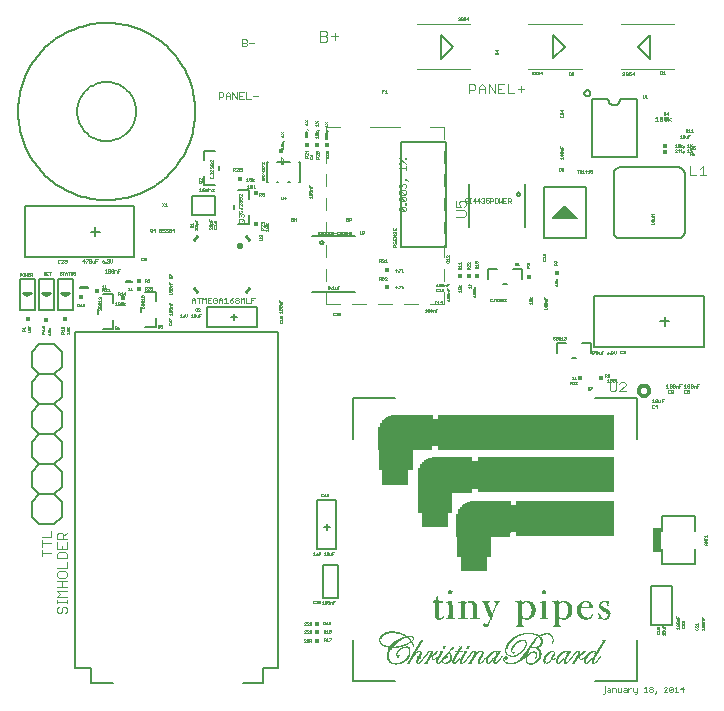
<source format=gto>
G75*
%MOIN*%
%OFA0B0*%
%FSLAX24Y24*%
%IPPOS*%
%LPD*%
%AMOC8*
5,1,8,0,0,1.08239X$1,22.5*
%
%ADD10R,0.0296X0.0006*%
%ADD11R,0.0038X0.0006*%
%ADD12R,0.0088X0.0006*%
%ADD13R,0.0252X0.0006*%
%ADD14R,0.0113X0.0006*%
%ADD15R,0.0214X0.0006*%
%ADD16R,0.0132X0.0006*%
%ADD17R,0.0183X0.0006*%
%ADD18R,0.0145X0.0006*%
%ADD19R,0.0164X0.0006*%
%ADD20R,0.0157X0.0006*%
%ADD21R,0.0151X0.0006*%
%ADD22R,0.0170X0.0006*%
%ADD23R,0.0176X0.0006*%
%ADD24R,0.0120X0.0006*%
%ADD25R,0.0094X0.0006*%
%ADD26R,0.0031X0.0006*%
%ADD27R,0.0069X0.0006*%
%ADD28R,0.0107X0.0006*%
%ADD29R,0.0025X0.0006*%
%ADD30R,0.0019X0.0006*%
%ADD31R,0.0101X0.0006*%
%ADD32R,0.0063X0.0006*%
%ADD33R,0.0057X0.0006*%
%ADD34R,0.0139X0.0006*%
%ADD35R,0.0302X0.0006*%
%ADD36R,0.0208X0.0006*%
%ADD37R,0.0006X0.0006*%
%ADD38R,0.0050X0.0006*%
%ADD39R,0.0202X0.0006*%
%ADD40R,0.0246X0.0006*%
%ADD41R,0.0013X0.0006*%
%ADD42R,0.0220X0.0006*%
%ADD43R,0.0044X0.0006*%
%ADD44R,0.0271X0.0006*%
%ADD45R,0.0321X0.0006*%
%ADD46R,0.0126X0.0006*%
%ADD47R,0.0082X0.0006*%
%ADD48R,0.0076X0.0006*%
%ADD49R,0.0189X0.0006*%
%ADD50R,0.0195X0.0006*%
%ADD51R,0.0510X0.0006*%
%ADD52R,0.0504X0.0006*%
%ADD53R,0.0346X0.0006*%
%ADD54R,0.0328X0.0006*%
%ADD55R,0.0265X0.0006*%
%ADD56R,0.0315X0.0006*%
%ADD57R,0.0894X0.0006*%
%ADD58R,0.1159X0.0006*%
%ADD59R,0.1808X0.0006*%
%ADD60R,0.3250X0.0006*%
%ADD61R,0.1814X0.0006*%
%ADD62R,0.5254X0.0006*%
%ADD63R,0.5247X0.0006*%
%ADD64R,0.5241X0.0006*%
%ADD65R,0.5235X0.0006*%
%ADD66R,0.5228X0.0006*%
%ADD67R,0.5222X0.0006*%
%ADD68R,0.5216X0.0006*%
%ADD69R,0.5209X0.0006*%
%ADD70R,0.5203X0.0006*%
%ADD71R,0.5197X0.0006*%
%ADD72R,0.5191X0.0006*%
%ADD73R,0.5184X0.0006*%
%ADD74R,0.5178X0.0006*%
%ADD75R,0.5172X0.0006*%
%ADD76R,0.5165X0.0006*%
%ADD77R,0.5159X0.0006*%
%ADD78R,0.5153X0.0006*%
%ADD79R,0.5146X0.0006*%
%ADD80R,0.5140X0.0006*%
%ADD81R,0.5134X0.0006*%
%ADD82R,0.5128X0.0006*%
%ADD83R,0.5121X0.0006*%
%ADD84R,0.5115X0.0006*%
%ADD85R,0.5109X0.0006*%
%ADD86R,0.5102X0.0006*%
%ADD87R,0.5096X0.0006*%
%ADD88R,0.5090X0.0006*%
%ADD89R,0.5083X0.0006*%
%ADD90R,0.5077X0.0006*%
%ADD91R,0.5071X0.0006*%
%ADD92R,0.5065X0.0006*%
%ADD93R,0.5058X0.0006*%
%ADD94R,0.5052X0.0006*%
%ADD95R,0.1606X0.0006*%
%ADD96R,0.1587X0.0006*%
%ADD97R,0.1581X0.0006*%
%ADD98R,0.1575X0.0006*%
%ADD99R,0.1569X0.0006*%
%ADD100R,0.1556X0.0006*%
%ADD101R,0.1550X0.0006*%
%ADD102R,0.1537X0.0006*%
%ADD103R,0.1531X0.0006*%
%ADD104R,0.1518X0.0006*%
%ADD105R,0.1506X0.0006*%
%ADD106R,0.1493X0.0006*%
%ADD107R,0.1480X0.0006*%
%ADD108R,0.1468X0.0006*%
%ADD109R,0.1455X0.0006*%
%ADD110R,0.1443X0.0006*%
%ADD111R,0.1424X0.0006*%
%ADD112R,0.1405X0.0006*%
%ADD113R,0.1386X0.0006*%
%ADD114R,0.1361X0.0006*%
%ADD115R,0.1329X0.0006*%
%ADD116R,0.1291X0.0006*%
%ADD117R,0.4542X0.0006*%
%ADD118R,0.6545X0.0006*%
%ADD119R,0.0888X0.0006*%
%ADD120R,0.6539X0.0006*%
%ADD121R,0.6532X0.0006*%
%ADD122R,0.6526X0.0006*%
%ADD123R,0.6520X0.0006*%
%ADD124R,0.6513X0.0006*%
%ADD125R,0.6507X0.0006*%
%ADD126R,0.6501X0.0006*%
%ADD127R,0.6494X0.0006*%
%ADD128R,0.6488X0.0006*%
%ADD129R,0.6482X0.0006*%
%ADD130R,0.6476X0.0006*%
%ADD131R,0.6469X0.0006*%
%ADD132R,0.6463X0.0006*%
%ADD133R,0.6457X0.0006*%
%ADD134R,0.6450X0.0006*%
%ADD135R,0.6444X0.0006*%
%ADD136R,0.6438X0.0006*%
%ADD137R,0.6431X0.0006*%
%ADD138R,0.6425X0.0006*%
%ADD139R,0.6419X0.0006*%
%ADD140R,0.6413X0.0006*%
%ADD141R,0.6406X0.0006*%
%ADD142R,0.6400X0.0006*%
%ADD143R,0.6394X0.0006*%
%ADD144R,0.6387X0.0006*%
%ADD145R,0.6381X0.0006*%
%ADD146R,0.6375X0.0006*%
%ADD147R,0.6369X0.0006*%
%ADD148R,0.6362X0.0006*%
%ADD149R,0.6356X0.0006*%
%ADD150R,0.6343X0.0006*%
%ADD151R,0.6337X0.0006*%
%ADD152R,0.1594X0.0006*%
%ADD153R,0.1562X0.0006*%
%ADD154R,0.1543X0.0006*%
%ADD155R,0.1512X0.0006*%
%ADD156R,0.1499X0.0006*%
%ADD157R,0.1487X0.0006*%
%ADD158R,0.1474X0.0006*%
%ADD159R,0.1461X0.0006*%
%ADD160R,0.1430X0.0006*%
%ADD161R,0.1411X0.0006*%
%ADD162R,0.1367X0.0006*%
%ADD163R,0.1335X0.0006*%
%ADD164R,0.5858X0.0006*%
%ADD165R,0.7861X0.0006*%
%ADD166R,0.7855X0.0006*%
%ADD167R,0.7849X0.0006*%
%ADD168R,0.7843X0.0006*%
%ADD169R,0.7836X0.0006*%
%ADD170R,0.7830X0.0006*%
%ADD171R,0.7824X0.0006*%
%ADD172R,0.7817X0.0006*%
%ADD173R,0.7811X0.0006*%
%ADD174R,0.7805X0.0006*%
%ADD175R,0.7798X0.0006*%
%ADD176R,0.7792X0.0006*%
%ADD177R,0.7786X0.0006*%
%ADD178R,0.7780X0.0006*%
%ADD179R,0.7773X0.0006*%
%ADD180R,0.7767X0.0006*%
%ADD181R,0.7761X0.0006*%
%ADD182R,0.7754X0.0006*%
%ADD183R,0.7748X0.0006*%
%ADD184R,0.7742X0.0006*%
%ADD185R,0.7735X0.0006*%
%ADD186R,0.7729X0.0006*%
%ADD187R,0.7723X0.0006*%
%ADD188R,0.7717X0.0006*%
%ADD189R,0.7710X0.0006*%
%ADD190R,0.7704X0.0006*%
%ADD191R,0.7698X0.0006*%
%ADD192R,0.7691X0.0006*%
%ADD193R,0.7685X0.0006*%
%ADD194R,0.7679X0.0006*%
%ADD195R,0.7672X0.0006*%
%ADD196R,0.7666X0.0006*%
%ADD197R,0.7660X0.0006*%
%ADD198R,0.1600X0.0006*%
%ADD199R,0.1524X0.0006*%
%ADD200R,0.1436X0.0006*%
%ADD201R,0.1417X0.0006*%
%ADD202R,0.1398X0.0006*%
%ADD203R,0.1380X0.0006*%
%ADD204R,0.1354X0.0006*%
%ADD205R,0.1323X0.0006*%
%ADD206R,0.1260X0.0006*%
%ADD207C,0.0030*%
%ADD208C,0.0010*%
%ADD209C,0.0040*%
%ADD210R,0.0094X0.0006*%
%ADD211R,0.0110X0.0006*%
%ADD212R,0.0165X0.0006*%
%ADD213R,0.0154X0.0006*%
%ADD214R,0.0055X0.0006*%
%ADD215R,0.0066X0.0006*%
%ADD216R,0.0193X0.0006*%
%ADD217R,0.0044X0.0006*%
%ADD218R,0.0050X0.0006*%
%ADD219R,0.0209X0.0006*%
%ADD220R,0.0039X0.0006*%
%ADD221R,0.0105X0.0006*%
%ADD222R,0.0033X0.0006*%
%ADD223R,0.0083X0.0006*%
%ADD224R,0.0028X0.0006*%
%ADD225R,0.0022X0.0006*%
%ADD226R,0.0017X0.0006*%
%ADD227R,0.0072X0.0006*%
%ADD228R,0.0116X0.0006*%
%ADD229R,0.0088X0.0006*%
%ADD230R,0.0149X0.0006*%
%ADD231R,0.0061X0.0006*%
%ADD232R,0.0011X0.0006*%
%ADD233R,0.0099X0.0006*%
%ADD234R,0.0077X0.0006*%
%ADD235R,0.0006X0.0006*%
%ADD236R,0.0187X0.0006*%
%ADD237R,0.0132X0.0006*%
%ADD238R,0.0259X0.0006*%
%ADD239R,0.0254X0.0006*%
%ADD240R,0.0143X0.0006*%
%ADD241R,0.0204X0.0006*%
%ADD242R,0.0171X0.0006*%
%ADD243R,0.0248X0.0006*%
%ADD244R,0.0121X0.0006*%
%ADD245R,0.0303X0.0006*%
%ADD246R,0.0160X0.0006*%
%ADD247R,0.0138X0.0006*%
%ADD248R,0.0220X0.0006*%
%ADD249R,0.0309X0.0006*%
%ADD250R,0.0243X0.0006*%
%ADD251R,0.0127X0.0006*%
%ADD252R,0.0446X0.0006*%
%ADD253R,0.0413X0.0006*%
%ADD254R,0.0375X0.0006*%
%ADD255R,0.0331X0.0006*%
%ADD256R,0.0281X0.0006*%
%ADD257C,0.0020*%
%ADD258C,0.0120*%
%ADD259C,0.0050*%
%ADD260R,0.0118X0.0118*%
%ADD261C,0.0080*%
%ADD262R,0.0300X0.0800*%
%ADD263C,0.0060*%
%ADD264C,0.0000*%
%ADD265C,0.0100*%
D10*
X014668Y003055D03*
X014668Y003061D03*
X016986Y002803D03*
X016986Y002796D03*
X017792Y003055D03*
X017792Y003061D03*
X018214Y002803D03*
X018214Y002796D03*
X019191Y003074D03*
D11*
X019351Y003099D03*
X019357Y003105D03*
X019647Y003149D03*
X019647Y003156D03*
X019735Y003061D03*
X019924Y003559D03*
X019742Y003622D03*
X019729Y003615D03*
X019717Y003609D03*
X019710Y003603D03*
X019099Y003615D03*
X018362Y003061D03*
X018293Y003105D03*
X017134Y003061D03*
X017065Y003105D03*
X016214Y003540D03*
X016214Y003546D03*
X016013Y003061D03*
X016013Y003055D03*
X016013Y003048D03*
X015843Y002803D03*
X014236Y003760D03*
X014236Y003767D03*
D12*
X014211Y003678D03*
X015843Y002809D03*
X016019Y003124D03*
X016227Y003596D03*
X017323Y003086D03*
X018551Y003086D03*
X018986Y003502D03*
X018986Y003508D03*
X018992Y003515D03*
X019339Y003533D03*
X019339Y003540D03*
X019345Y003527D03*
X019351Y003508D03*
X019672Y003477D03*
X019679Y003464D03*
X019893Y003609D03*
X019950Y003206D03*
X019950Y003200D03*
X019950Y003193D03*
X019672Y003086D03*
D13*
X018217Y002809D03*
X016989Y002809D03*
X015477Y003067D03*
X015087Y003067D03*
D14*
X015087Y003124D03*
X015087Y003130D03*
X015087Y003137D03*
X015087Y003143D03*
X015087Y003149D03*
X015093Y003508D03*
X015408Y003603D03*
X015420Y003596D03*
X015477Y003149D03*
X015477Y003143D03*
X015477Y003137D03*
X015477Y003130D03*
X015477Y003124D03*
X015843Y002815D03*
X016019Y003156D03*
X015950Y003313D03*
X015937Y003344D03*
X015924Y003376D03*
X015918Y003389D03*
X015918Y003395D03*
X015912Y003407D03*
X015906Y003420D03*
X015906Y003426D03*
X015899Y003439D03*
X015899Y003445D03*
X015893Y003452D03*
X015893Y003458D03*
X015887Y003470D03*
X015887Y003477D03*
X015880Y003483D03*
X015880Y003489D03*
X015880Y003496D03*
X015874Y003502D03*
X015874Y003508D03*
X015868Y003521D03*
X016976Y003641D03*
X016995Y003496D03*
X016995Y003489D03*
X016995Y003174D03*
X016995Y003168D03*
X016995Y003162D03*
X016995Y003156D03*
X017398Y003174D03*
X017405Y003187D03*
X017411Y003200D03*
X017417Y003212D03*
X017417Y003219D03*
X017424Y003231D03*
X017424Y003237D03*
X017424Y003244D03*
X017430Y003250D03*
X017430Y003256D03*
X017430Y003263D03*
X017436Y003281D03*
X017436Y003288D03*
X017436Y003294D03*
X017436Y003300D03*
X017436Y003395D03*
X017430Y003426D03*
X017424Y003452D03*
X017417Y003470D03*
X017411Y003483D03*
X017411Y003489D03*
X017405Y003496D03*
X017405Y003502D03*
X017398Y003508D03*
X017398Y003515D03*
X017392Y003521D03*
X017386Y003533D03*
X017380Y003540D03*
X017789Y003546D03*
X017789Y003552D03*
X017789Y003559D03*
X017795Y003962D03*
X018205Y003641D03*
X018224Y003496D03*
X018224Y003489D03*
X018224Y003174D03*
X018224Y003168D03*
X018224Y003162D03*
X018224Y003156D03*
X018627Y003174D03*
X018633Y003187D03*
X018639Y003200D03*
X018646Y003212D03*
X018646Y003219D03*
X018652Y003231D03*
X018652Y003237D03*
X018652Y003244D03*
X018658Y003250D03*
X018658Y003256D03*
X018658Y003263D03*
X018665Y003281D03*
X018665Y003288D03*
X018665Y003294D03*
X018665Y003300D03*
X018665Y003395D03*
X018658Y003426D03*
X018652Y003452D03*
X018646Y003470D03*
X018639Y003483D03*
X018639Y003489D03*
X018633Y003496D03*
X018633Y003502D03*
X018627Y003508D03*
X018627Y003515D03*
X018620Y003521D03*
X018614Y003533D03*
X018608Y003540D03*
X018961Y003420D03*
X018961Y003414D03*
X018961Y003407D03*
X018954Y003401D03*
X018954Y003395D03*
X018954Y003389D03*
X018954Y003382D03*
X018954Y003376D03*
X018954Y003370D03*
X018954Y003363D03*
X018954Y003357D03*
X018954Y003351D03*
X018954Y003344D03*
X019691Y003445D03*
X019698Y003439D03*
X019880Y003622D03*
X019937Y003244D03*
X017795Y003137D03*
X017795Y003130D03*
X017795Y003124D03*
X014671Y003124D03*
X014671Y003130D03*
X014671Y003137D03*
X014665Y003546D03*
X014665Y003552D03*
X014665Y003559D03*
X014671Y003962D03*
X014198Y003653D03*
X014211Y003130D03*
X014211Y003124D03*
X014211Y003118D03*
D15*
X015339Y003615D03*
X016989Y002815D03*
X018217Y002815D03*
X019792Y003370D03*
X019811Y003357D03*
X019817Y003351D03*
D16*
X019184Y003628D03*
X018964Y003269D03*
X018970Y003244D03*
X018976Y003225D03*
X018983Y003212D03*
X018983Y003206D03*
X018989Y003200D03*
X018989Y003193D03*
X018995Y003187D03*
X019002Y003174D03*
X019008Y003168D03*
X019020Y003149D03*
X018233Y003124D03*
X018233Y003118D03*
X018214Y002853D03*
X018214Y002847D03*
X017792Y003105D03*
X017780Y003578D03*
X018227Y003540D03*
X018227Y003533D03*
X016998Y003533D03*
X016998Y003540D03*
X017005Y003124D03*
X017005Y003118D03*
X016986Y002853D03*
X016986Y002847D03*
X015846Y002822D03*
X015083Y003105D03*
X014668Y003105D03*
X014296Y003048D03*
X014239Y003080D03*
X014233Y003086D03*
X014655Y003578D03*
X015071Y003578D03*
X015096Y003540D03*
X015342Y003628D03*
X015852Y003578D03*
X015852Y003571D03*
D17*
X015480Y003080D03*
X015090Y003080D03*
X015858Y002866D03*
X016986Y002822D03*
X018214Y002822D03*
X019109Y003086D03*
X019877Y003307D03*
D18*
X019720Y003420D03*
X019052Y003118D03*
X019046Y003124D03*
X019039Y003130D03*
X018214Y002841D03*
X018227Y003546D03*
X018195Y003603D03*
X017773Y003590D03*
X016998Y003546D03*
X016967Y003603D03*
X016986Y002841D03*
X015846Y002828D03*
X015852Y003584D03*
X015096Y003552D03*
X015065Y003590D03*
X014649Y003590D03*
X014252Y003074D03*
D19*
X014671Y003086D03*
X015087Y003086D03*
X015477Y003086D03*
X015849Y002841D03*
X015055Y003596D03*
X014639Y003596D03*
X016951Y003615D03*
X016951Y003634D03*
X016989Y002828D03*
X017795Y003086D03*
X018217Y002828D03*
X018180Y003615D03*
X018180Y003634D03*
X017764Y003596D03*
X019080Y003099D03*
X019194Y003048D03*
X019735Y003407D03*
X019893Y003294D03*
D20*
X019902Y003288D03*
X019726Y003414D03*
X019071Y003105D03*
X018233Y003565D03*
X017767Y003615D03*
X017005Y003565D03*
X016230Y003615D03*
X015852Y003596D03*
X015846Y002834D03*
X014643Y003615D03*
D21*
X015055Y003615D03*
X015087Y003093D03*
X015477Y003093D03*
X015849Y003590D03*
X016964Y003609D03*
X017002Y003559D03*
X017002Y003552D03*
X017222Y003628D03*
X017795Y003093D03*
X018217Y002834D03*
X018230Y003552D03*
X018230Y003559D03*
X018192Y003609D03*
X018450Y003628D03*
X019061Y003111D03*
X019906Y003281D03*
X016989Y002834D03*
X014671Y003093D03*
D22*
X015852Y002847D03*
X015852Y003603D03*
X017005Y003571D03*
X018233Y003571D03*
X019096Y003093D03*
X019745Y003401D03*
X019883Y003300D03*
D23*
X019754Y003395D03*
X018444Y003055D03*
X018236Y003578D03*
X017795Y003080D03*
X017216Y003055D03*
X017008Y003578D03*
X015855Y002859D03*
X015855Y002853D03*
X015339Y003622D03*
X014671Y003080D03*
X014299Y003055D03*
D24*
X014220Y003099D03*
X014220Y003105D03*
X014214Y003111D03*
X014668Y003118D03*
X014661Y003565D03*
X014668Y003924D03*
X014668Y003930D03*
X014668Y003937D03*
X014668Y003943D03*
X014668Y003949D03*
X014668Y003956D03*
X014195Y003647D03*
X015077Y003565D03*
X015077Y003559D03*
X015090Y003521D03*
X015090Y003515D03*
X015858Y003546D03*
X015858Y003552D03*
X015865Y003540D03*
X015865Y003533D03*
X015865Y003527D03*
X015871Y003515D03*
X016016Y003168D03*
X016016Y003162D03*
X016998Y003149D03*
X016998Y003143D03*
X016986Y002872D03*
X016986Y002866D03*
X016986Y002859D03*
X017433Y003269D03*
X017433Y003275D03*
X017439Y003307D03*
X017439Y003313D03*
X017439Y003319D03*
X017439Y003326D03*
X017439Y003332D03*
X017439Y003338D03*
X017439Y003344D03*
X017439Y003351D03*
X017439Y003357D03*
X017439Y003363D03*
X017439Y003370D03*
X017439Y003376D03*
X017439Y003382D03*
X017439Y003389D03*
X017433Y003401D03*
X017433Y003407D03*
X017433Y003414D03*
X017433Y003420D03*
X017427Y003433D03*
X017427Y003439D03*
X017427Y003445D03*
X017420Y003458D03*
X017420Y003464D03*
X017414Y003477D03*
X017786Y003565D03*
X017792Y003924D03*
X017792Y003930D03*
X017792Y003937D03*
X017792Y003943D03*
X017792Y003949D03*
X017792Y003956D03*
X018220Y003508D03*
X018220Y003502D03*
X018227Y003149D03*
X018227Y003143D03*
X018214Y002872D03*
X018214Y002866D03*
X018214Y002859D03*
X017792Y003118D03*
X016992Y003502D03*
X016992Y003508D03*
X018643Y003477D03*
X018649Y003464D03*
X018649Y003458D03*
X018655Y003445D03*
X018655Y003439D03*
X018655Y003433D03*
X018661Y003420D03*
X018661Y003414D03*
X018661Y003407D03*
X018661Y003401D03*
X018668Y003389D03*
X018668Y003382D03*
X018668Y003376D03*
X018668Y003370D03*
X018668Y003363D03*
X018668Y003357D03*
X018668Y003351D03*
X018668Y003344D03*
X018668Y003338D03*
X018668Y003332D03*
X018668Y003326D03*
X018668Y003319D03*
X018668Y003313D03*
X018668Y003307D03*
X018661Y003275D03*
X018661Y003269D03*
X018957Y003300D03*
X018957Y003307D03*
X018957Y003313D03*
X018957Y003319D03*
X018957Y003326D03*
X018957Y003332D03*
X018957Y003338D03*
X019814Y003048D03*
X019934Y003250D03*
X019928Y003256D03*
D25*
X019946Y003219D03*
X019946Y003212D03*
X019676Y003080D03*
X019682Y003458D03*
X019890Y003615D03*
X019354Y003502D03*
X019354Y003496D03*
X019348Y003515D03*
X019348Y003521D03*
X019361Y003470D03*
X019361Y003464D03*
X018983Y003496D03*
X018976Y003483D03*
X018580Y003111D03*
X018573Y003105D03*
X018567Y003099D03*
X018561Y003093D03*
X018542Y003080D03*
X018529Y003074D03*
X018517Y003067D03*
X018504Y003061D03*
X017792Y003905D03*
X017792Y003981D03*
X017351Y003111D03*
X017345Y003105D03*
X017339Y003099D03*
X017332Y003093D03*
X017313Y003080D03*
X017301Y003074D03*
X017288Y003067D03*
X017276Y003061D03*
X016016Y003130D03*
X016016Y003137D03*
X015820Y002872D03*
X014668Y003905D03*
X014668Y003981D03*
X014208Y003672D03*
D26*
X014239Y003773D03*
X014239Y003779D03*
X014239Y003785D03*
X014239Y003792D03*
X014668Y003886D03*
X014668Y004000D03*
X015235Y003609D03*
X015946Y002885D03*
X015940Y002878D03*
X015934Y002872D03*
X016009Y003036D03*
X016009Y003042D03*
X016205Y003508D03*
X016211Y003521D03*
X016211Y003527D03*
X016211Y003533D03*
X017074Y003099D03*
X017080Y003093D03*
X017087Y003086D03*
X017118Y003067D03*
X017792Y003886D03*
X017792Y004000D03*
X018302Y003099D03*
X018309Y003093D03*
X018315Y003086D03*
X018346Y003067D03*
X019367Y003111D03*
X019373Y003118D03*
X019644Y003162D03*
X019644Y003168D03*
X019751Y003055D03*
X019928Y003546D03*
X019928Y003552D03*
D27*
X019669Y003502D03*
X019304Y003584D03*
X019298Y003590D03*
X019291Y003596D03*
X019279Y003603D03*
X019241Y003622D03*
X019027Y003565D03*
X019020Y003559D03*
X018454Y003634D03*
X019197Y003042D03*
X019663Y003105D03*
X019940Y003124D03*
X019946Y003137D03*
X019946Y003143D03*
X019946Y003149D03*
X017225Y003634D03*
X016224Y003584D03*
X016016Y003105D03*
X016016Y003099D03*
X015814Y002878D03*
X014220Y003697D03*
X014220Y003704D03*
D28*
X014202Y003659D03*
X014668Y003622D03*
X014668Y003540D03*
X014668Y003533D03*
X014668Y003527D03*
X014668Y003521D03*
X014668Y003156D03*
X014668Y003149D03*
X014668Y003143D03*
X015083Y003156D03*
X015090Y003464D03*
X015090Y003470D03*
X015090Y003477D03*
X015090Y003483D03*
X015090Y003489D03*
X015090Y003496D03*
X015090Y003502D03*
X015077Y003622D03*
X015430Y003590D03*
X015436Y003584D03*
X015443Y003578D03*
X015449Y003571D03*
X015455Y003565D03*
X015461Y003552D03*
X015468Y003540D03*
X015468Y003533D03*
X015474Y003521D03*
X015474Y003515D03*
X015474Y003508D03*
X015474Y003502D03*
X015474Y003496D03*
X015480Y003156D03*
X015940Y003332D03*
X015940Y003338D03*
X015946Y003326D03*
X015946Y003319D03*
X015953Y003307D03*
X015953Y003300D03*
X015959Y003294D03*
X015959Y003288D03*
X015959Y003281D03*
X015965Y003275D03*
X015965Y003269D03*
X015972Y003263D03*
X015972Y003256D03*
X015972Y003250D03*
X015978Y003244D03*
X015978Y003237D03*
X015984Y003231D03*
X015984Y003225D03*
X015991Y003212D03*
X015991Y003206D03*
X015997Y003193D03*
X016003Y003181D03*
X016003Y003174D03*
X016016Y003149D03*
X016016Y003143D03*
X015934Y003351D03*
X015934Y003357D03*
X015928Y003363D03*
X015928Y003370D03*
X015921Y003382D03*
X015915Y003401D03*
X015909Y003414D03*
X015902Y003433D03*
X015890Y003464D03*
X016992Y003464D03*
X016992Y003458D03*
X016992Y003452D03*
X016992Y003445D03*
X016992Y003470D03*
X016992Y003477D03*
X016992Y003483D03*
X016992Y003219D03*
X016992Y003212D03*
X016992Y003206D03*
X016992Y003200D03*
X016992Y003193D03*
X016992Y003187D03*
X016992Y003181D03*
X016986Y002941D03*
X016986Y002935D03*
X016986Y002929D03*
X016986Y002922D03*
X016986Y002916D03*
X016986Y002910D03*
X016986Y002904D03*
X016986Y002897D03*
X016986Y002891D03*
X016986Y002885D03*
X016986Y002878D03*
X017364Y003124D03*
X017370Y003130D03*
X017383Y003149D03*
X017389Y003156D03*
X017389Y003162D03*
X017395Y003168D03*
X017402Y003181D03*
X017408Y003193D03*
X017414Y003206D03*
X017420Y003225D03*
X017389Y003527D03*
X017376Y003546D03*
X017370Y003552D03*
X017364Y003559D03*
X017357Y003565D03*
X017792Y003540D03*
X017792Y003533D03*
X017792Y003527D03*
X017792Y003521D03*
X017792Y003622D03*
X017792Y003911D03*
X017792Y003918D03*
X017792Y003968D03*
X018220Y003483D03*
X018220Y003477D03*
X018220Y003470D03*
X018220Y003464D03*
X018220Y003458D03*
X018220Y003452D03*
X018220Y003445D03*
X018220Y003219D03*
X018220Y003212D03*
X018220Y003206D03*
X018220Y003200D03*
X018220Y003193D03*
X018220Y003187D03*
X018220Y003181D03*
X018214Y002941D03*
X018214Y002935D03*
X018214Y002929D03*
X018214Y002922D03*
X018214Y002916D03*
X018214Y002910D03*
X018214Y002904D03*
X018214Y002897D03*
X018214Y002891D03*
X018214Y002885D03*
X018214Y002878D03*
X018592Y003124D03*
X018598Y003130D03*
X018611Y003149D03*
X018617Y003156D03*
X018617Y003162D03*
X018624Y003168D03*
X018630Y003181D03*
X018636Y003193D03*
X018643Y003206D03*
X018649Y003225D03*
X018617Y003527D03*
X018605Y003546D03*
X018598Y003552D03*
X018592Y003559D03*
X018586Y003565D03*
X018970Y003464D03*
X018970Y003458D03*
X019940Y003237D03*
X017792Y003156D03*
X017792Y003149D03*
X017792Y003143D03*
X014668Y003911D03*
X014668Y003918D03*
X014668Y003968D03*
X014208Y003149D03*
X014208Y003143D03*
X014208Y003137D03*
D29*
X014406Y003074D03*
X014243Y003798D03*
X014243Y003804D03*
X015219Y003603D03*
X015811Y002885D03*
X015950Y002891D03*
X015956Y002897D03*
X015981Y002954D03*
X015994Y002985D03*
X016000Y003004D03*
X016006Y003017D03*
X016006Y003023D03*
X016006Y003030D03*
X016164Y003401D03*
X016176Y003433D03*
X016189Y003464D03*
X016195Y003483D03*
X016202Y003496D03*
X016202Y003502D03*
X016208Y003515D03*
X017096Y003080D03*
X017109Y003074D03*
X018324Y003080D03*
X018337Y003074D03*
X019383Y003124D03*
X019389Y003137D03*
X019395Y003143D03*
X019402Y003156D03*
X019641Y003174D03*
X019641Y003181D03*
X019931Y003533D03*
X019931Y003540D03*
D30*
X019934Y003527D03*
X019934Y003521D03*
X019934Y003515D03*
X019638Y003200D03*
X019638Y003193D03*
X019638Y003187D03*
X019638Y003067D03*
X019411Y003174D03*
X019411Y003181D03*
X019417Y003193D03*
X019405Y003162D03*
X019398Y003149D03*
X019386Y003130D03*
X016198Y003489D03*
X016192Y003477D03*
X016192Y003470D03*
X016186Y003458D03*
X016186Y003452D03*
X016180Y003445D03*
X016180Y003439D03*
X016173Y003426D03*
X016173Y003420D03*
X016167Y003414D03*
X016167Y003407D03*
X016161Y003395D03*
X016161Y003389D03*
X016154Y003382D03*
X016154Y003376D03*
X016148Y003370D03*
X016148Y003363D03*
X016148Y003357D03*
X016142Y003351D03*
X016142Y003344D03*
X016135Y003338D03*
X016135Y003332D03*
X016135Y003326D03*
X016129Y003319D03*
X016129Y003313D03*
X016123Y003307D03*
X016123Y003300D03*
X016123Y003294D03*
X016117Y003288D03*
X016117Y003281D03*
X016110Y003275D03*
X016110Y003269D03*
X016110Y003263D03*
X016104Y003256D03*
X016104Y003250D03*
X016098Y003244D03*
X016098Y003237D03*
X016091Y003225D03*
X016091Y003219D03*
X016085Y003212D03*
X016085Y003206D03*
X016079Y003193D03*
X016079Y003187D03*
X016072Y003181D03*
X016072Y003174D03*
X016003Y003011D03*
X015997Y002998D03*
X015997Y002992D03*
X015991Y002979D03*
X015991Y002973D03*
X015984Y002967D03*
X015984Y002960D03*
X015978Y002948D03*
X015978Y002941D03*
X015972Y002935D03*
X015972Y002929D03*
X015965Y002922D03*
X015965Y002916D03*
X015959Y002910D03*
X015959Y002904D03*
X015209Y003596D03*
X015197Y003590D03*
X015178Y003578D03*
X015172Y003571D03*
X015165Y003565D03*
X015159Y003559D03*
X014416Y003080D03*
D31*
X014205Y003156D03*
X014205Y003162D03*
X014205Y003168D03*
X014205Y003174D03*
X014205Y003181D03*
X014205Y003187D03*
X014205Y003193D03*
X014205Y003200D03*
X014205Y003206D03*
X014205Y003212D03*
X014205Y003219D03*
X014205Y003225D03*
X014205Y003231D03*
X014205Y003237D03*
X014205Y003244D03*
X014205Y003250D03*
X014205Y003256D03*
X014205Y003263D03*
X014205Y003269D03*
X014205Y003275D03*
X014205Y003281D03*
X014205Y003288D03*
X014205Y003294D03*
X014205Y003300D03*
X014205Y003307D03*
X014205Y003313D03*
X014205Y003319D03*
X014205Y003326D03*
X014205Y003332D03*
X014205Y003338D03*
X014205Y003344D03*
X014205Y003351D03*
X014205Y003357D03*
X014205Y003363D03*
X014205Y003370D03*
X014205Y003376D03*
X014205Y003382D03*
X014205Y003389D03*
X014205Y003395D03*
X014205Y003401D03*
X014205Y003407D03*
X014205Y003414D03*
X014205Y003420D03*
X014205Y003426D03*
X014205Y003433D03*
X014205Y003439D03*
X014205Y003445D03*
X014205Y003452D03*
X014205Y003458D03*
X014205Y003464D03*
X014205Y003470D03*
X014205Y003477D03*
X014205Y003483D03*
X014205Y003489D03*
X014205Y003496D03*
X014205Y003502D03*
X014205Y003508D03*
X014205Y003515D03*
X014205Y003521D03*
X014205Y003527D03*
X014205Y003533D03*
X014205Y003540D03*
X014205Y003546D03*
X014205Y003552D03*
X014205Y003559D03*
X014205Y003565D03*
X014205Y003571D03*
X014205Y003578D03*
X014205Y003584D03*
X014205Y003590D03*
X014205Y003596D03*
X014205Y003603D03*
X014205Y003666D03*
X014671Y003515D03*
X014671Y003508D03*
X014671Y003502D03*
X014671Y003496D03*
X014671Y003489D03*
X014671Y003483D03*
X014671Y003477D03*
X014671Y003470D03*
X014671Y003464D03*
X014671Y003458D03*
X014671Y003452D03*
X014671Y003445D03*
X014671Y003439D03*
X014671Y003433D03*
X014671Y003426D03*
X014671Y003420D03*
X014671Y003414D03*
X014671Y003407D03*
X014671Y003401D03*
X014671Y003395D03*
X014671Y003389D03*
X014671Y003382D03*
X014671Y003376D03*
X014671Y003370D03*
X014671Y003363D03*
X014671Y003357D03*
X014671Y003351D03*
X014671Y003344D03*
X014671Y003338D03*
X014671Y003332D03*
X014671Y003326D03*
X014671Y003319D03*
X014671Y003313D03*
X014671Y003307D03*
X014671Y003300D03*
X014671Y003294D03*
X014671Y003288D03*
X014671Y003281D03*
X014671Y003275D03*
X014671Y003269D03*
X014671Y003263D03*
X014671Y003256D03*
X014671Y003250D03*
X014671Y003244D03*
X014671Y003237D03*
X014671Y003231D03*
X014671Y003225D03*
X014671Y003219D03*
X014671Y003212D03*
X014671Y003206D03*
X014671Y003200D03*
X014671Y003193D03*
X014671Y003187D03*
X014671Y003181D03*
X014671Y003174D03*
X014671Y003168D03*
X014671Y003162D03*
X015087Y003162D03*
X015087Y003168D03*
X015087Y003174D03*
X015087Y003181D03*
X015087Y003187D03*
X015087Y003193D03*
X015087Y003200D03*
X015087Y003206D03*
X015087Y003212D03*
X015087Y003219D03*
X015087Y003225D03*
X015087Y003231D03*
X015087Y003237D03*
X015087Y003244D03*
X015087Y003250D03*
X015087Y003256D03*
X015087Y003263D03*
X015087Y003269D03*
X015087Y003275D03*
X015087Y003281D03*
X015087Y003288D03*
X015087Y003294D03*
X015087Y003300D03*
X015087Y003307D03*
X015087Y003313D03*
X015087Y003319D03*
X015087Y003326D03*
X015087Y003332D03*
X015087Y003338D03*
X015087Y003344D03*
X015087Y003351D03*
X015087Y003357D03*
X015087Y003363D03*
X015087Y003370D03*
X015087Y003376D03*
X015087Y003382D03*
X015087Y003389D03*
X015087Y003395D03*
X015087Y003401D03*
X015087Y003407D03*
X015087Y003414D03*
X015087Y003420D03*
X015087Y003426D03*
X015087Y003433D03*
X015087Y003439D03*
X015087Y003445D03*
X015087Y003452D03*
X015087Y003458D03*
X015458Y003559D03*
X015465Y003546D03*
X015471Y003527D03*
X015477Y003489D03*
X015477Y003483D03*
X015477Y003477D03*
X015477Y003470D03*
X015477Y003464D03*
X015477Y003458D03*
X015477Y003452D03*
X015477Y003445D03*
X015477Y003439D03*
X015477Y003433D03*
X015477Y003426D03*
X015477Y003420D03*
X015477Y003414D03*
X015477Y003407D03*
X015477Y003401D03*
X015477Y003395D03*
X015477Y003389D03*
X015477Y003382D03*
X015477Y003376D03*
X015477Y003370D03*
X015477Y003363D03*
X015477Y003357D03*
X015477Y003351D03*
X015477Y003344D03*
X015477Y003338D03*
X015477Y003332D03*
X015477Y003326D03*
X015477Y003319D03*
X015477Y003313D03*
X015477Y003307D03*
X015477Y003300D03*
X015477Y003294D03*
X015477Y003288D03*
X015477Y003281D03*
X015477Y003275D03*
X015477Y003269D03*
X015477Y003263D03*
X015477Y003256D03*
X015477Y003250D03*
X015477Y003244D03*
X015477Y003237D03*
X015477Y003231D03*
X015477Y003225D03*
X015477Y003219D03*
X015477Y003212D03*
X015477Y003206D03*
X015477Y003200D03*
X015477Y003193D03*
X015477Y003187D03*
X015477Y003181D03*
X015477Y003174D03*
X015477Y003168D03*
X015477Y003162D03*
X015987Y003219D03*
X015994Y003200D03*
X016000Y003187D03*
X016227Y003603D03*
X016989Y003439D03*
X016989Y003433D03*
X016989Y003426D03*
X016989Y003420D03*
X016989Y003414D03*
X016989Y003407D03*
X016989Y003401D03*
X016989Y003395D03*
X016989Y003389D03*
X016989Y003382D03*
X016989Y003376D03*
X016989Y003370D03*
X016989Y003363D03*
X016989Y003357D03*
X016989Y003351D03*
X016989Y003344D03*
X016989Y003338D03*
X016989Y003332D03*
X016989Y003326D03*
X016989Y003319D03*
X016989Y003313D03*
X016989Y003307D03*
X016989Y003300D03*
X016989Y003294D03*
X016989Y003288D03*
X016989Y003281D03*
X016989Y003275D03*
X016989Y003269D03*
X016989Y003263D03*
X016989Y003256D03*
X016989Y003250D03*
X016989Y003244D03*
X016989Y003237D03*
X016989Y003231D03*
X016989Y003225D03*
X016989Y003105D03*
X016989Y003099D03*
X016989Y003093D03*
X016989Y003086D03*
X016989Y003080D03*
X016989Y003074D03*
X016989Y003067D03*
X016989Y003061D03*
X016989Y003055D03*
X016989Y003048D03*
X016989Y003042D03*
X016989Y003036D03*
X016989Y003030D03*
X016989Y003023D03*
X016989Y003017D03*
X016989Y003011D03*
X016989Y003004D03*
X016989Y002998D03*
X016989Y002992D03*
X016989Y002985D03*
X016989Y002979D03*
X016989Y002973D03*
X016989Y002967D03*
X016989Y002960D03*
X016989Y002954D03*
X016989Y002948D03*
X017361Y003118D03*
X017373Y003137D03*
X017380Y003143D03*
X017795Y003162D03*
X017795Y003168D03*
X017795Y003174D03*
X017795Y003181D03*
X017795Y003187D03*
X017795Y003193D03*
X017795Y003200D03*
X017795Y003206D03*
X017795Y003212D03*
X017795Y003219D03*
X017795Y003225D03*
X017795Y003231D03*
X017795Y003237D03*
X017795Y003244D03*
X017795Y003250D03*
X017795Y003256D03*
X017795Y003263D03*
X017795Y003269D03*
X017795Y003275D03*
X017795Y003281D03*
X017795Y003288D03*
X017795Y003294D03*
X017795Y003300D03*
X017795Y003307D03*
X017795Y003313D03*
X017795Y003319D03*
X017795Y003326D03*
X017795Y003332D03*
X017795Y003338D03*
X017795Y003344D03*
X017795Y003351D03*
X017795Y003357D03*
X017795Y003363D03*
X017795Y003370D03*
X017795Y003376D03*
X017795Y003382D03*
X017795Y003389D03*
X017795Y003395D03*
X017795Y003401D03*
X017795Y003407D03*
X017795Y003414D03*
X017795Y003420D03*
X017795Y003426D03*
X017795Y003433D03*
X017795Y003439D03*
X017795Y003445D03*
X017795Y003452D03*
X017795Y003458D03*
X017795Y003464D03*
X017795Y003470D03*
X017795Y003477D03*
X017795Y003483D03*
X017795Y003489D03*
X017795Y003496D03*
X017795Y003502D03*
X017795Y003508D03*
X017795Y003515D03*
X018217Y003439D03*
X018217Y003433D03*
X018217Y003426D03*
X018217Y003420D03*
X018217Y003414D03*
X018217Y003407D03*
X018217Y003401D03*
X018217Y003395D03*
X018217Y003389D03*
X018217Y003382D03*
X018217Y003376D03*
X018217Y003370D03*
X018217Y003363D03*
X018217Y003357D03*
X018217Y003351D03*
X018217Y003344D03*
X018217Y003338D03*
X018217Y003332D03*
X018217Y003326D03*
X018217Y003319D03*
X018217Y003313D03*
X018217Y003307D03*
X018217Y003300D03*
X018217Y003294D03*
X018217Y003288D03*
X018217Y003281D03*
X018217Y003275D03*
X018217Y003269D03*
X018217Y003263D03*
X018217Y003256D03*
X018217Y003250D03*
X018217Y003244D03*
X018217Y003237D03*
X018217Y003231D03*
X018217Y003225D03*
X018217Y003105D03*
X018217Y003099D03*
X018217Y003093D03*
X018217Y003086D03*
X018217Y003080D03*
X018217Y003074D03*
X018217Y003067D03*
X018217Y003061D03*
X018217Y003055D03*
X018217Y003048D03*
X018217Y003042D03*
X018217Y003036D03*
X018217Y003030D03*
X018217Y003023D03*
X018217Y003017D03*
X018217Y003011D03*
X018217Y003004D03*
X018217Y002998D03*
X018217Y002992D03*
X018217Y002985D03*
X018217Y002979D03*
X018217Y002973D03*
X018217Y002967D03*
X018217Y002960D03*
X018217Y002954D03*
X018217Y002948D03*
X018589Y003118D03*
X018602Y003137D03*
X018608Y003143D03*
X018967Y003452D03*
X018973Y003470D03*
X018973Y003477D03*
X018980Y003489D03*
X019357Y003489D03*
X019357Y003483D03*
X019357Y003477D03*
X019364Y003458D03*
X019364Y003452D03*
X019685Y003452D03*
X019943Y003231D03*
X019943Y003225D03*
X019679Y003074D03*
X018583Y003571D03*
X018576Y003578D03*
X018570Y003584D03*
X018557Y003590D03*
X018551Y003596D03*
X018539Y003603D03*
X018526Y003609D03*
X018513Y003615D03*
X017795Y003974D03*
X017354Y003571D03*
X017348Y003578D03*
X017342Y003584D03*
X017329Y003590D03*
X017323Y003596D03*
X017310Y003603D03*
X017298Y003609D03*
X017285Y003615D03*
X014671Y003974D03*
D32*
X014224Y003710D03*
X014299Y003042D03*
X015339Y003634D03*
X017002Y003647D03*
X017083Y003596D03*
X017096Y003603D03*
X017109Y003609D03*
X017128Y003615D03*
X017216Y003042D03*
X018230Y003647D03*
X018312Y003596D03*
X018324Y003603D03*
X018337Y003609D03*
X018356Y003615D03*
X019036Y003571D03*
X019043Y003578D03*
X019049Y003584D03*
X019257Y003615D03*
X019269Y003609D03*
X019666Y003527D03*
X019666Y003521D03*
X019666Y003515D03*
X019666Y003508D03*
X019912Y003590D03*
X019943Y003130D03*
X019937Y003118D03*
X019660Y003111D03*
X019326Y003086D03*
X018444Y003042D03*
D33*
X019058Y003590D03*
X019065Y003596D03*
X019184Y003634D03*
X019669Y003546D03*
X019669Y003540D03*
X019669Y003533D03*
X019676Y003559D03*
X019915Y003584D03*
X019934Y003111D03*
X019928Y003105D03*
X019921Y003093D03*
X019814Y003042D03*
X019657Y003118D03*
X019657Y003124D03*
X017817Y003628D03*
X017792Y003893D03*
X017792Y003993D03*
X016224Y003578D03*
X016224Y003571D03*
X016016Y003093D03*
X016016Y003086D03*
X016016Y003080D03*
X015102Y003628D03*
X014693Y003628D03*
X014668Y003893D03*
X014668Y003993D03*
X014227Y003722D03*
X014227Y003716D03*
D34*
X014186Y003634D03*
X014652Y003584D03*
X015068Y003584D03*
X015093Y003546D03*
X015087Y003099D03*
X015477Y003099D03*
X015477Y003105D03*
X014671Y003099D03*
X017008Y003111D03*
X017216Y003048D03*
X017795Y003099D03*
X018236Y003111D03*
X018444Y003048D03*
X018998Y003181D03*
X019011Y003162D03*
X019017Y003156D03*
X019024Y003143D03*
X019030Y003137D03*
X019710Y003426D03*
X019912Y003275D03*
X019918Y003269D03*
X018198Y003596D03*
X017776Y003584D03*
X016970Y003596D03*
D35*
X015477Y003061D03*
X015477Y003055D03*
X015087Y003055D03*
X015087Y003061D03*
D36*
X015090Y003074D03*
X015480Y003074D03*
X014674Y003074D03*
X017798Y003074D03*
X019191Y003055D03*
X019783Y003376D03*
X019802Y003363D03*
X019827Y003344D03*
X019833Y003338D03*
D37*
X019940Y003483D03*
X019631Y003237D03*
X019631Y003231D03*
X019631Y003225D03*
X019631Y003055D03*
X018252Y003653D03*
X017843Y003634D03*
X017024Y003653D03*
X015002Y005140D03*
X014718Y003634D03*
X014454Y003118D03*
X014598Y006601D03*
D38*
X014230Y003735D03*
X014230Y003729D03*
X016013Y003074D03*
X016220Y003565D03*
X019074Y003603D03*
X019087Y003609D03*
X019339Y003093D03*
X019654Y003130D03*
X019861Y003055D03*
X019880Y003061D03*
X019899Y003074D03*
X019906Y003080D03*
X019912Y003086D03*
X019924Y003099D03*
X019918Y003571D03*
X019918Y003578D03*
X019679Y003565D03*
X019672Y003552D03*
D39*
X019773Y003382D03*
X019843Y003332D03*
X018236Y003590D03*
X018161Y003622D03*
X018161Y003628D03*
X017008Y003590D03*
X016932Y003622D03*
X016932Y003628D03*
X014299Y003061D03*
D40*
X014674Y003067D03*
X017798Y003067D03*
X019191Y003061D03*
D41*
X019408Y003168D03*
X019414Y003187D03*
X019420Y003200D03*
X019635Y003206D03*
X019635Y003212D03*
X019635Y003219D03*
X019635Y003061D03*
X019937Y003489D03*
X019937Y003496D03*
X019937Y003502D03*
X019937Y003508D03*
X016094Y003231D03*
X016082Y003200D03*
X015187Y003584D03*
X015124Y003634D03*
X014450Y003111D03*
X014444Y003105D03*
X014438Y003099D03*
X014431Y003093D03*
X014425Y003086D03*
D42*
X014302Y003067D03*
X015852Y003615D03*
D43*
X016217Y003559D03*
X016217Y003552D03*
X016016Y003067D03*
X014233Y003741D03*
X014233Y003748D03*
X014233Y003754D03*
X019115Y003622D03*
X019682Y003571D03*
X019688Y003578D03*
X019688Y003584D03*
X019694Y003590D03*
X019701Y003596D03*
X019921Y003565D03*
X019890Y003067D03*
X019720Y003067D03*
X019650Y003137D03*
X019650Y003143D03*
D44*
X019191Y003067D03*
D45*
X019191Y003080D03*
D46*
X018980Y003219D03*
X018973Y003231D03*
X018973Y003237D03*
X018967Y003250D03*
X018967Y003256D03*
X018967Y003263D03*
X018961Y003275D03*
X018961Y003281D03*
X018961Y003288D03*
X018961Y003294D03*
X018230Y003137D03*
X018230Y003130D03*
X018224Y003515D03*
X018224Y003521D03*
X018224Y003527D03*
X017783Y003571D03*
X017795Y003111D03*
X017002Y003130D03*
X017002Y003137D03*
X016995Y003515D03*
X016995Y003521D03*
X016995Y003527D03*
X016227Y003609D03*
X015855Y003565D03*
X015855Y003559D03*
X015395Y003609D03*
X015093Y003533D03*
X015093Y003527D03*
X015074Y003571D03*
X014658Y003571D03*
X014671Y003111D03*
X015087Y003111D03*
X015087Y003118D03*
X015477Y003118D03*
X015477Y003111D03*
X014230Y003093D03*
X014192Y003641D03*
X019704Y003433D03*
X019924Y003263D03*
D47*
X019953Y003187D03*
X019953Y003181D03*
X019953Y003174D03*
X019669Y003093D03*
X019676Y003470D03*
X019669Y003483D03*
X019335Y003546D03*
X019329Y003552D03*
X019329Y003559D03*
X019323Y003565D03*
X019317Y003571D03*
X019310Y003578D03*
X019008Y003540D03*
X019002Y003533D03*
X019002Y003527D03*
X018995Y003521D03*
X017792Y003899D03*
X017792Y003987D03*
X016016Y003118D03*
X016016Y003111D03*
X014668Y003899D03*
X014668Y003987D03*
X014214Y003685D03*
D48*
X014217Y003691D03*
X016227Y003590D03*
X019011Y003546D03*
X019017Y003552D03*
X019666Y003496D03*
X019666Y003489D03*
X019805Y003634D03*
X019899Y003603D03*
X019906Y003596D03*
X019950Y003168D03*
X019950Y003162D03*
X019950Y003156D03*
X019666Y003099D03*
D49*
X019868Y003313D03*
X019861Y003319D03*
X018236Y003584D03*
X017008Y003584D03*
X016227Y003622D03*
X016227Y003628D03*
X015849Y003609D03*
X015036Y003609D03*
D50*
X015039Y003603D03*
X014624Y003603D03*
X014624Y003609D03*
X017219Y003622D03*
X017748Y003609D03*
X017748Y003603D03*
X018447Y003622D03*
X019764Y003389D03*
X019852Y003326D03*
X019839Y003628D03*
D51*
X019159Y003426D03*
D52*
X019162Y003433D03*
X019162Y003439D03*
X019162Y003445D03*
D53*
X014252Y003609D03*
X014252Y003615D03*
D54*
X014261Y003622D03*
D55*
X015855Y003622D03*
X015855Y003628D03*
D56*
X014268Y003628D03*
D57*
X015446Y004661D03*
X015446Y004667D03*
X015446Y004674D03*
X015446Y004680D03*
X015446Y004686D03*
X015446Y004693D03*
X015446Y004699D03*
X015446Y004705D03*
X015446Y004711D03*
X015446Y004718D03*
X015446Y004724D03*
X015446Y004730D03*
X015446Y004737D03*
X015446Y004743D03*
X015446Y004749D03*
X015446Y004756D03*
X015446Y004762D03*
X015446Y004768D03*
X015446Y004774D03*
X015446Y004781D03*
X015446Y004787D03*
X015446Y004793D03*
X015446Y004800D03*
X015446Y004806D03*
X015446Y004812D03*
X015446Y004819D03*
X015446Y004825D03*
X015446Y004831D03*
X015446Y004837D03*
X015446Y004844D03*
X015446Y004850D03*
X015446Y004856D03*
X015446Y004863D03*
X015446Y004869D03*
X015446Y004875D03*
X015446Y004881D03*
X015446Y004888D03*
X015446Y004894D03*
X015446Y004900D03*
X015446Y004907D03*
X015446Y004913D03*
X015446Y004919D03*
X015446Y004926D03*
X015446Y004932D03*
X015446Y004938D03*
X015446Y004944D03*
X015446Y004951D03*
X015446Y004957D03*
X015446Y004963D03*
X015446Y004970D03*
X015446Y004976D03*
X015446Y004982D03*
X015446Y004989D03*
X015446Y004995D03*
X015446Y005001D03*
X015446Y005007D03*
X015446Y005014D03*
X015446Y005020D03*
X015446Y005026D03*
X015446Y005033D03*
X015446Y005039D03*
X015446Y005045D03*
X015446Y005052D03*
X015446Y005058D03*
X015446Y005064D03*
X015446Y005070D03*
X015446Y005077D03*
X015446Y005083D03*
X015446Y005089D03*
X015446Y005096D03*
X015446Y005102D03*
X015446Y005108D03*
X015446Y005115D03*
X015446Y005121D03*
X015446Y005127D03*
X015446Y005133D03*
X014154Y006122D03*
X014154Y006129D03*
X014154Y006135D03*
X014154Y006141D03*
X014154Y006148D03*
X014154Y006154D03*
X014154Y006160D03*
X014154Y006167D03*
X014154Y006173D03*
X014154Y006179D03*
X014154Y006185D03*
X014154Y006192D03*
X014154Y006198D03*
X014154Y006204D03*
X014154Y006211D03*
X014154Y006217D03*
X014154Y006223D03*
X014154Y006230D03*
X014154Y006236D03*
X014154Y006242D03*
X014154Y006248D03*
X014154Y006255D03*
X014154Y006261D03*
X014154Y006267D03*
X014154Y006274D03*
X014154Y006280D03*
X014154Y006286D03*
X014154Y006293D03*
X014154Y006299D03*
X014154Y006305D03*
X014154Y006311D03*
X014154Y006318D03*
X014154Y006324D03*
X014154Y006330D03*
X014154Y006337D03*
X014154Y006343D03*
X014154Y006349D03*
X014154Y006356D03*
X014154Y006362D03*
X014154Y006368D03*
X014154Y006374D03*
X014154Y006381D03*
X014154Y006387D03*
X014154Y006393D03*
X014154Y006400D03*
X014154Y006406D03*
X014154Y006412D03*
X014154Y006419D03*
X014154Y006425D03*
X014154Y006431D03*
X014154Y006437D03*
X014154Y006444D03*
X014154Y006450D03*
X014154Y006456D03*
X014154Y006463D03*
X014154Y006469D03*
X014154Y006475D03*
X014154Y006481D03*
X014154Y006488D03*
X014154Y006494D03*
X014154Y006500D03*
X014154Y006507D03*
X014154Y006513D03*
X014154Y006519D03*
X014154Y006526D03*
X014154Y006532D03*
X014154Y006538D03*
X014154Y006544D03*
X014154Y006551D03*
X014154Y006557D03*
X014154Y006563D03*
X014154Y006570D03*
X014154Y006576D03*
X014154Y006582D03*
X014154Y006589D03*
X014154Y006595D03*
D58*
X014154Y006607D03*
X014154Y006614D03*
X014154Y006620D03*
X014154Y006626D03*
X014154Y006633D03*
X014154Y006639D03*
X014154Y006645D03*
X014154Y006652D03*
X014154Y006658D03*
X014154Y006664D03*
X014154Y006670D03*
X014154Y006677D03*
X014154Y006683D03*
X014154Y006689D03*
X014154Y006696D03*
X014154Y006702D03*
X014154Y006708D03*
X014154Y006715D03*
X014154Y006721D03*
X014154Y006727D03*
X014154Y006733D03*
X014154Y006740D03*
X014154Y006746D03*
X014154Y006752D03*
X014154Y006759D03*
X014154Y006765D03*
X014154Y006771D03*
X014154Y006778D03*
X014154Y006784D03*
X014154Y006790D03*
X014154Y006796D03*
X014154Y006803D03*
X014154Y006809D03*
X014154Y006815D03*
X014154Y006822D03*
X014154Y006828D03*
X014154Y006834D03*
X014154Y006841D03*
X014154Y006847D03*
X014154Y006853D03*
X014154Y006859D03*
X014154Y006866D03*
X014154Y006872D03*
X014154Y006878D03*
X014154Y006885D03*
X014154Y006891D03*
X014154Y006897D03*
X014154Y006904D03*
X014154Y006910D03*
X014154Y006916D03*
X014154Y006922D03*
X014154Y006929D03*
X014154Y006935D03*
X014154Y006941D03*
X014154Y006948D03*
X014154Y006954D03*
X014154Y006960D03*
X014154Y006967D03*
X014154Y006973D03*
X014154Y006979D03*
X014154Y006985D03*
X014154Y006992D03*
X014154Y006998D03*
X014154Y007004D03*
X014154Y007011D03*
X014154Y007017D03*
X014154Y007023D03*
X014154Y007030D03*
X014154Y007036D03*
X014154Y007042D03*
X014154Y007048D03*
X014154Y007055D03*
X014154Y007061D03*
X014154Y007067D03*
X014154Y007074D03*
X014154Y007080D03*
X014154Y007086D03*
X014154Y007093D03*
X014154Y007099D03*
X014154Y007105D03*
X014154Y007111D03*
X014154Y007118D03*
X014154Y007124D03*
X014154Y007130D03*
X014154Y007137D03*
X014154Y007143D03*
X014154Y007149D03*
X014154Y007156D03*
X014154Y007162D03*
X014154Y007168D03*
X014154Y007174D03*
X014154Y007181D03*
X014154Y007187D03*
X014154Y007193D03*
X014154Y007200D03*
X014154Y007206D03*
X014154Y007212D03*
X014154Y007219D03*
X014154Y007225D03*
X014154Y007231D03*
X014154Y007237D03*
X014154Y007244D03*
X014154Y007250D03*
X014154Y007256D03*
X014154Y007263D03*
X014154Y007269D03*
X012838Y008019D03*
X012838Y008025D03*
X012838Y008031D03*
X012838Y008037D03*
X012838Y008044D03*
X012838Y008050D03*
X012838Y008056D03*
X012838Y008063D03*
X012838Y008069D03*
X012838Y008075D03*
X012838Y008081D03*
X012838Y008088D03*
X012838Y008094D03*
X012838Y008100D03*
X012838Y008107D03*
X012838Y008113D03*
X012838Y008119D03*
X012838Y008126D03*
X012838Y008132D03*
X012838Y008138D03*
X012838Y008144D03*
X012838Y008151D03*
X012838Y008157D03*
X012838Y008163D03*
X012838Y008170D03*
X012838Y008176D03*
X012838Y008182D03*
X012838Y008189D03*
X012838Y008195D03*
X012838Y008201D03*
X012838Y008207D03*
X012838Y008214D03*
X012838Y008220D03*
X012838Y008226D03*
X012838Y008233D03*
X012838Y008239D03*
X012838Y008245D03*
X012838Y008252D03*
X012838Y008258D03*
X012838Y008264D03*
X012838Y008270D03*
X012838Y008277D03*
X012838Y008283D03*
X012838Y008289D03*
X012838Y008296D03*
X012838Y008302D03*
X012838Y008308D03*
X012838Y008315D03*
X012838Y008321D03*
X012838Y008327D03*
X012838Y008333D03*
X012838Y008340D03*
X012838Y008346D03*
X012838Y008352D03*
X012838Y008359D03*
X012838Y008365D03*
X012838Y008371D03*
X012838Y008378D03*
X012838Y008384D03*
X012838Y008390D03*
X012838Y008396D03*
X012838Y008403D03*
X012838Y008409D03*
X012838Y008415D03*
X012838Y008422D03*
X012838Y008428D03*
X012838Y008434D03*
X012838Y008441D03*
X012838Y008447D03*
X012838Y008453D03*
X012838Y008459D03*
X012838Y008466D03*
X012838Y008472D03*
X012838Y008478D03*
X012838Y008485D03*
X012838Y008491D03*
X012838Y008497D03*
X012838Y008504D03*
X012838Y008510D03*
X012838Y008516D03*
X012838Y008522D03*
X012838Y008529D03*
X012838Y008535D03*
X012838Y008541D03*
X012838Y008548D03*
X012838Y008554D03*
X012838Y008560D03*
X012838Y008567D03*
X012838Y008573D03*
X012838Y008579D03*
X012838Y008585D03*
X012838Y008592D03*
X012838Y008598D03*
X012838Y008604D03*
X012838Y008611D03*
X012838Y008617D03*
X012838Y008623D03*
X012838Y008630D03*
X012838Y008636D03*
X012838Y008642D03*
X012838Y008648D03*
X012838Y008655D03*
X012838Y008661D03*
X012838Y008667D03*
X012838Y008674D03*
X012838Y008680D03*
X015446Y005807D03*
X015446Y005801D03*
X015446Y005795D03*
X015446Y005789D03*
X015446Y005782D03*
X015446Y005776D03*
X015446Y005770D03*
X015446Y005763D03*
X015446Y005757D03*
X015446Y005751D03*
X015446Y005744D03*
X015446Y005738D03*
X015446Y005732D03*
X015446Y005726D03*
X015446Y005719D03*
X015446Y005713D03*
X015446Y005707D03*
X015446Y005700D03*
X015446Y005694D03*
X015446Y005688D03*
X015446Y005681D03*
X015446Y005675D03*
X015446Y005669D03*
X015446Y005663D03*
X015446Y005656D03*
X015446Y005650D03*
X015446Y005644D03*
X015446Y005637D03*
X015446Y005631D03*
X015446Y005625D03*
X015446Y005619D03*
X015446Y005612D03*
X015446Y005606D03*
X015446Y005600D03*
X015446Y005593D03*
X015446Y005587D03*
X015446Y005581D03*
X015446Y005574D03*
X015446Y005568D03*
X015446Y005562D03*
X015446Y005556D03*
X015446Y005549D03*
X015446Y005543D03*
X015446Y005537D03*
X015446Y005530D03*
X015446Y005524D03*
X015446Y005518D03*
X015446Y005511D03*
X015446Y005505D03*
X015446Y005499D03*
X015446Y005493D03*
X015446Y005486D03*
X015446Y005480D03*
X015446Y005474D03*
X015446Y005467D03*
X015446Y005461D03*
X015446Y005455D03*
X015446Y005448D03*
X015446Y005442D03*
X015446Y005436D03*
X015446Y005430D03*
X015446Y005423D03*
X015446Y005417D03*
X015446Y005411D03*
X015446Y005404D03*
X015446Y005398D03*
X015446Y005392D03*
X015446Y005385D03*
X015446Y005379D03*
X015446Y005373D03*
X015446Y005367D03*
X015446Y005360D03*
X015446Y005354D03*
X015446Y005348D03*
X015446Y005341D03*
X015446Y005335D03*
X015446Y005329D03*
X015446Y005322D03*
X015446Y005316D03*
X015446Y005310D03*
X015446Y005304D03*
X015446Y005297D03*
X015446Y005291D03*
X015446Y005285D03*
X015446Y005278D03*
X015446Y005272D03*
X015446Y005266D03*
X015446Y005259D03*
X015446Y005253D03*
X015446Y005247D03*
X015446Y005241D03*
X015446Y005234D03*
X015446Y005228D03*
X015446Y005222D03*
X015446Y005215D03*
X015446Y005209D03*
X015446Y005203D03*
X015446Y005196D03*
X015446Y005190D03*
X015446Y005184D03*
X015446Y005178D03*
X015446Y005171D03*
X015446Y005165D03*
X015446Y005159D03*
X015446Y005152D03*
X015446Y005146D03*
D59*
X015770Y005814D03*
X015770Y005820D03*
X015770Y005826D03*
X015770Y005833D03*
X015770Y005839D03*
X015770Y005845D03*
X015770Y005852D03*
X015770Y005858D03*
X015770Y005864D03*
X015770Y005870D03*
X015770Y005877D03*
X015770Y005883D03*
X015770Y005889D03*
X015770Y005896D03*
X015770Y005902D03*
X015770Y005908D03*
X015770Y005915D03*
X015770Y005921D03*
X015770Y005927D03*
X015770Y005933D03*
X015770Y005940D03*
X014479Y007275D03*
X014479Y007281D03*
X014479Y007288D03*
X014479Y007294D03*
X014479Y007300D03*
X014479Y007307D03*
X014479Y007313D03*
X014479Y007319D03*
X014479Y007326D03*
X014479Y007332D03*
X014479Y007338D03*
X014479Y007344D03*
X014479Y007351D03*
X014479Y007357D03*
X014479Y007363D03*
X014479Y007370D03*
X014479Y007376D03*
X014479Y007382D03*
X014479Y007389D03*
X014479Y007395D03*
X014479Y007401D03*
X014479Y007407D03*
X013162Y008686D03*
X013162Y008693D03*
X013162Y008699D03*
X013162Y008705D03*
X013162Y008711D03*
X013162Y008718D03*
X013162Y008724D03*
X013162Y008730D03*
X013162Y008737D03*
X013162Y008743D03*
X013162Y008749D03*
X013162Y008756D03*
X013162Y008762D03*
X013162Y008768D03*
X013162Y008774D03*
X013162Y008781D03*
X013162Y008787D03*
X013162Y008793D03*
X013162Y008800D03*
X013162Y008806D03*
X013162Y008812D03*
D60*
X018494Y006967D03*
X018494Y006960D03*
X018494Y006954D03*
X018494Y006948D03*
X018494Y006941D03*
X018494Y006935D03*
X018494Y006929D03*
X018494Y006922D03*
X018494Y006916D03*
X018494Y006910D03*
X018494Y006904D03*
X018494Y006897D03*
X018494Y006891D03*
X018494Y006885D03*
X018494Y006878D03*
X018494Y006872D03*
X018494Y006866D03*
X018494Y006859D03*
X018494Y006853D03*
X018494Y006847D03*
X018494Y006841D03*
X018494Y006834D03*
X018494Y005946D03*
X018494Y005940D03*
X018494Y005933D03*
X018494Y005927D03*
X018494Y005921D03*
X018494Y005915D03*
X018494Y005908D03*
X018494Y005902D03*
X018494Y005896D03*
X018494Y005889D03*
X018494Y005883D03*
X018494Y005877D03*
X018494Y005870D03*
X018494Y005864D03*
X018494Y005858D03*
X018494Y005852D03*
X018494Y005845D03*
X018494Y005839D03*
X018494Y005833D03*
X018494Y005826D03*
D61*
X015773Y005946D03*
D62*
X017493Y005952D03*
X017493Y005959D03*
X017493Y005965D03*
X017493Y005971D03*
X017493Y005978D03*
X017493Y005984D03*
X017493Y005990D03*
X017493Y005996D03*
X017493Y006003D03*
X017493Y006009D03*
X017493Y006015D03*
X017493Y006022D03*
X017493Y006028D03*
X017493Y006034D03*
X017493Y006041D03*
X017493Y006047D03*
X017493Y006053D03*
X017493Y006059D03*
X017493Y006066D03*
X017493Y006072D03*
X017493Y006078D03*
X017493Y006085D03*
X017493Y006091D03*
X017493Y006097D03*
X017493Y006104D03*
X017493Y006110D03*
X017493Y006116D03*
X017493Y006122D03*
X017493Y006129D03*
X017493Y006135D03*
X017493Y006141D03*
X017493Y006148D03*
X017493Y006154D03*
X017493Y006160D03*
X017493Y006167D03*
X017493Y006173D03*
X017493Y006179D03*
X017493Y006185D03*
X017493Y006192D03*
X017493Y006198D03*
X017493Y006204D03*
X017493Y006211D03*
X017493Y006217D03*
X017493Y006223D03*
X017493Y006230D03*
X017493Y006236D03*
X017493Y006242D03*
X017493Y006248D03*
X017493Y006255D03*
X017493Y006261D03*
X017493Y006267D03*
X017493Y006274D03*
X017493Y006280D03*
X017493Y006286D03*
X017493Y006293D03*
X017493Y006299D03*
X017493Y006305D03*
X017493Y006311D03*
X017493Y006318D03*
X017493Y006324D03*
X017493Y006330D03*
X017493Y006337D03*
X017493Y006343D03*
X017493Y006349D03*
X017493Y006356D03*
X017493Y006362D03*
X017493Y006368D03*
X017493Y006374D03*
X017493Y006381D03*
X017493Y006387D03*
X017493Y006393D03*
X017493Y006400D03*
X017493Y006406D03*
X017493Y006412D03*
X017493Y006419D03*
X017493Y006425D03*
D63*
X017496Y006431D03*
X017496Y006437D03*
X017496Y006444D03*
X017496Y006450D03*
X017496Y006456D03*
X017496Y006463D03*
X017496Y006469D03*
X017496Y006475D03*
X017496Y006481D03*
D64*
X017499Y006488D03*
X017499Y006494D03*
X017499Y006500D03*
X017499Y006507D03*
X017499Y006513D03*
D65*
X017502Y006519D03*
X017502Y006526D03*
X017502Y006532D03*
X017502Y006538D03*
D66*
X017506Y006544D03*
X017506Y006551D03*
X017506Y006557D03*
D67*
X017509Y006563D03*
X017509Y006570D03*
X017509Y006576D03*
D68*
X017512Y006582D03*
X017512Y006589D03*
X017512Y006595D03*
D69*
X017515Y006601D03*
X017515Y006607D03*
X017515Y006614D03*
D70*
X017518Y006620D03*
X017518Y006626D03*
D71*
X017521Y006633D03*
X017521Y006639D03*
D72*
X017524Y006645D03*
X017524Y006652D03*
D73*
X017528Y006658D03*
X017528Y006664D03*
D74*
X017531Y006670D03*
X017531Y006677D03*
D75*
X017534Y006683D03*
D76*
X017537Y006689D03*
X017537Y006696D03*
D77*
X017540Y006702D03*
X017540Y006708D03*
D78*
X017543Y006715D03*
D79*
X017546Y006721D03*
D80*
X017550Y006727D03*
X017550Y006733D03*
D81*
X017553Y006740D03*
D82*
X017556Y006746D03*
D83*
X017559Y006752D03*
X017559Y006759D03*
D84*
X017562Y006765D03*
D85*
X017565Y006771D03*
D86*
X017569Y006778D03*
D87*
X017572Y006784D03*
D88*
X017575Y006790D03*
D89*
X017578Y006796D03*
D90*
X017581Y006803D03*
D91*
X017584Y006809D03*
D92*
X017587Y006815D03*
D93*
X017591Y006822D03*
D94*
X017594Y006828D03*
D95*
X015877Y006834D03*
D96*
X015880Y006841D03*
X014589Y008308D03*
X013272Y009713D03*
D97*
X013276Y009719D03*
X015883Y006847D03*
D98*
X015887Y006853D03*
X014595Y008315D03*
X013279Y009726D03*
D99*
X014598Y008321D03*
X015890Y006859D03*
D100*
X015896Y006866D03*
X013288Y009738D03*
D101*
X013291Y009744D03*
X014608Y008333D03*
X015899Y006872D03*
D102*
X015906Y006878D03*
X013298Y009751D03*
D103*
X014617Y008346D03*
X015909Y006885D03*
D104*
X015915Y006891D03*
X014624Y008352D03*
X013307Y009763D03*
D105*
X013313Y009770D03*
X015921Y006897D03*
D106*
X015928Y006904D03*
X013320Y009776D03*
D107*
X013326Y009782D03*
X015934Y006910D03*
D108*
X015940Y006916D03*
X013332Y009789D03*
D109*
X013339Y009795D03*
X015946Y006922D03*
D110*
X015953Y006929D03*
X014661Y008390D03*
D111*
X015962Y006935D03*
D112*
X015972Y006941D03*
D113*
X015981Y006948D03*
X014690Y008409D03*
D114*
X015994Y006954D03*
D115*
X016009Y006960D03*
D116*
X016028Y006967D03*
X014737Y008428D03*
D117*
X017849Y008428D03*
X017849Y008422D03*
X017849Y008415D03*
X017849Y008409D03*
X017849Y008403D03*
X017849Y008396D03*
X017849Y008390D03*
X017849Y008384D03*
X017849Y008378D03*
X017849Y008371D03*
X017849Y008365D03*
X017849Y008359D03*
X017849Y008352D03*
X017849Y008346D03*
X017849Y008340D03*
X017849Y008333D03*
X017849Y008327D03*
X017849Y008321D03*
X017849Y008315D03*
X017849Y008308D03*
X017849Y008302D03*
X017849Y007407D03*
X017849Y007401D03*
X017849Y007395D03*
X017849Y007389D03*
X017849Y007382D03*
X017849Y007376D03*
X017849Y007370D03*
X017849Y007363D03*
X017849Y007357D03*
X017849Y007351D03*
X017849Y007344D03*
X017849Y007338D03*
X017849Y007332D03*
X017849Y007326D03*
X017849Y007319D03*
X017849Y007313D03*
X017849Y007307D03*
X017849Y007300D03*
X017849Y007294D03*
X017849Y007288D03*
D118*
X016847Y007414D03*
X016847Y007420D03*
X016847Y007426D03*
X016847Y007433D03*
X016847Y007439D03*
X016847Y007445D03*
X016847Y007452D03*
X016847Y007458D03*
X016847Y007464D03*
X016847Y007470D03*
X016847Y007477D03*
X016847Y007483D03*
X016847Y007489D03*
X016847Y007496D03*
X016847Y007502D03*
X016847Y007508D03*
X016847Y007515D03*
X016847Y007521D03*
X016847Y007527D03*
X016847Y007533D03*
X016847Y007540D03*
X016847Y007546D03*
X016847Y007552D03*
X016847Y007559D03*
X016847Y007565D03*
X016847Y007571D03*
X016847Y007578D03*
X016847Y007584D03*
X016847Y007590D03*
X016847Y007596D03*
X016847Y007603D03*
X016847Y007609D03*
X016847Y007615D03*
X016847Y007622D03*
X016847Y007628D03*
X016847Y007634D03*
X016847Y007641D03*
X016847Y007647D03*
X016847Y007653D03*
X016847Y007659D03*
X016847Y007666D03*
X016847Y007672D03*
X016847Y007678D03*
X016847Y007685D03*
X016847Y007691D03*
X016847Y007697D03*
X016847Y007704D03*
X016847Y007710D03*
X016847Y007716D03*
X016847Y007722D03*
X016847Y007729D03*
X016847Y007735D03*
X016847Y007741D03*
X016847Y007748D03*
X016847Y007754D03*
X016847Y007760D03*
X016847Y007767D03*
X016847Y007773D03*
X016847Y007779D03*
X016847Y007785D03*
X016847Y007792D03*
X016847Y007798D03*
X016847Y007804D03*
X016847Y007811D03*
X016847Y007817D03*
X016847Y007823D03*
X016847Y007830D03*
X016847Y007836D03*
X016847Y007842D03*
X016847Y007848D03*
X016847Y007855D03*
X016847Y007861D03*
X016847Y007867D03*
X016847Y007874D03*
X016847Y007880D03*
X016847Y007886D03*
X016847Y007893D03*
X016847Y007899D03*
X016847Y007905D03*
X016847Y007911D03*
X016847Y007918D03*
D119*
X012835Y007918D03*
X012835Y007924D03*
X012835Y007930D03*
X012835Y007937D03*
X012835Y007943D03*
X012835Y007949D03*
X012835Y007956D03*
X012835Y007962D03*
X012835Y007968D03*
X012835Y007974D03*
X012835Y007981D03*
X012835Y007987D03*
X012835Y007993D03*
X012835Y008000D03*
X012835Y008006D03*
X012835Y007911D03*
X012835Y007905D03*
X012835Y007899D03*
X012835Y007893D03*
X012835Y007886D03*
X012835Y007880D03*
X012835Y007874D03*
X012835Y007867D03*
X012835Y007861D03*
X012835Y007855D03*
X012835Y007848D03*
X012835Y007842D03*
X012835Y007836D03*
X012835Y007830D03*
X012835Y007823D03*
X012835Y007817D03*
X012835Y007811D03*
X012835Y007804D03*
X012835Y007798D03*
X012835Y007792D03*
X012835Y007785D03*
X012835Y007779D03*
X012835Y007773D03*
X012835Y007767D03*
X012835Y007760D03*
X012835Y007754D03*
X012835Y007748D03*
X012835Y007741D03*
X012835Y007735D03*
X012835Y007729D03*
X012835Y007722D03*
X012835Y007716D03*
X012835Y007710D03*
X012835Y007704D03*
X012835Y007697D03*
X012835Y007691D03*
X012835Y007685D03*
X012835Y007678D03*
X012835Y007672D03*
X012835Y007666D03*
X012835Y007659D03*
X012835Y007653D03*
X012835Y007647D03*
X012835Y007641D03*
X012835Y007634D03*
X012835Y007628D03*
X012835Y007622D03*
X012835Y007615D03*
X012835Y007609D03*
X012835Y007603D03*
X012835Y007596D03*
X012835Y007590D03*
X012835Y007584D03*
X012835Y007578D03*
X012835Y007571D03*
X012835Y007565D03*
X012835Y007559D03*
X012835Y007552D03*
X012835Y007546D03*
X012835Y007540D03*
X012835Y007533D03*
D120*
X016850Y007924D03*
X016850Y007930D03*
X016850Y007937D03*
X016850Y007943D03*
X016850Y007949D03*
X016850Y007956D03*
X016850Y007962D03*
D121*
X016854Y007968D03*
X016854Y007974D03*
X016854Y007981D03*
X016854Y007987D03*
D122*
X016857Y007993D03*
X016857Y008000D03*
X016857Y008006D03*
X016857Y008012D03*
D123*
X016860Y008019D03*
X016860Y008025D03*
X016860Y008031D03*
D124*
X016863Y008037D03*
X016863Y008044D03*
X016863Y008050D03*
D125*
X016866Y008056D03*
X016866Y008063D03*
D126*
X016869Y008069D03*
X016869Y008075D03*
X016869Y008081D03*
D127*
X016872Y008088D03*
X016872Y008094D03*
D128*
X016876Y008100D03*
X016876Y008107D03*
D129*
X016879Y008113D03*
X016879Y008119D03*
D130*
X016882Y008126D03*
X016882Y008132D03*
D131*
X016885Y008138D03*
X016885Y008144D03*
D132*
X016888Y008151D03*
D133*
X016891Y008157D03*
X016891Y008163D03*
D134*
X016894Y008170D03*
D135*
X016898Y008176D03*
X016898Y008182D03*
D136*
X016901Y008189D03*
D137*
X016904Y008195D03*
X016904Y008201D03*
D138*
X016907Y008207D03*
D139*
X016910Y008214D03*
D140*
X016913Y008220D03*
D141*
X016917Y008226D03*
D142*
X016920Y008233D03*
X016920Y008239D03*
D143*
X016923Y008245D03*
D144*
X016926Y008252D03*
D145*
X016929Y008258D03*
D146*
X016932Y008264D03*
D147*
X016935Y008270D03*
D148*
X016939Y008277D03*
D149*
X016942Y008283D03*
D150*
X016948Y008289D03*
D151*
X016951Y008296D03*
D152*
X014586Y008302D03*
D153*
X014602Y008327D03*
X013285Y009732D03*
D154*
X014611Y008340D03*
D155*
X014627Y008359D03*
D156*
X014633Y008365D03*
D157*
X014639Y008371D03*
D158*
X014646Y008378D03*
D159*
X014652Y008384D03*
D160*
X014668Y008396D03*
D161*
X014677Y008403D03*
D162*
X014699Y008415D03*
D163*
X014715Y008422D03*
D164*
X017191Y008693D03*
X017191Y008699D03*
X017191Y008705D03*
X017191Y008711D03*
X017191Y008718D03*
X017191Y008724D03*
X017191Y008730D03*
X017191Y008737D03*
X017191Y008743D03*
X017191Y008749D03*
X017191Y008756D03*
X017191Y008762D03*
X017191Y008768D03*
X017191Y008774D03*
X017191Y008781D03*
X017191Y008787D03*
X017191Y008793D03*
X017191Y008800D03*
X017191Y008806D03*
X017191Y008812D03*
X017191Y009707D03*
X017191Y009713D03*
X017191Y009719D03*
X017191Y009726D03*
X017191Y009732D03*
X017191Y009738D03*
X017191Y009744D03*
X017191Y009751D03*
X017191Y009757D03*
X017191Y009763D03*
X017191Y009770D03*
X017191Y009776D03*
X017191Y009782D03*
X017191Y009789D03*
X017191Y009795D03*
X017191Y009801D03*
X017191Y009807D03*
X017191Y009814D03*
X017191Y009820D03*
X017191Y009826D03*
X017191Y009833D03*
X017191Y009839D03*
D165*
X016189Y009322D03*
X016189Y009316D03*
X016189Y009310D03*
X016189Y009304D03*
X016189Y009297D03*
X016189Y009291D03*
X016189Y009285D03*
X016189Y009278D03*
X016189Y009272D03*
X016189Y009266D03*
X016189Y009259D03*
X016189Y009253D03*
X016189Y009247D03*
X016189Y009241D03*
X016189Y009234D03*
X016189Y009228D03*
X016189Y009222D03*
X016189Y009215D03*
X016189Y009209D03*
X016189Y009203D03*
X016189Y009196D03*
X016189Y009190D03*
X016189Y009184D03*
X016189Y009178D03*
X016189Y009171D03*
X016189Y009165D03*
X016189Y009159D03*
X016189Y009152D03*
X016189Y009146D03*
X016189Y009140D03*
X016189Y009133D03*
X016189Y009127D03*
X016189Y009121D03*
X016189Y009115D03*
X016189Y009108D03*
X016189Y009102D03*
X016189Y009096D03*
X016189Y009089D03*
X016189Y009083D03*
X016189Y009077D03*
X016189Y009070D03*
X016189Y009064D03*
X016189Y009058D03*
X016189Y009052D03*
X016189Y009045D03*
X016189Y009039D03*
X016189Y009033D03*
X016189Y009026D03*
X016189Y009020D03*
X016189Y009014D03*
X016189Y009007D03*
X016189Y009001D03*
X016189Y008995D03*
X016189Y008989D03*
X016189Y008982D03*
X016189Y008976D03*
X016189Y008970D03*
X016189Y008963D03*
X016189Y008957D03*
X016189Y008951D03*
X016189Y008944D03*
X016189Y008938D03*
X016189Y008932D03*
X016189Y008926D03*
X016189Y008919D03*
X016189Y008913D03*
X016189Y008907D03*
X016189Y008900D03*
X016189Y008894D03*
X016189Y008888D03*
X016189Y008881D03*
X016189Y008875D03*
X016189Y008869D03*
X016189Y008863D03*
X016189Y008856D03*
X016189Y008850D03*
X016189Y008844D03*
X016189Y008837D03*
X016189Y008831D03*
X016189Y008825D03*
X016189Y008819D03*
D166*
X016192Y009329D03*
X016192Y009335D03*
X016192Y009341D03*
X016192Y009348D03*
X016192Y009354D03*
X016192Y009360D03*
X016192Y009367D03*
D167*
X016195Y009373D03*
X016195Y009379D03*
X016195Y009385D03*
X016195Y009392D03*
D168*
X016198Y009398D03*
X016198Y009404D03*
X016198Y009411D03*
X016198Y009417D03*
D169*
X016202Y009423D03*
X016202Y009430D03*
X016202Y009436D03*
D170*
X016205Y009442D03*
X016205Y009448D03*
X016205Y009455D03*
D171*
X016208Y009461D03*
X016208Y009467D03*
X016208Y009474D03*
D172*
X016211Y009480D03*
X016211Y009486D03*
D173*
X016214Y009493D03*
X016214Y009499D03*
D174*
X016217Y009505D03*
X016217Y009511D03*
D175*
X016220Y009518D03*
X016220Y009524D03*
D176*
X016224Y009530D03*
X016224Y009537D03*
D177*
X016227Y009543D03*
X016227Y009549D03*
D178*
X016230Y009556D03*
X016230Y009562D03*
D179*
X016233Y009568D03*
D180*
X016236Y009574D03*
X016236Y009581D03*
D181*
X016239Y009587D03*
D182*
X016243Y009593D03*
X016243Y009600D03*
D183*
X016246Y009606D03*
D184*
X016249Y009612D03*
D185*
X016252Y009619D03*
X016252Y009625D03*
D186*
X016255Y009631D03*
D187*
X016258Y009637D03*
D188*
X016261Y009644D03*
D189*
X016265Y009650D03*
D190*
X016268Y009656D03*
D191*
X016271Y009663D03*
D192*
X016274Y009669D03*
D193*
X016277Y009675D03*
D194*
X016280Y009681D03*
D195*
X016283Y009688D03*
D196*
X016287Y009694D03*
D197*
X016290Y009700D03*
D198*
X013266Y009707D03*
D199*
X013304Y009757D03*
D200*
X013348Y009801D03*
D201*
X013357Y009807D03*
D202*
X013367Y009814D03*
D203*
X013376Y009820D03*
D204*
X013389Y009826D03*
D205*
X013405Y009833D03*
D206*
X013436Y009839D03*
D207*
X008009Y020402D02*
X007862Y020402D01*
X007862Y020622D01*
X007779Y020622D02*
X007632Y020622D01*
X007632Y020402D01*
X007779Y020402D01*
X007705Y020512D02*
X007632Y020512D01*
X007549Y020402D02*
X007549Y020622D01*
X007402Y020622D02*
X007402Y020402D01*
X007318Y020402D02*
X007318Y020549D01*
X007245Y020622D01*
X007172Y020549D01*
X007172Y020402D01*
X007172Y020512D02*
X007318Y020512D01*
X007402Y020622D02*
X007549Y020402D01*
X007088Y020512D02*
X007051Y020475D01*
X006941Y020475D01*
X006941Y020402D02*
X006941Y020622D01*
X007051Y020622D01*
X007088Y020585D01*
X007088Y020512D01*
X008092Y020512D02*
X008239Y020512D01*
X010323Y022311D02*
X010505Y022311D01*
X010566Y022371D01*
X010566Y022432D01*
X010505Y022493D01*
X010323Y022493D01*
X010323Y022311D02*
X010323Y022675D01*
X010505Y022675D01*
X010566Y022614D01*
X010566Y022553D01*
X010505Y022493D01*
X010686Y022493D02*
X010928Y022493D01*
X010807Y022614D02*
X010807Y022371D01*
D208*
X012386Y020705D02*
X012459Y020705D01*
X012495Y020669D02*
X012531Y020705D01*
X012531Y020597D01*
X012495Y020597D02*
X012567Y020597D01*
X012423Y020651D02*
X012386Y020651D01*
X012386Y020597D02*
X012386Y020705D01*
X010599Y019326D02*
X010570Y019355D01*
X010570Y019341D01*
X010555Y019341D01*
X010555Y019355D01*
X010570Y019355D01*
X010570Y019295D02*
X010541Y019250D01*
X010511Y019295D01*
X010481Y019250D02*
X010570Y019250D01*
X010555Y019219D02*
X010496Y019219D01*
X010481Y019204D01*
X010481Y019175D01*
X010496Y019160D01*
X010511Y019160D01*
X010526Y019175D01*
X010526Y019219D01*
X010555Y019219D02*
X010570Y019204D01*
X010570Y019175D01*
X010555Y019160D01*
X010555Y019128D02*
X010570Y019113D01*
X010570Y019084D01*
X010555Y019069D01*
X010526Y019099D02*
X010526Y019113D01*
X010541Y019128D01*
X010555Y019128D01*
X010526Y019113D02*
X010511Y019128D01*
X010496Y019128D01*
X010481Y019113D01*
X010481Y019084D01*
X010496Y019069D01*
X010249Y019093D02*
X010249Y019152D01*
X010249Y019122D02*
X010160Y019122D01*
X010190Y019093D01*
X010175Y019184D02*
X010160Y019198D01*
X010160Y019228D01*
X010175Y019243D01*
X010234Y019184D01*
X010249Y019198D01*
X010249Y019228D01*
X010234Y019243D01*
X010175Y019243D01*
X010160Y019274D02*
X010249Y019274D01*
X010219Y019274D02*
X010190Y019318D01*
X010219Y019274D02*
X010249Y019318D01*
X010278Y019350D02*
X010249Y019379D01*
X010249Y019365D01*
X010234Y019365D01*
X010234Y019379D01*
X010249Y019379D01*
X010249Y019501D02*
X010249Y019560D01*
X010249Y019530D02*
X010160Y019530D01*
X010190Y019501D01*
X010175Y019591D02*
X010160Y019591D01*
X010160Y019606D01*
X010175Y019606D01*
X010175Y019591D01*
X010249Y019591D02*
X010160Y019665D01*
X010234Y019665D02*
X010249Y019665D01*
X010249Y019650D01*
X010234Y019650D01*
X010234Y019665D01*
X010481Y019641D02*
X010570Y019568D01*
X010570Y019536D02*
X010570Y019477D01*
X010570Y019506D02*
X010481Y019506D01*
X010511Y019477D01*
X010496Y019568D02*
X010481Y019568D01*
X010481Y019582D01*
X010496Y019582D01*
X010496Y019568D01*
X010555Y019627D02*
X010555Y019641D01*
X010570Y019641D01*
X010570Y019627D01*
X010555Y019627D01*
X010234Y019184D02*
X010175Y019184D01*
X009900Y019162D02*
X009900Y019132D01*
X009885Y019118D01*
X009855Y019147D02*
X009855Y019162D01*
X009870Y019177D01*
X009885Y019177D01*
X009900Y019162D01*
X009855Y019162D02*
X009841Y019177D01*
X009826Y019177D01*
X009811Y019162D01*
X009811Y019132D01*
X009826Y019118D01*
X009826Y019208D02*
X009841Y019208D01*
X009855Y019223D01*
X009855Y019267D01*
X009826Y019267D02*
X009811Y019252D01*
X009811Y019223D01*
X009826Y019208D01*
X009885Y019208D02*
X009900Y019223D01*
X009900Y019252D01*
X009885Y019267D01*
X009826Y019267D01*
X009811Y019299D02*
X009900Y019299D01*
X009870Y019299D02*
X009900Y019343D01*
X009929Y019374D02*
X009900Y019404D01*
X009900Y019389D01*
X009885Y019389D01*
X009885Y019404D01*
X009900Y019404D01*
X009841Y019343D02*
X009870Y019299D01*
X009841Y019525D02*
X009811Y019555D01*
X009900Y019555D01*
X009900Y019584D02*
X009900Y019525D01*
X009900Y019616D02*
X009811Y019690D01*
X009811Y019631D02*
X009826Y019631D01*
X009826Y019616D01*
X009811Y019616D01*
X009811Y019631D01*
X009885Y019675D02*
X009885Y019690D01*
X009900Y019690D01*
X009900Y019675D01*
X009885Y019675D01*
X009101Y019300D02*
X009101Y019285D01*
X009086Y019285D01*
X009086Y019300D01*
X009101Y019300D01*
X009101Y019226D02*
X009013Y019300D01*
X009013Y019241D02*
X009027Y019241D01*
X009027Y019226D01*
X009013Y019226D01*
X009013Y019241D01*
X009013Y019165D02*
X009101Y019165D01*
X009101Y019136D02*
X009101Y019195D01*
X009042Y019136D02*
X009013Y019165D01*
X009086Y019014D02*
X009086Y019000D01*
X009101Y019000D01*
X009101Y019014D01*
X009086Y019014D01*
X009101Y019014D02*
X009131Y018985D01*
X009101Y018953D02*
X009072Y018909D01*
X009042Y018953D01*
X009013Y018909D02*
X009101Y018909D01*
X009086Y018878D02*
X009101Y018863D01*
X009101Y018833D01*
X009086Y018819D01*
X009027Y018878D01*
X009086Y018878D01*
X009027Y018878D02*
X009013Y018863D01*
X009013Y018833D01*
X009027Y018819D01*
X009086Y018819D01*
X009101Y018787D02*
X009101Y018728D01*
X009101Y018757D02*
X009013Y018757D01*
X009042Y018728D01*
X009020Y018462D02*
X009079Y018403D01*
X009094Y018403D01*
X009094Y018371D02*
X009094Y018312D01*
X009035Y018371D01*
X009020Y018371D01*
X009005Y018356D01*
X009005Y018327D01*
X009020Y018312D01*
X009020Y018281D02*
X009049Y018281D01*
X009064Y018266D01*
X009064Y018222D01*
X009064Y018251D02*
X009094Y018281D01*
X009094Y018222D02*
X009005Y018222D01*
X009005Y018266D01*
X009020Y018281D01*
X009005Y018403D02*
X009005Y018462D01*
X009020Y018462D01*
X008462Y018286D02*
X008462Y018227D01*
X008403Y018286D01*
X008388Y018286D01*
X008373Y018271D01*
X008373Y018241D01*
X008388Y018227D01*
X008388Y018195D02*
X008447Y018136D01*
X008462Y018136D01*
X008447Y018104D02*
X008462Y018090D01*
X008462Y018060D01*
X008447Y018045D01*
X008417Y018075D02*
X008417Y018090D01*
X008432Y018104D01*
X008447Y018104D01*
X008417Y018090D02*
X008403Y018104D01*
X008388Y018104D01*
X008373Y018090D01*
X008373Y018060D01*
X008388Y018045D01*
X008417Y018014D02*
X008417Y017955D01*
X008373Y017999D01*
X008462Y017999D01*
X008462Y017923D02*
X008373Y017864D01*
X008403Y017833D02*
X008462Y017833D01*
X008462Y017864D02*
X008373Y017923D01*
X008403Y017833D02*
X008373Y017803D01*
X008403Y017774D01*
X008462Y017774D01*
X008462Y017742D02*
X008373Y017742D01*
X008403Y017712D01*
X008373Y017683D01*
X008462Y017683D01*
X008417Y017774D02*
X008417Y017833D01*
X008120Y017737D02*
X008066Y017701D01*
X008120Y017665D01*
X008066Y017665D02*
X008066Y017773D01*
X008030Y017755D02*
X007957Y017683D01*
X007975Y017665D01*
X008012Y017665D01*
X008030Y017683D01*
X008030Y017755D01*
X008012Y017773D01*
X007975Y017773D01*
X007957Y017755D01*
X007957Y017683D01*
X007921Y017665D02*
X007849Y017665D01*
X007885Y017665D02*
X007885Y017773D01*
X007849Y017737D01*
X007924Y017537D02*
X007924Y017429D01*
X007888Y017429D02*
X007960Y017429D01*
X007997Y017447D02*
X008069Y017519D01*
X008069Y017447D01*
X008051Y017429D01*
X008015Y017429D01*
X007997Y017447D01*
X007997Y017519D01*
X008015Y017537D01*
X008051Y017537D01*
X008069Y017519D01*
X008106Y017537D02*
X008106Y017429D01*
X008106Y017465D02*
X008160Y017501D01*
X008106Y017465D02*
X008160Y017429D01*
X008282Y017277D02*
X008336Y017277D01*
X008354Y017259D01*
X008354Y017223D01*
X008336Y017205D01*
X008282Y017205D01*
X008318Y017205D02*
X008354Y017169D01*
X008391Y017187D02*
X008409Y017169D01*
X008445Y017169D01*
X008463Y017187D01*
X008463Y017205D01*
X008445Y017223D01*
X008409Y017223D01*
X008391Y017241D01*
X008391Y017259D01*
X008409Y017277D01*
X008445Y017277D01*
X008463Y017259D01*
X008463Y017241D01*
X008445Y017223D01*
X008409Y017223D02*
X008391Y017205D01*
X008391Y017187D01*
X008282Y017169D02*
X008282Y017277D01*
X007924Y017537D02*
X007888Y017501D01*
X007721Y017225D02*
X007721Y017153D01*
X007648Y017225D01*
X007630Y017225D01*
X007612Y017207D01*
X007612Y017171D01*
X007630Y017153D01*
X007630Y017116D02*
X007703Y017044D01*
X007721Y017062D01*
X007721Y017098D01*
X007703Y017116D01*
X007630Y017116D01*
X007612Y017098D01*
X007612Y017062D01*
X007630Y017044D01*
X007703Y017044D01*
X007703Y017007D02*
X007721Y016989D01*
X007721Y016953D01*
X007703Y016935D01*
X007721Y016898D02*
X007721Y016826D01*
X007648Y016898D01*
X007630Y016898D01*
X007612Y016880D01*
X007612Y016844D01*
X007630Y016826D01*
X007612Y016790D02*
X007612Y016754D01*
X007612Y016772D02*
X007703Y016772D01*
X007721Y016754D01*
X007721Y016736D01*
X007703Y016718D01*
X007703Y016681D02*
X007721Y016663D01*
X007721Y016627D01*
X007703Y016609D01*
X007630Y016609D01*
X007612Y016627D01*
X007612Y016663D01*
X007630Y016681D01*
X007630Y016935D02*
X007612Y016953D01*
X007612Y016989D01*
X007630Y017007D01*
X007648Y017007D01*
X007666Y016989D01*
X007685Y017007D01*
X007703Y017007D01*
X007666Y016989D02*
X007666Y016971D01*
X008349Y016287D02*
X008367Y016305D01*
X008385Y016305D01*
X008403Y016287D01*
X008421Y016305D01*
X008439Y016305D01*
X008457Y016287D01*
X008457Y016251D01*
X008439Y016233D01*
X008457Y016197D02*
X008457Y016124D01*
X008385Y016197D01*
X008367Y016197D01*
X008349Y016179D01*
X008349Y016143D01*
X008367Y016124D01*
X008367Y016088D02*
X008403Y016088D01*
X008421Y016070D01*
X008421Y016016D01*
X008457Y016016D02*
X008349Y016016D01*
X008349Y016070D01*
X008367Y016088D01*
X008421Y016052D02*
X008457Y016088D01*
X008490Y016121D02*
X008490Y016157D01*
X008508Y016175D01*
X008581Y016103D01*
X008599Y016121D01*
X008599Y016157D01*
X008581Y016175D01*
X008508Y016175D01*
X008490Y016212D02*
X008599Y016212D01*
X008562Y016212D02*
X008526Y016266D01*
X008562Y016212D02*
X008599Y016266D01*
X008581Y016103D02*
X008508Y016103D01*
X008490Y016121D01*
X008490Y016031D02*
X008599Y016031D01*
X008599Y015995D02*
X008599Y016067D01*
X008526Y015995D02*
X008490Y016031D01*
X008376Y015874D02*
X008394Y015856D01*
X008394Y015820D01*
X008376Y015802D01*
X008376Y015766D02*
X008286Y015766D01*
X008304Y015802D02*
X008286Y015820D01*
X008286Y015856D01*
X008304Y015874D01*
X008322Y015874D01*
X008340Y015856D01*
X008358Y015874D01*
X008376Y015874D01*
X008340Y015856D02*
X008340Y015838D01*
X008376Y015766D02*
X008394Y015747D01*
X008394Y015711D01*
X008376Y015693D01*
X008286Y015693D01*
X008367Y016233D02*
X008349Y016251D01*
X008349Y016287D01*
X008403Y016287D02*
X008403Y016269D01*
X009047Y017055D02*
X009076Y017055D01*
X009091Y017070D01*
X009091Y017144D01*
X009122Y017100D02*
X009181Y017100D01*
X009167Y017144D02*
X009122Y017100D01*
X009167Y017144D02*
X009167Y017055D01*
X009047Y017055D02*
X009032Y017070D01*
X009032Y017144D01*
X009361Y016432D02*
X009405Y016432D01*
X009420Y016417D01*
X009420Y016403D01*
X009405Y016388D01*
X009361Y016388D01*
X009361Y016344D02*
X009361Y016432D01*
X009405Y016388D02*
X009420Y016373D01*
X009420Y016358D01*
X009405Y016344D01*
X009361Y016344D01*
X009452Y016344D02*
X009452Y016432D01*
X009481Y016403D01*
X009511Y016432D01*
X009511Y016344D01*
X010252Y015974D02*
X010252Y015885D01*
X010311Y015885D01*
X010343Y015885D02*
X010402Y015885D01*
X010433Y015885D02*
X010433Y015974D01*
X010478Y015974D01*
X010492Y015959D01*
X010492Y015930D01*
X010478Y015915D01*
X010433Y015915D01*
X010372Y015930D02*
X010343Y015930D01*
X010343Y015974D02*
X010343Y015885D01*
X010282Y015930D02*
X010252Y015930D01*
X010252Y015974D02*
X010311Y015974D01*
X010343Y015974D02*
X010402Y015974D01*
X010524Y015974D02*
X010568Y015974D01*
X010583Y015959D01*
X010583Y015930D01*
X010568Y015915D01*
X010524Y015915D01*
X010554Y015915D02*
X010583Y015885D01*
X010615Y015900D02*
X010630Y015885D01*
X010659Y015885D01*
X010674Y015900D01*
X010674Y015959D01*
X010659Y015974D01*
X010630Y015974D01*
X010615Y015959D01*
X010615Y015900D01*
X010705Y015885D02*
X010705Y015974D01*
X010735Y015944D01*
X010764Y015974D01*
X010764Y015885D01*
X010796Y015930D02*
X010855Y015930D01*
X010887Y015974D02*
X010916Y015974D01*
X010901Y015974D02*
X010901Y015885D01*
X010887Y015885D02*
X010916Y015885D01*
X010947Y015885D02*
X011006Y015944D01*
X011006Y015959D01*
X010991Y015974D01*
X010962Y015974D01*
X010947Y015959D01*
X010947Y015885D02*
X011006Y015885D01*
X011038Y015900D02*
X011052Y015885D01*
X011082Y015885D01*
X011097Y015900D01*
X011128Y015900D02*
X011143Y015885D01*
X011173Y015885D01*
X011187Y015900D01*
X011187Y015915D01*
X011173Y015930D01*
X011143Y015930D01*
X011128Y015944D01*
X011128Y015959D01*
X011143Y015974D01*
X011173Y015974D01*
X011187Y015959D01*
X011219Y015974D02*
X011248Y015944D01*
X011278Y015974D01*
X011278Y015885D01*
X011310Y015885D02*
X011354Y015885D01*
X011369Y015900D01*
X011369Y015959D01*
X011354Y015974D01*
X011310Y015974D01*
X011310Y015885D01*
X011219Y015885D02*
X011219Y015974D01*
X011097Y015959D02*
X011082Y015974D01*
X011052Y015974D01*
X011038Y015959D01*
X011038Y015900D01*
X011203Y016343D02*
X011248Y016343D01*
X011262Y016358D01*
X011262Y016372D01*
X011248Y016387D01*
X011203Y016387D01*
X011203Y016343D02*
X011203Y016431D01*
X011248Y016431D01*
X011262Y016417D01*
X011262Y016402D01*
X011248Y016387D01*
X011294Y016372D02*
X011338Y016372D01*
X011353Y016387D01*
X011353Y016417D01*
X011338Y016431D01*
X011294Y016431D01*
X011294Y016343D01*
X011654Y015984D02*
X011654Y015910D01*
X011669Y015895D01*
X011698Y015895D01*
X011713Y015910D01*
X011713Y015984D01*
X011744Y015984D02*
X011803Y015984D01*
X011803Y015969D01*
X011744Y015910D01*
X011744Y015895D01*
X012298Y015053D02*
X012342Y015053D01*
X012357Y015038D01*
X012357Y015008D01*
X012342Y014994D01*
X012298Y014994D01*
X012327Y014994D02*
X012357Y014964D01*
X012388Y014979D02*
X012403Y014964D01*
X012432Y014964D01*
X012447Y014979D01*
X012447Y014994D01*
X012432Y015008D01*
X012418Y015008D01*
X012432Y015008D02*
X012447Y015023D01*
X012447Y015038D01*
X012432Y015053D01*
X012403Y015053D01*
X012388Y015038D01*
X012298Y015053D02*
X012298Y014964D01*
X012479Y014964D02*
X012538Y014964D01*
X012508Y014964D02*
X012508Y015053D01*
X012479Y015023D01*
X012821Y014689D02*
X012880Y014689D01*
X012912Y014660D02*
X012927Y014660D01*
X012927Y014645D01*
X012912Y014645D01*
X012912Y014660D01*
X012957Y014660D02*
X012957Y014645D01*
X012957Y014660D02*
X013016Y014719D01*
X013016Y014734D01*
X012957Y014734D01*
X013048Y014734D02*
X013048Y014645D01*
X013048Y014675D02*
X013092Y014704D01*
X013048Y014675D02*
X013092Y014645D01*
X012865Y014645D02*
X012865Y014734D01*
X012821Y014689D01*
X012538Y014447D02*
X012523Y014462D01*
X012494Y014462D01*
X012479Y014447D01*
X012447Y014447D02*
X012447Y014433D01*
X012432Y014418D01*
X012447Y014403D01*
X012447Y014388D01*
X012432Y014374D01*
X012403Y014374D01*
X012388Y014388D01*
X012357Y014374D02*
X012327Y014403D01*
X012342Y014403D02*
X012298Y014403D01*
X012298Y014374D02*
X012298Y014462D01*
X012342Y014462D01*
X012357Y014447D01*
X012357Y014418D01*
X012342Y014403D01*
X012388Y014447D02*
X012403Y014462D01*
X012432Y014462D01*
X012447Y014447D01*
X012432Y014418D02*
X012418Y014418D01*
X012479Y014374D02*
X012538Y014433D01*
X012538Y014447D01*
X012538Y014374D02*
X012479Y014374D01*
X012817Y014130D02*
X012876Y014130D01*
X012908Y014101D02*
X012923Y014101D01*
X012923Y014086D01*
X012908Y014086D01*
X012908Y014101D01*
X012953Y014101D02*
X013012Y014160D01*
X013012Y014175D01*
X012953Y014175D01*
X012953Y014101D02*
X012953Y014086D01*
X013044Y014086D02*
X013044Y014175D01*
X013088Y014145D02*
X013044Y014116D01*
X013088Y014086D01*
X012861Y014086D02*
X012861Y014175D01*
X012817Y014130D01*
X013810Y013365D02*
X013840Y013395D01*
X013840Y013306D01*
X013869Y013306D02*
X013810Y013306D01*
X013901Y013321D02*
X013960Y013380D01*
X013960Y013321D01*
X013945Y013306D01*
X013915Y013306D01*
X013901Y013321D01*
X013901Y013380D01*
X013915Y013395D01*
X013945Y013395D01*
X013960Y013380D01*
X013991Y013380D02*
X014006Y013395D01*
X014036Y013395D01*
X014050Y013380D01*
X013991Y013321D01*
X014006Y013306D01*
X014036Y013306D01*
X014050Y013321D01*
X014050Y013380D01*
X014082Y013365D02*
X014126Y013365D01*
X014141Y013351D01*
X014141Y013306D01*
X014173Y013306D02*
X014173Y013395D01*
X014232Y013395D01*
X014202Y013351D02*
X014173Y013351D01*
X014082Y013365D02*
X014082Y013306D01*
X013991Y013321D02*
X013991Y013380D01*
X014163Y013574D02*
X014193Y013574D01*
X014207Y013588D01*
X014239Y013574D02*
X014298Y013574D01*
X014269Y013574D02*
X014269Y013662D01*
X014239Y013633D01*
X014207Y013647D02*
X014193Y013662D01*
X014163Y013662D01*
X014148Y013647D01*
X014148Y013588D01*
X014163Y013574D01*
X014330Y013618D02*
X014389Y013618D01*
X014374Y013574D02*
X014374Y013662D01*
X014330Y013618D01*
X014543Y013697D02*
X014631Y013697D01*
X014631Y013668D02*
X014631Y013727D01*
X014616Y013759D02*
X014557Y013818D01*
X014616Y013818D01*
X014631Y013803D01*
X014631Y013773D01*
X014616Y013759D01*
X014557Y013759D01*
X014543Y013773D01*
X014543Y013803D01*
X014557Y013818D01*
X014557Y013849D02*
X014543Y013864D01*
X014543Y013893D01*
X014557Y013908D01*
X014616Y013849D01*
X014631Y013864D01*
X014631Y013893D01*
X014616Y013908D01*
X014557Y013908D01*
X014572Y013940D02*
X014572Y013984D01*
X014587Y013999D01*
X014631Y013999D01*
X014631Y014031D02*
X014543Y014031D01*
X014543Y014090D01*
X014587Y014060D02*
X014587Y014031D01*
X014572Y013940D02*
X014631Y013940D01*
X014616Y013849D02*
X014557Y013849D01*
X014543Y013697D02*
X014572Y013668D01*
X014417Y013993D02*
X014387Y013993D01*
X014373Y014008D01*
X014341Y013993D02*
X014282Y013993D01*
X014312Y013993D02*
X014312Y014081D01*
X014282Y014052D01*
X014250Y014067D02*
X014236Y014081D01*
X014206Y014081D01*
X014191Y014067D01*
X014191Y014008D01*
X014206Y013993D01*
X014236Y013993D01*
X014250Y014008D01*
X014373Y014067D02*
X014387Y014081D01*
X014417Y014081D01*
X014432Y014067D01*
X014432Y014052D01*
X014417Y014037D01*
X014432Y014022D01*
X014432Y014008D01*
X014417Y013993D01*
X014417Y014037D02*
X014402Y014037D01*
X014392Y014150D02*
X014377Y014164D01*
X014436Y014223D01*
X014436Y014164D01*
X014421Y014150D01*
X014392Y014150D01*
X014377Y014164D02*
X014377Y014223D01*
X014392Y014238D01*
X014421Y014238D01*
X014436Y014223D01*
X014468Y014209D02*
X014512Y014209D01*
X014527Y014194D01*
X014527Y014150D01*
X014558Y014150D02*
X014558Y014238D01*
X014617Y014238D01*
X014588Y014194D02*
X014558Y014194D01*
X014468Y014209D02*
X014468Y014150D01*
X014346Y014164D02*
X014331Y014150D01*
X014301Y014150D01*
X014287Y014164D01*
X014346Y014223D01*
X014346Y014164D01*
X014287Y014164D02*
X014287Y014223D01*
X014301Y014238D01*
X014331Y014238D01*
X014346Y014223D01*
X014255Y014150D02*
X014196Y014150D01*
X014225Y014150D02*
X014225Y014238D01*
X014196Y014209D01*
X014935Y014148D02*
X015024Y014148D01*
X014994Y014148D02*
X014965Y014192D01*
X014994Y014148D02*
X015024Y014192D01*
X015009Y014116D02*
X015024Y014102D01*
X015024Y014072D01*
X015009Y014057D01*
X014950Y014116D01*
X015009Y014116D01*
X015009Y014057D02*
X014950Y014057D01*
X014935Y014072D01*
X014935Y014102D01*
X014950Y014116D01*
X015024Y014026D02*
X015024Y013967D01*
X015024Y013996D02*
X014935Y013996D01*
X014965Y013967D01*
X015266Y014127D02*
X015355Y014127D01*
X015355Y014156D02*
X015355Y014097D01*
X015410Y014078D02*
X015499Y014078D01*
X015469Y014078D02*
X015440Y014122D01*
X015469Y014078D02*
X015499Y014122D01*
X015484Y014046D02*
X015499Y014032D01*
X015499Y014002D01*
X015484Y013987D01*
X015425Y014046D01*
X015484Y014046D01*
X015484Y013987D02*
X015425Y013987D01*
X015410Y014002D01*
X015410Y014032D01*
X015425Y014046D01*
X015425Y013956D02*
X015484Y013897D01*
X015499Y013912D01*
X015499Y013941D01*
X015484Y013956D01*
X015425Y013956D01*
X015410Y013941D01*
X015410Y013912D01*
X015425Y013897D01*
X015484Y013897D01*
X015499Y013865D02*
X015499Y013806D01*
X015499Y013836D02*
X015410Y013836D01*
X015440Y013806D01*
X015296Y014097D02*
X015266Y014127D01*
X015266Y014188D02*
X015355Y014188D01*
X015325Y014188D02*
X015296Y014232D01*
X015325Y014188D02*
X015355Y014232D01*
X015318Y014716D02*
X015229Y014716D01*
X015229Y014760D01*
X015244Y014775D01*
X015274Y014775D01*
X015288Y014760D01*
X015288Y014716D01*
X015288Y014746D02*
X015318Y014775D01*
X015318Y014807D02*
X015259Y014866D01*
X015244Y014866D01*
X015229Y014851D01*
X015229Y014821D01*
X015244Y014807D01*
X015318Y014807D02*
X015318Y014866D01*
X015318Y014897D02*
X015259Y014956D01*
X015244Y014956D01*
X015229Y014942D01*
X015229Y014912D01*
X015244Y014897D01*
X015318Y014897D02*
X015318Y014956D01*
X015486Y014950D02*
X015486Y014980D01*
X015500Y014995D01*
X015559Y014936D01*
X015574Y014950D01*
X015574Y014980D01*
X015559Y014995D01*
X015500Y014995D01*
X015486Y014950D02*
X015500Y014936D01*
X015559Y014936D01*
X015574Y014904D02*
X015574Y014845D01*
X015574Y014875D02*
X015486Y014875D01*
X015515Y014845D01*
X015500Y014813D02*
X015530Y014813D01*
X015545Y014799D01*
X015545Y014754D01*
X015574Y014754D02*
X015486Y014754D01*
X015486Y014799D01*
X015500Y014813D01*
X015545Y014784D02*
X015574Y014813D01*
X015018Y014813D02*
X015018Y014872D01*
X015018Y014842D02*
X014930Y014842D01*
X014959Y014813D01*
X014944Y014781D02*
X014974Y014781D01*
X014989Y014766D01*
X014989Y014722D01*
X015018Y014722D02*
X014930Y014722D01*
X014930Y014766D01*
X014944Y014781D01*
X014989Y014751D02*
X015018Y014781D01*
X015018Y014903D02*
X015018Y014962D01*
X015018Y014933D02*
X014930Y014933D01*
X014959Y014903D01*
X014618Y014958D02*
X014618Y014987D01*
X014603Y015002D01*
X014618Y015034D02*
X014618Y015093D01*
X014618Y015063D02*
X014530Y015063D01*
X014559Y015034D01*
X014544Y015002D02*
X014530Y014987D01*
X014530Y014958D01*
X014544Y014943D01*
X014603Y014943D01*
X014618Y014958D01*
X014618Y015124D02*
X014559Y015183D01*
X014544Y015183D01*
X014530Y015169D01*
X014530Y015139D01*
X014544Y015124D01*
X014618Y015124D02*
X014618Y015183D01*
X016011Y013745D02*
X015996Y013730D01*
X015996Y013671D01*
X016011Y013657D01*
X016040Y013657D01*
X016055Y013671D01*
X016087Y013671D02*
X016101Y013657D01*
X016116Y013657D01*
X016131Y013671D01*
X016131Y013745D01*
X016116Y013745D02*
X016146Y013745D01*
X016177Y013730D02*
X016192Y013745D01*
X016221Y013745D01*
X016236Y013730D01*
X016236Y013716D01*
X016177Y013657D01*
X016236Y013657D01*
X016268Y013671D02*
X016283Y013657D01*
X016312Y013657D01*
X016327Y013671D01*
X016327Y013686D01*
X016312Y013701D01*
X016297Y013701D01*
X016312Y013701D02*
X016327Y013716D01*
X016327Y013730D01*
X016312Y013745D01*
X016283Y013745D01*
X016268Y013730D01*
X016358Y013730D02*
X016373Y013745D01*
X016403Y013745D01*
X016417Y013730D01*
X016358Y013671D01*
X016373Y013657D01*
X016403Y013657D01*
X016417Y013671D01*
X016417Y013730D01*
X016449Y013730D02*
X016464Y013745D01*
X016493Y013745D01*
X016508Y013730D01*
X016508Y013716D01*
X016449Y013657D01*
X016508Y013657D01*
X016358Y013671D02*
X016358Y013730D01*
X016055Y013730D02*
X016040Y013745D01*
X016011Y013745D01*
X017282Y013744D02*
X017371Y013744D01*
X017341Y013744D02*
X017312Y013788D01*
X017341Y013744D02*
X017371Y013788D01*
X017356Y013712D02*
X017371Y013697D01*
X017371Y013668D01*
X017356Y013653D01*
X017297Y013712D01*
X017356Y013712D01*
X017297Y013712D02*
X017282Y013697D01*
X017282Y013668D01*
X017297Y013653D01*
X017356Y013653D01*
X017371Y013621D02*
X017371Y013562D01*
X017371Y013592D02*
X017282Y013592D01*
X017312Y013562D01*
X017791Y013581D02*
X017791Y013610D01*
X017806Y013625D01*
X017865Y013566D01*
X017880Y013581D01*
X017880Y013610D01*
X017865Y013625D01*
X017806Y013625D01*
X017821Y013656D02*
X017821Y013701D01*
X017835Y013715D01*
X017880Y013715D01*
X017880Y013747D02*
X017791Y013747D01*
X017791Y013806D01*
X017835Y013777D02*
X017835Y013747D01*
X017821Y013656D02*
X017880Y013656D01*
X017865Y013566D02*
X017806Y013566D01*
X017791Y013581D01*
X017806Y013534D02*
X017865Y013475D01*
X017880Y013490D01*
X017880Y013519D01*
X017865Y013534D01*
X017806Y013534D01*
X017791Y013519D01*
X017791Y013490D01*
X017806Y013475D01*
X017865Y013475D01*
X017880Y013444D02*
X017880Y013385D01*
X017880Y013414D02*
X017791Y013414D01*
X017821Y013385D01*
X018176Y014164D02*
X018147Y014193D01*
X018235Y014193D01*
X018235Y014164D02*
X018235Y014223D01*
X018221Y014254D02*
X018162Y014313D01*
X018221Y014313D01*
X018235Y014298D01*
X018235Y014269D01*
X018221Y014254D01*
X018162Y014254D01*
X018147Y014269D01*
X018147Y014298D01*
X018162Y014313D01*
X018147Y014345D02*
X018235Y014345D01*
X018206Y014345D02*
X018176Y014389D01*
X018206Y014345D02*
X018235Y014389D01*
X018219Y014858D02*
X018131Y014858D01*
X018131Y014903D01*
X018145Y014917D01*
X018175Y014917D01*
X018190Y014903D01*
X018190Y014858D01*
X018190Y014888D02*
X018219Y014917D01*
X018219Y014949D02*
X018204Y014949D01*
X018145Y015008D01*
X018131Y015008D01*
X018131Y014949D01*
X017829Y015021D02*
X017829Y015050D01*
X017815Y015065D01*
X017829Y015097D02*
X017829Y015156D01*
X017829Y015126D02*
X017741Y015126D01*
X017770Y015097D01*
X017756Y015065D02*
X017741Y015050D01*
X017741Y015021D01*
X017756Y015006D01*
X017815Y015006D01*
X017829Y015021D01*
X017815Y015187D02*
X017756Y015246D01*
X017815Y015246D01*
X017829Y015232D01*
X017829Y015202D01*
X017815Y015187D01*
X017756Y015187D01*
X017741Y015202D01*
X017741Y015232D01*
X017756Y015246D01*
X017296Y014914D02*
X017281Y014928D01*
X017222Y014928D01*
X017207Y014914D01*
X017207Y014884D01*
X017222Y014869D01*
X017237Y014869D01*
X017252Y014884D01*
X017252Y014928D01*
X017296Y014914D02*
X017296Y014884D01*
X017281Y014869D01*
X017296Y014838D02*
X017266Y014808D01*
X017266Y014823D02*
X017266Y014779D01*
X017296Y014779D02*
X017207Y014779D01*
X017207Y014823D01*
X017222Y014838D01*
X017252Y014838D01*
X017266Y014823D01*
X016967Y014855D02*
X016908Y014855D01*
X016937Y014855D02*
X016937Y014944D01*
X016908Y014914D01*
X016876Y014929D02*
X016876Y014870D01*
X016861Y014855D01*
X016832Y014855D01*
X016817Y014870D01*
X016817Y014929D01*
X016832Y014944D01*
X016861Y014944D01*
X016876Y014929D01*
X016847Y014884D02*
X016876Y014855D01*
X016685Y016938D02*
X016634Y016988D01*
X016660Y016988D02*
X016584Y016988D01*
X016584Y016938D02*
X016584Y017088D01*
X016660Y017088D01*
X016685Y017063D01*
X016685Y017013D01*
X016660Y016988D01*
X016537Y016938D02*
X016437Y016938D01*
X016437Y017088D01*
X016537Y017088D01*
X016487Y017013D02*
X016437Y017013D01*
X016390Y016938D02*
X016390Y017088D01*
X016290Y017088D02*
X016290Y016938D01*
X016340Y016988D01*
X016390Y016938D01*
X016243Y016963D02*
X016243Y017063D01*
X016218Y017088D01*
X016167Y017088D01*
X016142Y017063D01*
X016142Y016963D01*
X016167Y016938D01*
X016218Y016938D01*
X016243Y016963D01*
X016095Y017013D02*
X016070Y016988D01*
X015995Y016988D01*
X015995Y016938D02*
X015995Y017088D01*
X016070Y017088D01*
X016095Y017063D01*
X016095Y017013D01*
X015948Y017013D02*
X015948Y016963D01*
X015923Y016938D01*
X015873Y016938D01*
X015848Y016963D01*
X015801Y016963D02*
X015776Y016938D01*
X015726Y016938D01*
X015700Y016963D01*
X015653Y017013D02*
X015553Y017013D01*
X015628Y017088D01*
X015628Y016938D01*
X015506Y017013D02*
X015406Y017013D01*
X015481Y017088D01*
X015481Y016938D01*
X015358Y016938D02*
X015308Y016938D01*
X015333Y016938D02*
X015333Y017088D01*
X015308Y017088D02*
X015358Y017088D01*
X015260Y017063D02*
X015235Y017088D01*
X015185Y017088D01*
X015160Y017063D01*
X015160Y017038D01*
X015185Y017013D01*
X015235Y017013D01*
X015260Y016988D01*
X015260Y016963D01*
X015235Y016938D01*
X015185Y016938D01*
X015160Y016963D01*
X015700Y017063D02*
X015726Y017088D01*
X015776Y017088D01*
X015801Y017063D01*
X015801Y017038D01*
X015776Y017013D01*
X015801Y016988D01*
X015801Y016963D01*
X015776Y017013D02*
X015751Y017013D01*
X015848Y017013D02*
X015898Y017038D01*
X015923Y017038D01*
X015948Y017013D01*
X015948Y017088D02*
X015848Y017088D01*
X015848Y017013D01*
X018283Y018010D02*
X018327Y018010D01*
X018342Y018024D01*
X018342Y018083D01*
X018327Y018098D01*
X018283Y018098D01*
X018283Y018010D01*
X018373Y018024D02*
X018373Y018039D01*
X018388Y018054D01*
X018417Y018054D01*
X018432Y018039D01*
X018432Y018024D01*
X018417Y018010D01*
X018388Y018010D01*
X018373Y018024D01*
X018388Y018054D02*
X018373Y018069D01*
X018373Y018083D01*
X018388Y018098D01*
X018417Y018098D01*
X018432Y018083D01*
X018432Y018069D01*
X018417Y018054D01*
X018418Y018412D02*
X018418Y018471D01*
X018418Y018441D02*
X018330Y018441D01*
X018359Y018412D01*
X018344Y018502D02*
X018403Y018502D01*
X018344Y018561D01*
X018403Y018561D01*
X018418Y018547D01*
X018418Y018517D01*
X018403Y018502D01*
X018344Y018502D02*
X018330Y018517D01*
X018330Y018547D01*
X018344Y018561D01*
X018344Y018593D02*
X018330Y018608D01*
X018330Y018637D01*
X018344Y018652D01*
X018403Y018593D01*
X018418Y018608D01*
X018418Y018637D01*
X018403Y018652D01*
X018344Y018652D01*
X018359Y018684D02*
X018359Y018728D01*
X018374Y018743D01*
X018418Y018743D01*
X018418Y018774D02*
X018330Y018774D01*
X018330Y018833D01*
X018374Y018804D02*
X018374Y018774D01*
X018359Y018684D02*
X018418Y018684D01*
X018403Y018593D02*
X018344Y018593D01*
X018882Y018035D02*
X018941Y018035D01*
X018911Y018035D02*
X018911Y017947D01*
X018972Y017947D02*
X019017Y017947D01*
X019031Y017961D01*
X019031Y018020D01*
X019017Y018035D01*
X018972Y018035D01*
X018972Y017947D01*
X019063Y017947D02*
X019122Y017947D01*
X019093Y017947D02*
X019093Y018035D01*
X019063Y018006D01*
X019154Y017991D02*
X019213Y017991D01*
X019244Y018006D02*
X019274Y018035D01*
X019274Y017947D01*
X019303Y017947D02*
X019244Y017947D01*
X019198Y017947D02*
X019198Y018035D01*
X019154Y017991D01*
X019335Y018020D02*
X019350Y018035D01*
X019379Y018035D01*
X019394Y018020D01*
X019335Y017961D01*
X019350Y017947D01*
X019379Y017947D01*
X019394Y017961D01*
X019394Y018020D01*
X019335Y018020D02*
X019335Y017961D01*
X018408Y019798D02*
X018349Y019798D01*
X018334Y019812D01*
X018334Y019842D01*
X018349Y019857D01*
X018349Y019888D02*
X018334Y019903D01*
X018334Y019932D01*
X018349Y019947D01*
X018363Y019947D01*
X018422Y019888D01*
X018422Y019947D01*
X018378Y019979D02*
X018378Y020038D01*
X018422Y020023D02*
X018334Y020023D01*
X018378Y019979D01*
X018408Y019857D02*
X018422Y019842D01*
X018422Y019812D01*
X018408Y019798D01*
X018617Y021199D02*
X018661Y021199D01*
X018676Y021214D01*
X018676Y021273D01*
X018661Y021288D01*
X018617Y021288D01*
X018617Y021199D01*
X018708Y021199D02*
X018767Y021258D01*
X018767Y021273D01*
X018752Y021288D01*
X018722Y021288D01*
X018708Y021273D01*
X018708Y021199D02*
X018767Y021199D01*
X017721Y021260D02*
X017662Y021260D01*
X017706Y021305D01*
X017706Y021216D01*
X017630Y021231D02*
X017616Y021216D01*
X017586Y021216D01*
X017571Y021231D01*
X017571Y021260D02*
X017601Y021275D01*
X017616Y021275D01*
X017630Y021260D01*
X017630Y021231D01*
X017571Y021260D02*
X017571Y021305D01*
X017630Y021305D01*
X017540Y021290D02*
X017525Y021305D01*
X017496Y021305D01*
X017481Y021290D01*
X017481Y021275D01*
X017496Y021260D01*
X017525Y021260D01*
X017540Y021246D01*
X017540Y021231D01*
X017525Y021216D01*
X017496Y021216D01*
X017481Y021231D01*
X017449Y021231D02*
X017434Y021216D01*
X017405Y021216D01*
X017390Y021231D01*
X017405Y021260D02*
X017434Y021260D01*
X017449Y021246D01*
X017449Y021231D01*
X017405Y021260D02*
X017390Y021275D01*
X017390Y021290D01*
X017405Y021305D01*
X017434Y021305D01*
X017449Y021290D01*
X016258Y021883D02*
X016258Y021928D01*
X016244Y021942D01*
X016185Y021942D01*
X016170Y021928D01*
X016170Y021883D01*
X016258Y021883D01*
X016214Y021974D02*
X016214Y022033D01*
X016170Y022018D02*
X016214Y021974D01*
X016258Y022018D02*
X016170Y022018D01*
X015241Y023033D02*
X015241Y023121D01*
X015197Y023077D01*
X015256Y023077D01*
X015165Y023077D02*
X015165Y023047D01*
X015150Y023033D01*
X015121Y023033D01*
X015106Y023047D01*
X015106Y023077D02*
X015136Y023092D01*
X015150Y023092D01*
X015165Y023077D01*
X015165Y023121D02*
X015106Y023121D01*
X015106Y023077D01*
X015074Y023062D02*
X015074Y023047D01*
X015060Y023033D01*
X015030Y023033D01*
X015015Y023047D01*
X014984Y023047D02*
X014969Y023033D01*
X014940Y023033D01*
X014925Y023047D01*
X014940Y023077D02*
X014969Y023077D01*
X014984Y023062D01*
X014984Y023047D01*
X014940Y023077D02*
X014925Y023092D01*
X014925Y023106D01*
X014940Y023121D01*
X014969Y023121D01*
X014984Y023106D01*
X015015Y023106D02*
X015015Y023092D01*
X015030Y023077D01*
X015060Y023077D01*
X015074Y023062D01*
X015074Y023106D02*
X015060Y023121D01*
X015030Y023121D01*
X015015Y023106D01*
X010582Y018662D02*
X010567Y018662D01*
X010552Y018647D01*
X010552Y018603D01*
X010582Y018603D01*
X010596Y018618D01*
X010596Y018647D01*
X010582Y018662D01*
X010523Y018633D02*
X010552Y018603D01*
X010537Y018572D02*
X010523Y018572D01*
X010508Y018557D01*
X010508Y018527D01*
X010523Y018513D01*
X010523Y018481D02*
X010552Y018481D01*
X010567Y018466D01*
X010567Y018422D01*
X010596Y018422D02*
X010508Y018422D01*
X010508Y018466D01*
X010523Y018481D01*
X010567Y018451D02*
X010596Y018481D01*
X010596Y018513D02*
X010537Y018572D01*
X010596Y018572D02*
X010596Y018513D01*
X010523Y018633D02*
X010508Y018662D01*
X010276Y018638D02*
X010276Y018609D01*
X010262Y018594D01*
X010232Y018594D02*
X010217Y018624D01*
X010217Y018638D01*
X010232Y018653D01*
X010262Y018653D01*
X010276Y018638D01*
X010232Y018594D02*
X010188Y018594D01*
X010188Y018653D01*
X010203Y018562D02*
X010188Y018548D01*
X010188Y018518D01*
X010203Y018503D01*
X010203Y018472D02*
X010232Y018472D01*
X010247Y018457D01*
X010247Y018413D01*
X010276Y018413D02*
X010188Y018413D01*
X010188Y018457D01*
X010203Y018472D01*
X010247Y018442D02*
X010276Y018472D01*
X010276Y018503D02*
X010217Y018562D01*
X010203Y018562D01*
X010276Y018562D02*
X010276Y018503D01*
X010063Y018503D02*
X010063Y018533D01*
X010048Y018548D01*
X010033Y018548D01*
X010018Y018533D01*
X010018Y018489D01*
X010048Y018489D01*
X010063Y018503D01*
X010018Y018489D02*
X009989Y018518D01*
X009974Y018548D01*
X009910Y018531D02*
X009851Y018590D01*
X009836Y018590D01*
X009821Y018575D01*
X009821Y018546D01*
X009836Y018531D01*
X009836Y018499D02*
X009866Y018499D01*
X009880Y018484D01*
X009880Y018440D01*
X009880Y018470D02*
X009910Y018499D01*
X009910Y018531D02*
X009910Y018590D01*
X009866Y018621D02*
X009866Y018680D01*
X009910Y018666D02*
X009821Y018666D01*
X009866Y018621D01*
X009836Y018499D02*
X009821Y018484D01*
X009821Y018440D01*
X009910Y018440D01*
X009974Y018442D02*
X009974Y018413D01*
X009989Y018398D01*
X010048Y018398D01*
X010063Y018413D01*
X010063Y018442D01*
X010048Y018457D01*
X009989Y018457D02*
X009974Y018442D01*
X009954Y017517D02*
X009954Y017458D01*
X010043Y017458D01*
X010043Y017426D02*
X009999Y017426D01*
X009984Y017412D01*
X009984Y017367D01*
X010043Y017367D01*
X010028Y017336D02*
X010043Y017321D01*
X010043Y017292D01*
X010028Y017277D01*
X009969Y017336D01*
X010028Y017336D01*
X009969Y017336D02*
X009954Y017321D01*
X009954Y017292D01*
X009969Y017277D01*
X010028Y017277D01*
X010028Y017245D02*
X010043Y017230D01*
X010043Y017201D01*
X010028Y017186D01*
X009969Y017245D01*
X010028Y017245D01*
X010028Y017186D02*
X009969Y017186D01*
X009954Y017201D01*
X009954Y017230D01*
X009969Y017245D01*
X010043Y017155D02*
X010043Y017096D01*
X010043Y017125D02*
X009954Y017125D01*
X009984Y017096D01*
X009999Y017458D02*
X009999Y017488D01*
X010524Y015974D02*
X010524Y015885D01*
X010601Y014159D02*
X010587Y014144D01*
X010587Y014085D01*
X010646Y014144D01*
X010646Y014085D01*
X010631Y014070D01*
X010601Y014070D01*
X010587Y014085D01*
X010601Y014159D02*
X010631Y014159D01*
X010646Y014144D01*
X010677Y014085D02*
X010692Y014085D01*
X010692Y014070D01*
X010677Y014070D01*
X010677Y014085D01*
X010722Y014070D02*
X010781Y014070D01*
X010752Y014070D02*
X010752Y014159D01*
X010722Y014129D01*
X010813Y014129D02*
X010813Y014085D01*
X010828Y014070D01*
X010872Y014070D01*
X010872Y014129D01*
X010904Y014115D02*
X010933Y014115D01*
X010904Y014159D02*
X010904Y014070D01*
X010904Y014159D02*
X010963Y014159D01*
X010994Y013273D02*
X010965Y013258D01*
X010935Y013229D01*
X010979Y013229D01*
X010994Y013214D01*
X010994Y013199D01*
X010979Y013185D01*
X010950Y013185D01*
X010935Y013199D01*
X010935Y013229D01*
X010904Y013244D02*
X010904Y013258D01*
X010889Y013273D01*
X010859Y013273D01*
X010845Y013258D01*
X010813Y013258D02*
X010798Y013273D01*
X010769Y013273D01*
X010754Y013258D01*
X010754Y013199D01*
X010769Y013185D01*
X010798Y013185D01*
X010813Y013199D01*
X010845Y013185D02*
X010904Y013244D01*
X010904Y013185D02*
X010845Y013185D01*
X009060Y013153D02*
X009060Y013124D01*
X009045Y013109D01*
X009030Y013109D01*
X009015Y013124D01*
X009015Y013153D01*
X009030Y013168D01*
X009045Y013168D01*
X009060Y013153D01*
X009015Y013153D02*
X009001Y013168D01*
X008986Y013168D01*
X008971Y013153D01*
X008971Y013124D01*
X008986Y013109D01*
X009001Y013109D01*
X009015Y013124D01*
X009060Y013077D02*
X009060Y013018D01*
X009060Y013048D02*
X008971Y013048D01*
X009001Y013018D01*
X008986Y012987D02*
X008971Y012972D01*
X008971Y012942D01*
X008986Y012928D01*
X009045Y012928D01*
X009060Y012942D01*
X009060Y012972D01*
X009045Y012987D01*
X009040Y013277D02*
X009040Y013336D01*
X009040Y013306D02*
X008952Y013306D01*
X008981Y013277D01*
X008967Y013367D02*
X008952Y013382D01*
X008952Y013412D01*
X008967Y013426D01*
X009026Y013367D01*
X009040Y013382D01*
X009040Y013412D01*
X009026Y013426D01*
X008967Y013426D01*
X008967Y013458D02*
X008952Y013473D01*
X008952Y013502D01*
X008967Y013517D01*
X009026Y013458D01*
X009040Y013473D01*
X009040Y013502D01*
X009026Y013517D01*
X008967Y013517D01*
X008981Y013549D02*
X008981Y013593D01*
X008996Y013608D01*
X009040Y013608D01*
X009040Y013639D02*
X008952Y013639D01*
X008952Y013698D01*
X008996Y013669D02*
X008996Y013639D01*
X008981Y013549D02*
X009040Y013549D01*
X009026Y013458D02*
X008967Y013458D01*
X008967Y013367D02*
X009026Y013367D01*
X006349Y013225D02*
X006290Y013225D01*
X006290Y013136D01*
X006258Y013136D02*
X006258Y013195D01*
X006290Y013181D02*
X006319Y013181D01*
X006258Y013136D02*
X006214Y013136D01*
X006199Y013151D01*
X006199Y013195D01*
X006167Y013210D02*
X006108Y013151D01*
X006123Y013136D01*
X006153Y013136D01*
X006167Y013151D01*
X006167Y013210D01*
X006153Y013225D01*
X006123Y013225D01*
X006108Y013210D01*
X006108Y013151D01*
X006077Y013136D02*
X006018Y013136D01*
X006047Y013136D02*
X006047Y013225D01*
X006018Y013195D01*
X005895Y013166D02*
X005895Y013225D01*
X005836Y013225D02*
X005836Y013166D01*
X005866Y013136D01*
X005895Y013166D01*
X005805Y013166D02*
X005790Y013181D01*
X005746Y013181D01*
X005746Y013151D01*
X005761Y013136D01*
X005790Y013136D01*
X005805Y013151D01*
X005805Y013166D01*
X005775Y013210D02*
X005746Y013181D01*
X005775Y013210D02*
X005805Y013225D01*
X005685Y013225D02*
X005685Y013136D01*
X005714Y013136D02*
X005655Y013136D01*
X005655Y013195D02*
X005685Y013225D01*
X005375Y013223D02*
X005286Y013223D01*
X005316Y013194D01*
X005375Y013194D02*
X005375Y013253D01*
X005360Y013285D02*
X005301Y013344D01*
X005360Y013344D01*
X005375Y013329D01*
X005375Y013299D01*
X005360Y013285D01*
X005301Y013285D01*
X005286Y013299D01*
X005286Y013329D01*
X005301Y013344D01*
X005301Y013375D02*
X005286Y013390D01*
X005286Y013419D01*
X005301Y013434D01*
X005360Y013375D01*
X005375Y013390D01*
X005375Y013419D01*
X005360Y013434D01*
X005301Y013434D01*
X005316Y013466D02*
X005316Y013510D01*
X005330Y013525D01*
X005375Y013525D01*
X005375Y013556D02*
X005286Y013556D01*
X005286Y013615D01*
X005330Y013586D02*
X005330Y013556D01*
X005316Y013466D02*
X005375Y013466D01*
X005360Y013375D02*
X005301Y013375D01*
X005293Y013105D02*
X005352Y013046D01*
X005366Y013046D01*
X005366Y013014D02*
X005366Y012955D01*
X005366Y012985D02*
X005278Y012985D01*
X005307Y012955D01*
X005293Y012924D02*
X005278Y012909D01*
X005278Y012880D01*
X005293Y012865D01*
X005352Y012865D01*
X005366Y012880D01*
X005366Y012909D01*
X005352Y012924D01*
X005278Y013046D02*
X005278Y013105D01*
X005293Y013105D01*
X005056Y012870D02*
X004997Y012870D01*
X004997Y012826D01*
X005026Y012841D01*
X005041Y012841D01*
X005056Y012826D01*
X005056Y012797D01*
X005041Y012782D01*
X005012Y012782D01*
X004997Y012797D01*
X004965Y012797D02*
X004950Y012782D01*
X004921Y012782D01*
X004906Y012797D01*
X004906Y012856D01*
X004921Y012870D01*
X004950Y012870D01*
X004965Y012856D01*
X004965Y012797D01*
X004965Y012782D02*
X004936Y012811D01*
X004430Y013429D02*
X004445Y013443D01*
X004445Y013473D01*
X004430Y013488D01*
X004415Y013488D01*
X004400Y013473D01*
X004400Y013443D01*
X004386Y013429D01*
X004371Y013429D01*
X004356Y013443D01*
X004356Y013473D01*
X004371Y013488D01*
X004371Y013519D02*
X004386Y013519D01*
X004400Y013534D01*
X004400Y013578D01*
X004371Y013578D02*
X004356Y013564D01*
X004356Y013534D01*
X004371Y013519D01*
X004430Y013519D02*
X004445Y013534D01*
X004445Y013564D01*
X004430Y013578D01*
X004371Y013578D01*
X004371Y013610D02*
X004356Y013625D01*
X004356Y013654D01*
X004371Y013669D01*
X004430Y013610D01*
X004445Y013625D01*
X004445Y013654D01*
X004430Y013669D01*
X004371Y013669D01*
X004386Y013701D02*
X004356Y013730D01*
X004445Y013730D01*
X004445Y013701D02*
X004445Y013760D01*
X004430Y013791D02*
X004445Y013806D01*
X004445Y013835D01*
X004430Y013850D01*
X004415Y013850D01*
X004400Y013835D01*
X004400Y013821D01*
X004400Y013835D02*
X004386Y013850D01*
X004371Y013850D01*
X004356Y013835D01*
X004356Y013806D01*
X004371Y013791D01*
X004371Y013610D02*
X004430Y013610D01*
X004479Y014046D02*
X004479Y014134D01*
X004523Y014134D01*
X004538Y014120D01*
X004538Y014090D01*
X004523Y014075D01*
X004479Y014075D01*
X004509Y014075D02*
X004538Y014046D01*
X004570Y014046D02*
X004629Y014105D01*
X004629Y014120D01*
X004614Y014134D01*
X004585Y014134D01*
X004570Y014120D01*
X004570Y014046D02*
X004629Y014046D01*
X004660Y014061D02*
X004719Y014120D01*
X004719Y014061D01*
X004705Y014046D01*
X004675Y014046D01*
X004660Y014061D01*
X004660Y014120D01*
X004675Y014134D01*
X004705Y014134D01*
X004719Y014120D01*
X004621Y014295D02*
X004592Y014295D01*
X004577Y014309D01*
X004545Y014295D02*
X004516Y014324D01*
X004531Y014324D02*
X004486Y014324D01*
X004486Y014295D02*
X004486Y014383D01*
X004531Y014383D01*
X004545Y014368D01*
X004545Y014339D01*
X004531Y014324D01*
X004577Y014368D02*
X004592Y014383D01*
X004621Y014383D01*
X004636Y014368D01*
X004636Y014354D01*
X004621Y014339D01*
X004636Y014324D01*
X004636Y014309D01*
X004621Y014295D01*
X004621Y014339D02*
X004606Y014339D01*
X004038Y014347D02*
X003994Y014317D01*
X004038Y014288D01*
X003994Y014288D02*
X003994Y014376D01*
X003962Y014361D02*
X003903Y014302D01*
X003918Y014288D01*
X003948Y014288D01*
X003962Y014302D01*
X003962Y014361D01*
X003948Y014376D01*
X003918Y014376D01*
X003903Y014361D01*
X003903Y014302D01*
X003872Y014288D02*
X003813Y014288D01*
X003842Y014288D02*
X003842Y014376D01*
X003813Y014347D01*
X003964Y014114D02*
X003964Y014026D01*
X003935Y014026D02*
X003994Y014026D01*
X004026Y014026D02*
X004026Y014114D01*
X004070Y014085D02*
X004026Y014055D01*
X004070Y014026D01*
X003964Y014114D02*
X003935Y014085D01*
X003814Y013959D02*
X003769Y013915D01*
X003828Y013915D01*
X003814Y013959D02*
X003814Y013870D01*
X003738Y013870D02*
X003679Y013870D01*
X003708Y013870D02*
X003708Y013959D01*
X003679Y013929D01*
X003647Y013915D02*
X003632Y013900D01*
X003588Y013900D01*
X003588Y013870D02*
X003588Y013959D01*
X003632Y013959D01*
X003647Y013944D01*
X003647Y013915D01*
X003618Y013900D02*
X003647Y013870D01*
X003631Y013619D02*
X003646Y013604D01*
X003587Y013545D01*
X003602Y013531D01*
X003631Y013531D01*
X003646Y013545D01*
X003646Y013604D01*
X003631Y013619D02*
X003602Y013619D01*
X003587Y013604D01*
X003587Y013545D01*
X003556Y013531D02*
X003497Y013531D01*
X003526Y013531D02*
X003526Y013619D01*
X003497Y013590D01*
X003678Y013604D02*
X003693Y013619D01*
X003722Y013619D01*
X003737Y013604D01*
X003678Y013545D01*
X003693Y013531D01*
X003722Y013531D01*
X003737Y013545D01*
X003737Y013604D01*
X003768Y013619D02*
X003768Y013531D01*
X003768Y013560D02*
X003813Y013590D01*
X003768Y013560D02*
X003813Y013531D01*
X003678Y013545D02*
X003678Y013604D01*
X003311Y013990D02*
X003252Y013990D01*
X003281Y013990D02*
X003281Y014079D01*
X003252Y014049D01*
X003220Y014049D02*
X003220Y014064D01*
X003205Y014079D01*
X003176Y014079D01*
X003161Y014064D01*
X003129Y014064D02*
X003129Y014034D01*
X003115Y014020D01*
X003070Y014020D01*
X003100Y014020D02*
X003129Y013990D01*
X003161Y013990D02*
X003220Y014049D01*
X003220Y013990D02*
X003161Y013990D01*
X003129Y014064D02*
X003115Y014079D01*
X003070Y014079D01*
X003070Y013990D01*
X003061Y014115D02*
X003120Y014115D01*
X003090Y014115D02*
X003090Y014203D01*
X003061Y014174D01*
X003152Y014203D02*
X003152Y014115D01*
X003152Y014144D02*
X003196Y014115D01*
X003152Y014144D02*
X003196Y014174D01*
X003005Y013796D02*
X003019Y013781D01*
X003019Y013752D01*
X003005Y013737D01*
X003019Y013705D02*
X003019Y013646D01*
X003019Y013676D02*
X002931Y013676D01*
X002960Y013646D01*
X002946Y013615D02*
X003005Y013556D01*
X003019Y013570D01*
X003019Y013600D01*
X003005Y013615D01*
X002946Y013615D01*
X002931Y013600D01*
X002931Y013570D01*
X002946Y013556D01*
X003005Y013556D01*
X003005Y013524D02*
X002946Y013524D01*
X002931Y013509D01*
X002931Y013480D01*
X002946Y013465D01*
X002960Y013465D01*
X002975Y013480D01*
X002975Y013524D01*
X003005Y013524D02*
X003019Y013509D01*
X003019Y013480D01*
X003005Y013465D01*
X003005Y013433D02*
X003019Y013419D01*
X003019Y013389D01*
X003005Y013374D01*
X002975Y013389D02*
X002975Y013419D01*
X002990Y013433D01*
X003005Y013433D01*
X002975Y013389D02*
X002960Y013374D01*
X002946Y013374D01*
X002931Y013389D01*
X002931Y013419D01*
X002946Y013433D01*
X002946Y013737D02*
X002931Y013752D01*
X002931Y013781D01*
X002946Y013796D01*
X002960Y013796D01*
X002975Y013781D01*
X002990Y013796D01*
X003005Y013796D01*
X002975Y013781D02*
X002975Y013766D01*
X002592Y014087D02*
X002548Y014116D01*
X002592Y014146D01*
X002548Y014175D02*
X002548Y014087D01*
X002516Y014102D02*
X002502Y014087D01*
X002472Y014087D01*
X002457Y014102D01*
X002516Y014161D01*
X002516Y014102D01*
X002516Y014161D02*
X002502Y014175D01*
X002472Y014175D01*
X002457Y014161D01*
X002457Y014102D01*
X002426Y014102D02*
X002411Y014087D01*
X002381Y014087D01*
X002367Y014102D01*
X002426Y014161D01*
X002426Y014102D01*
X002426Y014161D02*
X002411Y014175D01*
X002381Y014175D01*
X002367Y014161D01*
X002367Y014102D01*
X002335Y014087D02*
X002276Y014087D01*
X002306Y014087D02*
X002306Y014175D01*
X002276Y014146D01*
X002142Y014546D02*
X002113Y014546D01*
X002098Y014561D01*
X002066Y014561D02*
X002066Y014635D01*
X002098Y014620D02*
X002098Y014605D01*
X002113Y014591D01*
X002142Y014591D01*
X002157Y014576D01*
X002157Y014561D01*
X002142Y014546D01*
X002157Y014620D02*
X002142Y014635D01*
X002113Y014635D01*
X002098Y014620D01*
X002066Y014561D02*
X002052Y014546D01*
X002022Y014546D01*
X002007Y014561D01*
X002007Y014635D01*
X001976Y014635D02*
X001917Y014635D01*
X001946Y014635D02*
X001946Y014546D01*
X001885Y014546D02*
X001885Y014605D01*
X001856Y014635D01*
X001826Y014605D01*
X001826Y014546D01*
X001826Y014591D02*
X001885Y014591D01*
X001794Y014635D02*
X001735Y014635D01*
X001765Y014635D02*
X001765Y014546D01*
X001704Y014561D02*
X001689Y014546D01*
X001660Y014546D01*
X001645Y014561D01*
X001660Y014591D02*
X001645Y014605D01*
X001645Y014620D01*
X001660Y014635D01*
X001689Y014635D01*
X001704Y014620D01*
X001689Y014591D02*
X001704Y014576D01*
X001704Y014561D01*
X001689Y014591D02*
X001660Y014591D01*
X001636Y014935D02*
X001654Y014953D01*
X001636Y014935D02*
X001600Y014935D01*
X001582Y014953D01*
X001582Y015025D01*
X001600Y015043D01*
X001636Y015043D01*
X001654Y015025D01*
X001691Y015025D02*
X001709Y015043D01*
X001745Y015043D01*
X001763Y015025D01*
X001763Y015007D01*
X001691Y014935D01*
X001763Y014935D01*
X001800Y014953D02*
X001818Y014935D01*
X001854Y014935D01*
X001872Y014953D01*
X001872Y014971D01*
X001854Y014989D01*
X001836Y014989D01*
X001854Y014989D02*
X001872Y015007D01*
X001872Y015025D01*
X001854Y015043D01*
X001818Y015043D01*
X001800Y015025D01*
X001350Y014619D02*
X001291Y014619D01*
X001320Y014619D02*
X001320Y014530D01*
X001259Y014530D02*
X001200Y014530D01*
X001200Y014619D01*
X001259Y014619D01*
X001230Y014574D02*
X001200Y014574D01*
X001169Y014530D02*
X001169Y014619D01*
X001110Y014619D02*
X001169Y014530D01*
X001110Y014530D02*
X001110Y014619D01*
X000727Y014582D02*
X000727Y014552D01*
X000712Y014537D01*
X000668Y014537D01*
X000697Y014537D02*
X000727Y014508D01*
X000668Y014508D02*
X000668Y014596D01*
X000712Y014596D01*
X000727Y014582D01*
X000636Y014596D02*
X000577Y014596D01*
X000577Y014508D01*
X000636Y014508D01*
X000606Y014552D02*
X000577Y014552D01*
X000545Y014508D02*
X000545Y014596D01*
X000486Y014596D02*
X000486Y014508D01*
X000516Y014537D01*
X000545Y014508D01*
X000455Y014523D02*
X000455Y014582D01*
X000440Y014596D01*
X000410Y014596D01*
X000396Y014582D01*
X000396Y014523D01*
X000410Y014508D01*
X000440Y014508D01*
X000455Y014523D01*
X000364Y014552D02*
X000349Y014537D01*
X000305Y014537D01*
X000305Y014508D02*
X000305Y014596D01*
X000349Y014596D01*
X000364Y014582D01*
X000364Y014552D01*
X000602Y012843D02*
X000631Y012799D01*
X000661Y012843D01*
X000661Y012799D02*
X000572Y012799D01*
X000587Y012767D02*
X000646Y012708D01*
X000661Y012723D01*
X000661Y012752D01*
X000646Y012767D01*
X000587Y012767D01*
X000572Y012752D01*
X000572Y012723D01*
X000587Y012708D01*
X000646Y012708D01*
X000661Y012677D02*
X000661Y012618D01*
X000661Y012647D02*
X000572Y012647D01*
X000602Y012618D01*
X000486Y012661D02*
X000397Y012661D01*
X000397Y012705D01*
X000412Y012720D01*
X000441Y012720D01*
X000456Y012705D01*
X000456Y012661D01*
X000456Y012690D02*
X000486Y012720D01*
X000486Y012752D02*
X000486Y012811D01*
X000486Y012781D02*
X000397Y012781D01*
X000427Y012752D01*
X001044Y012700D02*
X001132Y012700D01*
X001132Y012671D02*
X001132Y012730D01*
X001118Y012761D02*
X001132Y012776D01*
X001132Y012806D01*
X001118Y012820D01*
X001103Y012820D01*
X001088Y012806D01*
X001088Y012761D01*
X001118Y012761D01*
X001088Y012761D02*
X001059Y012791D01*
X001044Y012820D01*
X001044Y012700D02*
X001073Y012671D01*
X001059Y012639D02*
X001088Y012639D01*
X001103Y012624D01*
X001103Y012580D01*
X001132Y012580D02*
X001044Y012580D01*
X001044Y012624D01*
X001059Y012639D01*
X001103Y012610D02*
X001132Y012639D01*
X001246Y012635D02*
X001246Y012664D01*
X001261Y012679D01*
X001320Y012620D01*
X001334Y012635D01*
X001334Y012664D01*
X001320Y012679D01*
X001261Y012679D01*
X001246Y012711D02*
X001334Y012711D01*
X001305Y012711D02*
X001275Y012755D01*
X001305Y012711D02*
X001334Y012755D01*
X001320Y012620D02*
X001261Y012620D01*
X001246Y012635D01*
X001246Y012559D02*
X001334Y012559D01*
X001334Y012588D02*
X001334Y012529D01*
X001275Y012529D02*
X001246Y012559D01*
X001695Y012573D02*
X001695Y012618D01*
X001709Y012632D01*
X001739Y012632D01*
X001754Y012618D01*
X001754Y012573D01*
X001783Y012573D02*
X001695Y012573D01*
X001754Y012603D02*
X001783Y012632D01*
X001783Y012664D02*
X001783Y012723D01*
X001783Y012693D02*
X001695Y012693D01*
X001724Y012664D01*
X001739Y012755D02*
X001724Y012784D01*
X001724Y012799D01*
X001739Y012814D01*
X001768Y012814D01*
X001783Y012799D01*
X001783Y012769D01*
X001768Y012755D01*
X001739Y012755D02*
X001695Y012755D01*
X001695Y012814D01*
X001871Y012742D02*
X001960Y012742D01*
X001930Y012742D02*
X001901Y012786D01*
X001930Y012742D02*
X001960Y012786D01*
X001945Y012710D02*
X001960Y012696D01*
X001960Y012666D01*
X001945Y012651D01*
X001886Y012710D01*
X001945Y012710D01*
X001945Y012651D02*
X001886Y012651D01*
X001871Y012666D01*
X001871Y012696D01*
X001886Y012710D01*
X001960Y012620D02*
X001960Y012561D01*
X001960Y012590D02*
X001871Y012590D01*
X001901Y012561D01*
X002225Y013486D02*
X002225Y013574D01*
X002269Y013574D01*
X002284Y013559D01*
X002284Y013530D01*
X002269Y013515D01*
X002225Y013515D01*
X002254Y013515D02*
X002284Y013486D01*
X002315Y013486D02*
X002374Y013486D01*
X002345Y013486D02*
X002345Y013574D01*
X002315Y013545D01*
X002406Y013559D02*
X002421Y013574D01*
X002450Y013574D01*
X002465Y013559D01*
X002465Y013545D01*
X002450Y013530D01*
X002465Y013515D01*
X002465Y013500D01*
X002450Y013486D01*
X002421Y013486D01*
X002406Y013500D01*
X002435Y013530D02*
X002450Y013530D01*
X003481Y012801D02*
X003496Y012816D01*
X003525Y012816D01*
X003540Y012801D01*
X003540Y012742D01*
X003525Y012727D01*
X003496Y012727D01*
X003481Y012742D01*
X003481Y012801D01*
X003510Y012757D02*
X003540Y012727D01*
X003572Y012742D02*
X003586Y012727D01*
X003616Y012727D01*
X003631Y012742D01*
X003631Y012757D01*
X003616Y012772D01*
X003572Y012772D01*
X003572Y012742D01*
X003572Y012772D02*
X003601Y012801D01*
X003631Y012816D01*
X005285Y013915D02*
X005374Y013915D01*
X005374Y013886D02*
X005374Y013945D01*
X005359Y013976D02*
X005300Y014035D01*
X005359Y014035D01*
X005374Y014021D01*
X005374Y013991D01*
X005359Y013976D01*
X005300Y013976D01*
X005285Y013991D01*
X005285Y014021D01*
X005300Y014035D01*
X005300Y014067D02*
X005285Y014082D01*
X005285Y014111D01*
X005300Y014126D01*
X005359Y014067D01*
X005374Y014082D01*
X005374Y014111D01*
X005359Y014126D01*
X005300Y014126D01*
X005315Y014158D02*
X005315Y014202D01*
X005330Y014217D01*
X005374Y014217D01*
X005374Y014248D02*
X005285Y014248D01*
X005285Y014307D01*
X005330Y014278D02*
X005330Y014248D01*
X005315Y014158D02*
X005374Y014158D01*
X005359Y014067D02*
X005300Y014067D01*
X005285Y013915D02*
X005315Y013886D01*
X005307Y014419D02*
X005366Y014419D01*
X005381Y014433D01*
X005381Y014463D01*
X005366Y014478D01*
X005366Y014509D02*
X005381Y014509D01*
X005366Y014509D02*
X005307Y014568D01*
X005293Y014568D01*
X005293Y014509D01*
X005307Y014478D02*
X005293Y014463D01*
X005293Y014433D01*
X005307Y014419D01*
X004516Y015036D02*
X004502Y015022D01*
X004472Y015022D01*
X004457Y015036D01*
X004457Y015051D01*
X004472Y015066D01*
X004502Y015066D01*
X004516Y015051D01*
X004516Y015036D01*
X004502Y015066D02*
X004516Y015081D01*
X004516Y015095D01*
X004502Y015110D01*
X004472Y015110D01*
X004457Y015095D01*
X004457Y015081D01*
X004472Y015066D01*
X004426Y015095D02*
X004411Y015110D01*
X004382Y015110D01*
X004367Y015095D01*
X004367Y015036D01*
X004382Y015022D01*
X004411Y015022D01*
X004426Y015036D01*
X003649Y014722D02*
X003577Y014722D01*
X003577Y014613D01*
X003540Y014613D02*
X003540Y014668D01*
X003522Y014686D01*
X003468Y014686D01*
X003468Y014613D01*
X003431Y014631D02*
X003413Y014613D01*
X003377Y014613D01*
X003359Y014631D01*
X003431Y014704D01*
X003431Y014631D01*
X003359Y014631D02*
X003359Y014704D01*
X003377Y014722D01*
X003413Y014722D01*
X003431Y014704D01*
X003322Y014704D02*
X003250Y014631D01*
X003268Y014613D01*
X003304Y014613D01*
X003322Y014631D01*
X003322Y014704D01*
X003304Y014722D01*
X003268Y014722D01*
X003250Y014704D01*
X003250Y014631D01*
X003214Y014613D02*
X003142Y014613D01*
X003178Y014613D02*
X003178Y014722D01*
X003142Y014686D01*
X003162Y014943D02*
X003180Y014943D01*
X003180Y014961D01*
X003162Y014961D01*
X003162Y014943D01*
X003126Y014961D02*
X003126Y014979D01*
X003108Y014997D01*
X003054Y014997D01*
X003054Y014961D01*
X003072Y014943D01*
X003108Y014943D01*
X003126Y014961D01*
X003090Y015033D02*
X003054Y014997D01*
X003090Y015033D02*
X003126Y015051D01*
X003217Y015033D02*
X003235Y015051D01*
X003271Y015051D01*
X003289Y015033D01*
X003289Y015015D01*
X003271Y014997D01*
X003289Y014979D01*
X003289Y014961D01*
X003271Y014943D01*
X003235Y014943D01*
X003217Y014961D01*
X003253Y014997D02*
X003271Y014997D01*
X003325Y014979D02*
X003362Y014943D01*
X003398Y014979D01*
X003398Y015051D01*
X003325Y015051D02*
X003325Y014979D01*
X003577Y014668D02*
X003613Y014668D01*
X002908Y015051D02*
X002836Y015051D01*
X002836Y014943D01*
X002799Y014943D02*
X002799Y015015D01*
X002836Y014997D02*
X002872Y014997D01*
X002799Y014943D02*
X002745Y014943D01*
X002727Y014961D01*
X002727Y015015D01*
X002691Y015033D02*
X002619Y014961D01*
X002637Y014943D01*
X002673Y014943D01*
X002691Y014961D01*
X002691Y015033D01*
X002673Y015051D01*
X002637Y015051D01*
X002619Y015033D01*
X002619Y014961D01*
X002582Y015033D02*
X002510Y014961D01*
X002510Y014943D01*
X002455Y014943D02*
X002455Y015051D01*
X002401Y014997D01*
X002473Y014997D01*
X002510Y015051D02*
X002582Y015051D01*
X002582Y015033D01*
X004655Y015990D02*
X004673Y015972D01*
X004709Y015972D01*
X004727Y015990D01*
X004727Y016062D01*
X004709Y016080D01*
X004673Y016080D01*
X004655Y016062D01*
X004655Y015990D01*
X004691Y016008D02*
X004727Y015972D01*
X004764Y016026D02*
X004836Y016026D01*
X004818Y015972D02*
X004818Y016080D01*
X004764Y016026D01*
X004958Y016018D02*
X005013Y016018D01*
X005031Y016000D01*
X005031Y015982D01*
X005013Y015964D01*
X004958Y015964D01*
X004958Y016072D01*
X005013Y016072D01*
X005031Y016054D01*
X005031Y016036D01*
X005013Y016018D01*
X005067Y016036D02*
X005085Y016018D01*
X005121Y016018D01*
X005139Y016000D01*
X005139Y015982D01*
X005121Y015964D01*
X005085Y015964D01*
X005067Y015982D01*
X005067Y016036D02*
X005067Y016054D01*
X005085Y016072D01*
X005121Y016072D01*
X005139Y016054D01*
X005176Y016054D02*
X005176Y016036D01*
X005194Y016018D01*
X005230Y016018D01*
X005248Y016000D01*
X005248Y015982D01*
X005230Y015964D01*
X005194Y015964D01*
X005176Y015982D01*
X005176Y016054D02*
X005194Y016072D01*
X005230Y016072D01*
X005248Y016054D01*
X005285Y016054D02*
X005285Y016036D01*
X005303Y016018D01*
X005339Y016018D01*
X005357Y016000D01*
X005357Y015982D01*
X005339Y015964D01*
X005303Y015964D01*
X005285Y015982D01*
X005285Y016000D01*
X005303Y016018D01*
X005339Y016018D02*
X005357Y016036D01*
X005357Y016054D01*
X005339Y016072D01*
X005303Y016072D01*
X005285Y016054D01*
X005393Y016018D02*
X005466Y016018D01*
X005448Y015964D02*
X005448Y016072D01*
X005393Y016018D01*
X005996Y016134D02*
X006011Y016120D01*
X006070Y016120D01*
X006085Y016134D01*
X006085Y016164D01*
X006070Y016179D01*
X006085Y016210D02*
X006085Y016269D01*
X006085Y016240D02*
X005996Y016240D01*
X006026Y016210D01*
X006011Y016179D02*
X005996Y016164D01*
X005996Y016134D01*
X006146Y016151D02*
X006160Y016136D01*
X006146Y016151D02*
X006146Y016180D01*
X006160Y016195D01*
X006175Y016195D01*
X006234Y016136D01*
X006234Y016195D01*
X006234Y016227D02*
X006234Y016271D01*
X006219Y016286D01*
X006190Y016286D01*
X006175Y016271D01*
X006175Y016227D01*
X006264Y016227D01*
X006234Y016317D02*
X006146Y016317D01*
X006146Y016376D01*
X006190Y016347D02*
X006190Y016317D01*
X006175Y016105D02*
X006160Y016105D01*
X006146Y016090D01*
X006146Y016060D01*
X006160Y016046D01*
X006175Y016105D02*
X006234Y016046D01*
X006234Y016105D01*
X006631Y016107D02*
X006631Y016078D01*
X006645Y016063D01*
X006631Y016107D02*
X006645Y016122D01*
X006660Y016122D01*
X006719Y016063D01*
X006719Y016122D01*
X006719Y016154D02*
X006660Y016213D01*
X006645Y016213D01*
X006631Y016198D01*
X006631Y016168D01*
X006645Y016154D01*
X006719Y016154D02*
X006719Y016213D01*
X006719Y016244D02*
X006719Y016288D01*
X006704Y016303D01*
X006675Y016303D01*
X006660Y016288D01*
X006660Y016244D01*
X006749Y016244D01*
X006771Y016200D02*
X006860Y016200D01*
X006860Y016229D02*
X006860Y016170D01*
X006845Y016139D02*
X006860Y016124D01*
X006860Y016095D01*
X006845Y016080D01*
X006786Y016080D01*
X006771Y016095D01*
X006771Y016124D01*
X006786Y016139D01*
X006801Y016170D02*
X006771Y016200D01*
X006816Y016261D02*
X006816Y016305D01*
X006830Y016320D01*
X006845Y016320D01*
X006860Y016305D01*
X006860Y016276D01*
X006845Y016261D01*
X006816Y016261D01*
X006786Y016291D01*
X006771Y016320D01*
X006719Y016335D02*
X006631Y016335D01*
X006631Y016394D01*
X006675Y016364D02*
X006675Y016335D01*
X006672Y017328D02*
X006672Y017382D01*
X006654Y017400D01*
X006618Y017400D01*
X006600Y017382D01*
X006563Y017382D02*
X006563Y017328D01*
X006527Y017328D02*
X006527Y017382D01*
X006545Y017400D01*
X006563Y017382D01*
X006527Y017382D02*
X006509Y017400D01*
X006491Y017400D01*
X006491Y017328D01*
X006455Y017346D02*
X006455Y017364D01*
X006437Y017382D01*
X006383Y017382D01*
X006383Y017346D01*
X006401Y017328D01*
X006437Y017328D01*
X006455Y017346D01*
X006419Y017418D02*
X006383Y017382D01*
X006419Y017418D02*
X006455Y017436D01*
X006600Y017436D02*
X006600Y017328D01*
X006709Y017328D02*
X006781Y017328D01*
X006781Y017400D02*
X006709Y017328D01*
X006709Y017400D02*
X006781Y017400D01*
X006382Y017618D02*
X006364Y017600D01*
X006292Y017600D01*
X006274Y017618D01*
X006274Y017654D01*
X006292Y017672D01*
X006364Y017672D01*
X006382Y017654D01*
X006382Y017618D01*
X006346Y017636D02*
X006382Y017672D01*
X006382Y017709D02*
X006310Y017781D01*
X006292Y017781D01*
X006274Y017763D01*
X006274Y017727D01*
X006292Y017709D01*
X006382Y017709D02*
X006382Y017781D01*
X006656Y017775D02*
X006674Y017757D01*
X006746Y017757D01*
X006764Y017775D01*
X006764Y017811D01*
X006746Y017829D01*
X006746Y017866D02*
X006764Y017884D01*
X006764Y017902D01*
X006746Y017920D01*
X006656Y017920D01*
X006656Y017902D02*
X006656Y017938D01*
X006674Y017975D02*
X006656Y017993D01*
X006656Y018029D01*
X006674Y018047D01*
X006692Y018047D01*
X006764Y017975D01*
X006764Y018047D01*
X006746Y018084D02*
X006764Y018102D01*
X006764Y018138D01*
X006746Y018156D01*
X006728Y018156D01*
X006710Y018138D01*
X006710Y018120D01*
X006710Y018138D02*
X006692Y018156D01*
X006674Y018156D01*
X006656Y018138D01*
X006656Y018102D01*
X006674Y018084D01*
X006674Y018192D02*
X006656Y018210D01*
X006656Y018246D01*
X006674Y018265D01*
X006746Y018192D01*
X006764Y018210D01*
X006764Y018246D01*
X006746Y018265D01*
X006674Y018265D01*
X006674Y018301D02*
X006656Y018319D01*
X006656Y018355D01*
X006674Y018373D01*
X006692Y018373D01*
X006764Y018301D01*
X006764Y018373D01*
X006746Y018192D02*
X006674Y018192D01*
X006674Y017829D02*
X006656Y017811D01*
X006656Y017775D01*
X006310Y017436D02*
X006310Y017328D01*
X006274Y017328D02*
X006346Y017328D01*
X006274Y017400D02*
X006310Y017436D01*
X005185Y016921D02*
X005185Y016833D01*
X005214Y016833D02*
X005155Y016833D01*
X005124Y016833D02*
X005065Y016921D01*
X005124Y016921D02*
X005065Y016833D01*
X005155Y016892D02*
X005185Y016921D01*
X007416Y017996D02*
X007416Y018104D01*
X007470Y018104D01*
X007488Y018086D01*
X007488Y018050D01*
X007470Y018032D01*
X007416Y018032D01*
X007452Y018032D02*
X007488Y017996D01*
X007524Y017996D02*
X007597Y018068D01*
X007597Y018086D01*
X007578Y018104D01*
X007542Y018104D01*
X007524Y018086D01*
X007524Y017996D02*
X007597Y017996D01*
X007633Y018014D02*
X007633Y018032D01*
X007651Y018050D01*
X007687Y018050D01*
X007705Y018032D01*
X007705Y018014D01*
X007687Y017996D01*
X007651Y017996D01*
X007633Y018014D01*
X007651Y018050D02*
X007633Y018068D01*
X007633Y018086D01*
X007651Y018104D01*
X007687Y018104D01*
X007705Y018086D01*
X007705Y018068D01*
X007687Y018050D01*
X008373Y018136D02*
X008373Y018195D01*
X008388Y018195D01*
X012753Y016089D02*
X012753Y016017D01*
X012861Y016017D01*
X012861Y016089D01*
X012807Y016053D02*
X012807Y016017D01*
X012825Y015981D02*
X012843Y015981D01*
X012861Y015963D01*
X012861Y015927D01*
X012843Y015909D01*
X012807Y015927D02*
X012807Y015963D01*
X012825Y015981D01*
X012771Y015981D02*
X012753Y015963D01*
X012753Y015927D01*
X012771Y015909D01*
X012789Y015909D01*
X012807Y015927D01*
X012861Y015872D02*
X012753Y015872D01*
X012753Y015800D02*
X012861Y015872D01*
X012861Y015800D02*
X012753Y015800D01*
X012753Y015763D02*
X012753Y015691D01*
X012861Y015691D01*
X012861Y015763D01*
X012807Y015727D02*
X012807Y015691D01*
X012825Y015654D02*
X012843Y015654D01*
X012861Y015636D01*
X012861Y015600D01*
X012843Y015582D01*
X012861Y015546D02*
X012825Y015510D01*
X012825Y015528D02*
X012825Y015474D01*
X012861Y015474D02*
X012753Y015474D01*
X012753Y015528D01*
X012771Y015546D01*
X012807Y015546D01*
X012825Y015528D01*
X012789Y015582D02*
X012807Y015600D01*
X012807Y015636D01*
X012825Y015654D01*
X012771Y015654D02*
X012753Y015636D01*
X012753Y015600D01*
X012771Y015582D01*
X012789Y015582D01*
X018092Y012452D02*
X018092Y012437D01*
X018106Y012422D01*
X018136Y012422D01*
X018151Y012407D01*
X018151Y012393D01*
X018136Y012378D01*
X018106Y012378D01*
X018092Y012393D01*
X018092Y012452D02*
X018106Y012466D01*
X018136Y012466D01*
X018151Y012452D01*
X018182Y012452D02*
X018182Y012437D01*
X018197Y012422D01*
X018241Y012422D01*
X018241Y012393D02*
X018241Y012452D01*
X018226Y012466D01*
X018197Y012466D01*
X018182Y012452D01*
X018182Y012393D02*
X018197Y012378D01*
X018226Y012378D01*
X018241Y012393D01*
X018273Y012393D02*
X018332Y012452D01*
X018332Y012393D01*
X018317Y012378D01*
X018288Y012378D01*
X018273Y012393D01*
X018273Y012452D01*
X018288Y012466D01*
X018317Y012466D01*
X018332Y012452D01*
X018363Y012437D02*
X018393Y012466D01*
X018393Y012378D01*
X018422Y012378D02*
X018363Y012378D01*
X018454Y012393D02*
X018469Y012378D01*
X018498Y012378D01*
X018513Y012393D01*
X018513Y012407D01*
X018498Y012422D01*
X018484Y012422D01*
X018498Y012422D02*
X018513Y012437D01*
X018513Y012452D01*
X018498Y012466D01*
X018469Y012466D01*
X018454Y012452D01*
X019341Y011948D02*
X019400Y011948D01*
X019432Y011919D02*
X019432Y011904D01*
X019432Y011919D02*
X019491Y011978D01*
X019491Y011993D01*
X019432Y011993D01*
X019386Y011993D02*
X019341Y011948D01*
X019386Y011904D02*
X019386Y011993D01*
X019523Y011978D02*
X019537Y011993D01*
X019567Y011993D01*
X019582Y011978D01*
X019523Y011919D01*
X019537Y011904D01*
X019567Y011904D01*
X019582Y011919D01*
X019582Y011978D01*
X019613Y011963D02*
X019613Y011919D01*
X019628Y011904D01*
X019672Y011904D01*
X019672Y011963D01*
X019704Y011948D02*
X019733Y011948D01*
X019704Y011904D02*
X019704Y011993D01*
X019763Y011993D01*
X019885Y011948D02*
X019929Y011948D01*
X019944Y011934D01*
X019944Y011919D01*
X019929Y011904D01*
X019900Y011904D01*
X019885Y011919D01*
X019885Y011948D01*
X019915Y011978D01*
X019944Y011993D01*
X020021Y011978D02*
X020036Y011993D01*
X020065Y011993D01*
X020080Y011978D01*
X020080Y011963D01*
X020065Y011948D01*
X020080Y011934D01*
X020080Y011919D01*
X020065Y011904D01*
X020036Y011904D01*
X020021Y011919D01*
X019991Y011919D02*
X019991Y011904D01*
X019976Y011904D01*
X019976Y011919D01*
X019991Y011919D01*
X020051Y011948D02*
X020065Y011948D01*
X020112Y011934D02*
X020141Y011904D01*
X020171Y011934D01*
X020171Y011993D01*
X020112Y011993D02*
X020112Y011934D01*
X020326Y011937D02*
X020341Y011922D01*
X020370Y011922D01*
X020385Y011937D01*
X020417Y011937D02*
X020431Y011922D01*
X020461Y011922D01*
X020476Y011937D01*
X020476Y011952D01*
X020461Y011967D01*
X020446Y011967D01*
X020461Y011967D02*
X020476Y011981D01*
X020476Y011996D01*
X020461Y012011D01*
X020431Y012011D01*
X020417Y011996D01*
X020385Y011996D02*
X020370Y012011D01*
X020341Y012011D01*
X020326Y011996D01*
X020326Y011937D01*
X019951Y011228D02*
X019921Y011228D01*
X019906Y011213D01*
X019875Y011213D02*
X019875Y011184D01*
X019860Y011169D01*
X019816Y011169D01*
X019816Y011140D02*
X019816Y011228D01*
X019860Y011228D01*
X019875Y011213D01*
X019845Y011169D02*
X019875Y011140D01*
X019906Y011140D02*
X019965Y011199D01*
X019965Y011213D01*
X019951Y011228D01*
X019965Y011140D02*
X019906Y011140D01*
X019930Y011065D02*
X019930Y010977D01*
X019901Y010977D02*
X019960Y010977D01*
X019991Y010991D02*
X020050Y011050D01*
X020050Y010991D01*
X020036Y010977D01*
X020006Y010977D01*
X019991Y010991D01*
X019991Y011050D01*
X020006Y011065D01*
X020036Y011065D01*
X020050Y011050D01*
X020082Y011050D02*
X020097Y011065D01*
X020126Y011065D01*
X020141Y011050D01*
X020082Y010991D01*
X020097Y010977D01*
X020126Y010977D01*
X020141Y010991D01*
X020141Y011050D01*
X020173Y011065D02*
X020173Y010977D01*
X020173Y011006D02*
X020217Y011036D01*
X020173Y011006D02*
X020217Y010977D01*
X020082Y010991D02*
X020082Y011050D01*
X019930Y011065D02*
X019901Y011036D01*
X019393Y010795D02*
X019393Y010781D01*
X019334Y010722D01*
X019334Y010707D01*
X019302Y010707D02*
X019273Y010736D01*
X019287Y010707D02*
X019258Y010707D01*
X019243Y010722D01*
X019243Y010781D01*
X019258Y010795D01*
X019287Y010795D01*
X019302Y010781D01*
X019302Y010722D01*
X019287Y010707D01*
X019334Y010795D02*
X019393Y010795D01*
X018892Y010893D02*
X018833Y010893D01*
X018892Y010952D01*
X018892Y010967D01*
X018878Y010981D01*
X018848Y010981D01*
X018833Y010967D01*
X018772Y010981D02*
X018772Y010893D01*
X018743Y010893D02*
X018802Y010893D01*
X018743Y010952D02*
X018772Y010981D01*
X018711Y010967D02*
X018711Y010937D01*
X018696Y010922D01*
X018652Y010922D01*
X018652Y010893D02*
X018652Y010981D01*
X018696Y010981D01*
X018711Y010967D01*
X018682Y010922D02*
X018711Y010893D01*
X018718Y011060D02*
X018777Y011060D01*
X018748Y011060D02*
X018748Y011148D01*
X018718Y011119D01*
X018809Y011148D02*
X018809Y011060D01*
X018809Y011089D02*
X018853Y011119D01*
X018809Y011089D02*
X018853Y011060D01*
X019523Y011919D02*
X019523Y011978D01*
X021378Y010361D02*
X021414Y010397D01*
X021414Y010289D01*
X021378Y010289D02*
X021450Y010289D01*
X021487Y010307D02*
X021559Y010379D01*
X021559Y010307D01*
X021541Y010289D01*
X021505Y010289D01*
X021487Y010307D01*
X021487Y010379D01*
X021505Y010397D01*
X021541Y010397D01*
X021559Y010379D01*
X021596Y010361D02*
X021596Y010307D01*
X021614Y010289D01*
X021668Y010289D01*
X021668Y010361D01*
X021704Y010343D02*
X021741Y010343D01*
X021777Y010397D02*
X021704Y010397D01*
X021704Y010289D01*
X021541Y010204D02*
X021541Y010096D01*
X021559Y010150D02*
X021487Y010150D01*
X021541Y010204D01*
X021450Y010186D02*
X021432Y010204D01*
X021396Y010204D01*
X021378Y010186D01*
X021378Y010114D01*
X021396Y010096D01*
X021432Y010096D01*
X021450Y010114D01*
X021922Y010594D02*
X021958Y010594D01*
X021976Y010612D01*
X022013Y010612D02*
X022031Y010594D01*
X022067Y010594D01*
X022085Y010612D01*
X022085Y010684D01*
X022067Y010702D01*
X022031Y010702D01*
X022013Y010684D01*
X022013Y010666D01*
X022031Y010648D01*
X022085Y010648D01*
X021976Y010684D02*
X021958Y010702D01*
X021922Y010702D01*
X021904Y010684D01*
X021904Y010612D01*
X021922Y010594D01*
X021937Y010775D02*
X021864Y010775D01*
X021901Y010775D02*
X021901Y010883D01*
X021864Y010847D01*
X021973Y010865D02*
X021973Y010793D01*
X022045Y010865D01*
X022045Y010793D01*
X022027Y010775D01*
X021991Y010775D01*
X021973Y010793D01*
X021973Y010865D02*
X021991Y010883D01*
X022027Y010883D01*
X022045Y010865D01*
X022082Y010865D02*
X022100Y010883D01*
X022136Y010883D01*
X022154Y010865D01*
X022082Y010793D01*
X022100Y010775D01*
X022136Y010775D01*
X022154Y010793D01*
X022154Y010865D01*
X022191Y010847D02*
X022245Y010847D01*
X022263Y010829D01*
X022263Y010775D01*
X022299Y010775D02*
X022299Y010883D01*
X022372Y010883D01*
X022336Y010829D02*
X022299Y010829D01*
X022191Y010847D02*
X022191Y010775D01*
X022082Y010793D02*
X022082Y010865D01*
X022455Y010847D02*
X022491Y010883D01*
X022491Y010775D01*
X022455Y010775D02*
X022527Y010775D01*
X022564Y010793D02*
X022636Y010865D01*
X022636Y010793D01*
X022618Y010775D01*
X022582Y010775D01*
X022564Y010793D01*
X022564Y010865D01*
X022582Y010883D01*
X022618Y010883D01*
X022636Y010865D01*
X022673Y010865D02*
X022691Y010883D01*
X022727Y010883D01*
X022745Y010865D01*
X022673Y010793D01*
X022691Y010775D01*
X022727Y010775D01*
X022745Y010793D01*
X022745Y010865D01*
X022781Y010847D02*
X022835Y010847D01*
X022853Y010829D01*
X022853Y010775D01*
X022890Y010775D02*
X022890Y010883D01*
X022962Y010883D01*
X022926Y010829D02*
X022890Y010829D01*
X022781Y010847D02*
X022781Y010775D01*
X022673Y010793D02*
X022673Y010865D01*
X022636Y010702D02*
X022564Y010702D01*
X022564Y010648D01*
X022600Y010666D01*
X022618Y010666D01*
X022636Y010648D01*
X022636Y010612D01*
X022618Y010594D01*
X022582Y010594D01*
X022564Y010612D01*
X022527Y010612D02*
X022509Y010594D01*
X022473Y010594D01*
X022455Y010612D01*
X022455Y010684D01*
X022473Y010702D01*
X022509Y010702D01*
X022527Y010684D01*
X023225Y005865D02*
X023225Y005806D01*
X023225Y005835D02*
X023136Y005835D01*
X023166Y005806D01*
X023136Y005774D02*
X023136Y005715D01*
X023136Y005744D02*
X023225Y005744D01*
X023225Y005683D02*
X023136Y005683D01*
X023136Y005624D02*
X023225Y005683D01*
X023225Y005624D02*
X023136Y005624D01*
X023166Y005593D02*
X023225Y005593D01*
X023180Y005593D02*
X023180Y005534D01*
X023166Y005534D02*
X023136Y005563D01*
X023166Y005593D01*
X023166Y005534D02*
X023225Y005534D01*
X023040Y003121D02*
X023040Y003062D01*
X023128Y003062D01*
X023128Y003030D02*
X023084Y003030D01*
X023069Y003016D01*
X023069Y002971D01*
X023128Y002971D01*
X023114Y002940D02*
X023128Y002925D01*
X023128Y002895D01*
X023114Y002881D01*
X023055Y002940D01*
X023114Y002940D01*
X023114Y002881D02*
X023055Y002881D01*
X023040Y002895D01*
X023040Y002925D01*
X023055Y002940D01*
X023055Y002849D02*
X023114Y002790D01*
X023128Y002805D01*
X023128Y002834D01*
X023114Y002849D01*
X023055Y002849D01*
X023040Y002834D01*
X023040Y002805D01*
X023055Y002790D01*
X023114Y002790D01*
X023128Y002758D02*
X023128Y002699D01*
X023128Y002729D02*
X023040Y002729D01*
X023069Y002699D01*
X022914Y002719D02*
X022914Y002748D01*
X022899Y002763D01*
X022914Y002795D02*
X022855Y002854D01*
X022840Y002854D01*
X022825Y002839D01*
X022825Y002810D01*
X022840Y002795D01*
X022840Y002763D02*
X022825Y002748D01*
X022825Y002719D01*
X022840Y002704D01*
X022899Y002704D01*
X022914Y002719D01*
X022914Y002795D02*
X022914Y002854D01*
X022914Y002885D02*
X022914Y002944D01*
X022914Y002915D02*
X022825Y002915D01*
X022855Y002885D01*
X023084Y003062D02*
X023084Y003091D01*
X022465Y002992D02*
X022465Y002933D01*
X022406Y002992D01*
X022391Y002992D01*
X022377Y002977D01*
X022377Y002947D01*
X022391Y002933D01*
X022391Y002901D02*
X022377Y002886D01*
X022377Y002857D01*
X022391Y002842D01*
X022391Y002810D02*
X022377Y002796D01*
X022377Y002766D01*
X022391Y002751D01*
X022450Y002751D01*
X022465Y002766D01*
X022465Y002796D01*
X022450Y002810D01*
X022465Y002842D02*
X022406Y002901D01*
X022391Y002901D01*
X022465Y002901D02*
X022465Y002842D01*
X022288Y002852D02*
X022273Y002837D01*
X022214Y002896D01*
X022273Y002896D01*
X022288Y002882D01*
X022288Y002852D01*
X022273Y002837D02*
X022214Y002837D01*
X022200Y002852D01*
X022200Y002882D01*
X022214Y002896D01*
X022214Y002928D02*
X022200Y002943D01*
X022200Y002972D01*
X022214Y002987D01*
X022273Y002928D01*
X022288Y002943D01*
X022288Y002972D01*
X022273Y002987D01*
X022214Y002987D01*
X022229Y003019D02*
X022229Y003063D01*
X022244Y003078D01*
X022288Y003078D01*
X022288Y003109D02*
X022200Y003109D01*
X022200Y003168D01*
X022244Y003139D02*
X022244Y003109D01*
X022229Y003019D02*
X022288Y003019D01*
X022273Y002928D02*
X022214Y002928D01*
X022288Y002806D02*
X022288Y002747D01*
X022288Y002776D02*
X022200Y002776D01*
X022229Y002747D01*
X021806Y002764D02*
X021747Y002764D01*
X021762Y002795D02*
X021762Y002825D01*
X021806Y002795D02*
X021718Y002795D01*
X021718Y002854D01*
X021626Y002776D02*
X021612Y002791D01*
X021553Y002791D01*
X021538Y002776D01*
X021538Y002747D01*
X021553Y002732D01*
X021567Y002732D01*
X021582Y002747D01*
X021582Y002791D01*
X021626Y002776D02*
X021626Y002747D01*
X021612Y002732D01*
X021626Y002700D02*
X021626Y002641D01*
X021626Y002671D02*
X021538Y002671D01*
X021567Y002641D01*
X021553Y002610D02*
X021538Y002595D01*
X021538Y002565D01*
X021553Y002551D01*
X021612Y002551D01*
X021626Y002565D01*
X021626Y002595D01*
X021612Y002610D01*
X021718Y002629D02*
X021718Y002658D01*
X021732Y002673D01*
X021791Y002614D01*
X021806Y002629D01*
X021806Y002658D01*
X021791Y002673D01*
X021732Y002673D01*
X021747Y002705D02*
X021791Y002705D01*
X021806Y002720D01*
X021806Y002764D01*
X021791Y002614D02*
X021732Y002614D01*
X021718Y002629D01*
X021718Y002553D02*
X021806Y002553D01*
X021806Y002524D02*
X021806Y002583D01*
X021747Y002524D02*
X021718Y002553D01*
X010809Y003668D02*
X010750Y003668D01*
X010750Y003579D01*
X010718Y003579D02*
X010718Y003624D01*
X010704Y003638D01*
X010659Y003638D01*
X010659Y003579D01*
X010628Y003594D02*
X010613Y003579D01*
X010583Y003579D01*
X010569Y003594D01*
X010628Y003653D01*
X010628Y003594D01*
X010628Y003653D02*
X010613Y003668D01*
X010583Y003668D01*
X010569Y003653D01*
X010569Y003594D01*
X010537Y003594D02*
X010522Y003579D01*
X010493Y003579D01*
X010478Y003594D01*
X010537Y003653D01*
X010537Y003594D01*
X010478Y003594D02*
X010478Y003653D01*
X010493Y003668D01*
X010522Y003668D01*
X010537Y003653D01*
X010446Y003579D02*
X010387Y003579D01*
X010417Y003579D02*
X010417Y003668D01*
X010387Y003638D01*
X010327Y003661D02*
X010268Y003602D01*
X010283Y003587D01*
X010312Y003587D01*
X010327Y003602D01*
X010327Y003661D01*
X010312Y003676D01*
X010283Y003676D01*
X010268Y003661D01*
X010268Y003602D01*
X010236Y003587D02*
X010177Y003587D01*
X010236Y003646D01*
X010236Y003661D01*
X010222Y003676D01*
X010192Y003676D01*
X010177Y003661D01*
X010146Y003661D02*
X010131Y003676D01*
X010101Y003676D01*
X010087Y003661D01*
X010087Y003602D01*
X010101Y003587D01*
X010131Y003587D01*
X010146Y003602D01*
X010750Y003624D02*
X010779Y003624D01*
X010650Y002973D02*
X010621Y002973D01*
X010606Y002959D01*
X010606Y002944D01*
X010621Y002929D01*
X010665Y002929D01*
X010665Y002900D02*
X010665Y002959D01*
X010650Y002973D01*
X010665Y002900D02*
X010650Y002885D01*
X010621Y002885D01*
X010606Y002900D01*
X010574Y002885D02*
X010515Y002885D01*
X010545Y002885D02*
X010545Y002973D01*
X010515Y002944D01*
X010484Y002959D02*
X010484Y002929D01*
X010469Y002914D01*
X010425Y002914D01*
X010425Y002885D02*
X010425Y002973D01*
X010469Y002973D01*
X010484Y002959D01*
X010454Y002914D02*
X010484Y002885D01*
X010482Y002704D02*
X010497Y002689D01*
X010497Y002659D01*
X010482Y002645D01*
X010438Y002645D01*
X010467Y002645D02*
X010497Y002615D01*
X010529Y002615D02*
X010588Y002615D01*
X010558Y002615D02*
X010558Y002704D01*
X010529Y002674D01*
X010482Y002704D02*
X010438Y002704D01*
X010438Y002615D01*
X010619Y002630D02*
X010619Y002645D01*
X010634Y002659D01*
X010663Y002659D01*
X010678Y002645D01*
X010678Y002630D01*
X010663Y002615D01*
X010634Y002615D01*
X010619Y002630D01*
X010634Y002659D02*
X010619Y002674D01*
X010619Y002689D01*
X010634Y002704D01*
X010663Y002704D01*
X010678Y002689D01*
X010678Y002674D01*
X010663Y002659D01*
X010690Y002418D02*
X010690Y002403D01*
X010631Y002344D01*
X010631Y002329D01*
X010600Y002329D02*
X010541Y002329D01*
X010570Y002329D02*
X010570Y002418D01*
X010541Y002388D01*
X010509Y002374D02*
X010494Y002359D01*
X010450Y002359D01*
X010480Y002359D02*
X010509Y002329D01*
X010509Y002374D02*
X010509Y002403D01*
X010494Y002418D01*
X010450Y002418D01*
X010450Y002329D01*
X010631Y002418D02*
X010690Y002418D01*
X010023Y002382D02*
X010023Y002353D01*
X010008Y002338D01*
X009964Y002338D01*
X009964Y002309D02*
X009964Y002397D01*
X010008Y002397D01*
X010023Y002382D01*
X009994Y002338D02*
X010023Y002309D01*
X009933Y002309D02*
X009874Y002309D01*
X009933Y002368D01*
X009933Y002382D01*
X009918Y002397D01*
X009888Y002397D01*
X009874Y002382D01*
X009842Y002382D02*
X009827Y002397D01*
X009798Y002397D01*
X009783Y002382D01*
X009842Y002382D02*
X009842Y002368D01*
X009783Y002309D01*
X009842Y002309D01*
X009854Y002607D02*
X009795Y002607D01*
X009854Y002666D01*
X009854Y002681D01*
X009839Y002696D01*
X009810Y002696D01*
X009795Y002681D01*
X009886Y002681D02*
X009901Y002696D01*
X009930Y002696D01*
X009945Y002681D01*
X009945Y002666D01*
X009886Y002607D01*
X009945Y002607D01*
X009976Y002607D02*
X009976Y002696D01*
X010021Y002696D01*
X010035Y002681D01*
X010035Y002651D01*
X010021Y002637D01*
X009976Y002637D01*
X010006Y002637D02*
X010035Y002607D01*
X010035Y002873D02*
X010006Y002902D01*
X010021Y002902D02*
X009976Y002902D01*
X009976Y002873D02*
X009976Y002961D01*
X010021Y002961D01*
X010035Y002946D01*
X010035Y002917D01*
X010021Y002902D01*
X009945Y002873D02*
X009886Y002873D01*
X009945Y002932D01*
X009945Y002946D01*
X009930Y002961D01*
X009901Y002961D01*
X009886Y002946D01*
X009854Y002946D02*
X009839Y002961D01*
X009810Y002961D01*
X009795Y002946D01*
X009854Y002946D02*
X009854Y002932D01*
X009795Y002873D01*
X009854Y002873D01*
X010089Y005195D02*
X010148Y005195D01*
X010119Y005195D02*
X010119Y005283D01*
X010089Y005254D01*
X010180Y005239D02*
X010224Y005239D01*
X010239Y005224D01*
X010239Y005210D01*
X010224Y005195D01*
X010195Y005195D01*
X010180Y005210D01*
X010180Y005239D01*
X010210Y005269D01*
X010239Y005283D01*
X010271Y005283D02*
X010271Y005224D01*
X010300Y005195D01*
X010330Y005224D01*
X010330Y005283D01*
X010452Y005254D02*
X010481Y005283D01*
X010481Y005195D01*
X010452Y005195D02*
X010511Y005195D01*
X010543Y005210D02*
X010602Y005269D01*
X010602Y005210D01*
X010587Y005195D01*
X010557Y005195D01*
X010543Y005210D01*
X010543Y005269D01*
X010557Y005283D01*
X010587Y005283D01*
X010602Y005269D01*
X010633Y005254D02*
X010633Y005210D01*
X010648Y005195D01*
X010692Y005195D01*
X010692Y005254D01*
X010724Y005239D02*
X010753Y005239D01*
X010724Y005195D02*
X010724Y005283D01*
X010783Y005283D01*
X010583Y007149D02*
X010554Y007149D01*
X010539Y007164D01*
X010539Y007194D02*
X010568Y007208D01*
X010583Y007208D01*
X010598Y007194D01*
X010598Y007164D01*
X010583Y007149D01*
X010539Y007194D02*
X010539Y007238D01*
X010598Y007238D01*
X010478Y007238D02*
X010478Y007149D01*
X010507Y007149D02*
X010448Y007149D01*
X010417Y007164D02*
X010402Y007149D01*
X010372Y007149D01*
X010358Y007164D01*
X010358Y007223D01*
X010372Y007238D01*
X010402Y007238D01*
X010417Y007223D01*
X010448Y007208D02*
X010478Y007238D01*
X006310Y013334D02*
X006251Y013334D01*
X006310Y013393D01*
X006310Y013408D01*
X006295Y013423D01*
X006266Y013423D01*
X006251Y013408D01*
X006219Y013408D02*
X006204Y013423D01*
X006175Y013423D01*
X006160Y013408D01*
X006160Y013349D01*
X006175Y013334D01*
X006204Y013334D01*
X006219Y013349D01*
X020398Y021201D02*
X020416Y021183D01*
X020452Y021183D01*
X020470Y021201D01*
X020470Y021219D01*
X020452Y021237D01*
X020416Y021237D01*
X020398Y021255D01*
X020398Y021273D01*
X020416Y021291D01*
X020452Y021291D01*
X020470Y021273D01*
X020507Y021273D02*
X020507Y021255D01*
X020525Y021237D01*
X020561Y021237D01*
X020579Y021219D01*
X020579Y021201D01*
X020561Y021183D01*
X020525Y021183D01*
X020507Y021201D01*
X020507Y021273D02*
X020525Y021291D01*
X020561Y021291D01*
X020579Y021273D01*
X020616Y021291D02*
X020616Y021237D01*
X020652Y021255D01*
X020670Y021255D01*
X020688Y021237D01*
X020688Y021201D01*
X020670Y021183D01*
X020634Y021183D01*
X020616Y021201D01*
X020616Y021291D02*
X020688Y021291D01*
X020725Y021237D02*
X020797Y021237D01*
X020779Y021183D02*
X020779Y021291D01*
X020725Y021237D01*
X021082Y020535D02*
X021082Y020461D01*
X021097Y020447D01*
X021126Y020447D01*
X021141Y020461D01*
X021141Y020535D01*
X021172Y020506D02*
X021202Y020535D01*
X021202Y020447D01*
X021231Y020447D02*
X021172Y020447D01*
X021777Y019956D02*
X021821Y019956D01*
X021836Y019942D01*
X021836Y019912D01*
X021821Y019897D01*
X021777Y019897D01*
X021777Y019868D02*
X021777Y019956D01*
X021806Y019897D02*
X021836Y019868D01*
X021868Y019912D02*
X021927Y019912D01*
X021912Y019868D02*
X021912Y019956D01*
X021868Y019912D01*
X022504Y019377D02*
X022504Y019318D01*
X022519Y019304D01*
X022548Y019304D01*
X022563Y019318D01*
X022595Y019304D02*
X022654Y019304D01*
X022624Y019304D02*
X022624Y019392D01*
X022595Y019363D01*
X022563Y019377D02*
X022548Y019392D01*
X022519Y019392D01*
X022504Y019377D01*
X022685Y019363D02*
X022715Y019392D01*
X022715Y019304D01*
X022744Y019304D02*
X022685Y019304D01*
X022651Y019200D02*
X022592Y019200D01*
X022592Y019111D01*
X022560Y019111D02*
X022560Y019170D01*
X022592Y019156D02*
X022621Y019156D01*
X022560Y019111D02*
X022516Y019111D01*
X022501Y019126D01*
X022501Y019170D01*
X022470Y019185D02*
X022411Y019126D01*
X022425Y019111D01*
X022455Y019111D01*
X022470Y019126D01*
X022470Y019185D01*
X022455Y019200D01*
X022425Y019200D01*
X022411Y019185D01*
X022411Y019126D01*
X022379Y019111D02*
X022320Y019111D01*
X022349Y019111D02*
X022349Y019200D01*
X022320Y019170D01*
X022335Y018890D02*
X022335Y018802D01*
X022335Y018831D02*
X022379Y018861D01*
X022335Y018831D02*
X022379Y018802D01*
X022410Y018772D02*
X022440Y018802D01*
X022425Y018802D01*
X022425Y018816D01*
X022440Y018816D01*
X022440Y018802D01*
X022383Y018698D02*
X022339Y018669D01*
X022383Y018639D01*
X022414Y018610D02*
X022444Y018639D01*
X022429Y018639D01*
X022429Y018654D01*
X022444Y018654D01*
X022444Y018639D01*
X022339Y018639D02*
X022339Y018728D01*
X022292Y018728D02*
X022248Y018683D01*
X022307Y018683D01*
X022292Y018639D02*
X022292Y018728D01*
X022288Y018802D02*
X022259Y018802D01*
X022244Y018816D01*
X022303Y018875D01*
X022303Y018816D01*
X022288Y018802D01*
X022244Y018816D02*
X022244Y018875D01*
X022259Y018890D01*
X022288Y018890D01*
X022303Y018875D01*
X022212Y018802D02*
X022153Y018802D01*
X022183Y018802D02*
X022183Y018890D01*
X022153Y018861D01*
X022172Y018728D02*
X022157Y018713D01*
X022172Y018728D02*
X022202Y018728D01*
X022216Y018713D01*
X022216Y018698D01*
X022157Y018639D01*
X022216Y018639D01*
X022565Y018639D02*
X022624Y018639D01*
X022645Y018625D02*
X022689Y018625D01*
X022704Y018610D01*
X022704Y018580D01*
X022689Y018566D01*
X022645Y018566D01*
X022675Y018566D02*
X022704Y018536D01*
X022736Y018551D02*
X022750Y018536D01*
X022780Y018536D01*
X022795Y018551D01*
X022795Y018566D01*
X022780Y018580D01*
X022736Y018580D01*
X022736Y018551D01*
X022736Y018580D02*
X022765Y018610D01*
X022795Y018625D01*
X022730Y018639D02*
X022715Y018639D01*
X022715Y018654D01*
X022730Y018654D01*
X022730Y018639D01*
X022656Y018639D02*
X022730Y018728D01*
X022721Y018734D02*
X022691Y018763D01*
X022706Y018763D02*
X022662Y018763D01*
X022662Y018734D02*
X022662Y018822D01*
X022706Y018822D01*
X022721Y018807D01*
X022721Y018778D01*
X022706Y018763D01*
X022711Y018802D02*
X022726Y018802D01*
X022726Y018816D01*
X022711Y018816D01*
X022711Y018802D01*
X022752Y018822D02*
X022752Y018778D01*
X022782Y018793D01*
X022796Y018793D01*
X022811Y018778D01*
X022811Y018748D01*
X022796Y018734D01*
X022767Y018734D01*
X022752Y018748D01*
X022752Y018822D02*
X022811Y018822D01*
X022726Y018890D02*
X022652Y018802D01*
X022620Y018802D02*
X022561Y018802D01*
X022591Y018802D02*
X022591Y018890D01*
X022561Y018861D01*
X022652Y018875D02*
X022652Y018890D01*
X022667Y018890D01*
X022667Y018875D01*
X022652Y018875D01*
X022656Y018728D02*
X022656Y018713D01*
X022671Y018713D01*
X022671Y018728D01*
X022656Y018728D01*
X022595Y018728D02*
X022595Y018639D01*
X022645Y018625D02*
X022645Y018536D01*
X022565Y018698D02*
X022595Y018728D01*
X021445Y016549D02*
X021356Y016549D01*
X021401Y016549D02*
X021401Y016490D01*
X021386Y016458D02*
X021445Y016458D01*
X021445Y016414D01*
X021430Y016399D01*
X021386Y016399D01*
X021371Y016368D02*
X021430Y016309D01*
X021445Y016323D01*
X021445Y016353D01*
X021430Y016368D01*
X021371Y016368D01*
X021356Y016353D01*
X021356Y016323D01*
X021371Y016309D01*
X021430Y016309D01*
X021445Y016277D02*
X021445Y016218D01*
X021445Y016247D02*
X021356Y016247D01*
X021386Y016218D01*
X021356Y016490D02*
X021445Y016490D01*
X021642Y021229D02*
X021697Y021229D01*
X021715Y021247D01*
X021715Y021320D01*
X021697Y021338D01*
X021642Y021338D01*
X021642Y021229D01*
X021751Y021229D02*
X021823Y021229D01*
X021787Y021229D02*
X021787Y021338D01*
X021751Y021302D01*
D209*
X022133Y021384D02*
X020353Y021384D01*
X019040Y021394D02*
X017260Y021394D01*
X017011Y020847D02*
X017011Y020640D01*
X017114Y020744D02*
X016907Y020744D01*
X016792Y020589D02*
X016585Y020589D01*
X016585Y020899D01*
X016470Y020899D02*
X016263Y020899D01*
X016263Y020589D01*
X016470Y020589D01*
X016366Y020744D02*
X016263Y020744D01*
X016147Y020589D02*
X016147Y020899D01*
X015941Y020899D02*
X015941Y020589D01*
X015825Y020589D02*
X015825Y020795D01*
X015722Y020899D01*
X015618Y020795D01*
X015618Y020589D01*
X015618Y020744D02*
X015825Y020744D01*
X015941Y020899D02*
X016147Y020589D01*
X015503Y020744D02*
X015451Y020692D01*
X015296Y020692D01*
X015296Y020589D02*
X015296Y020899D01*
X015451Y020899D01*
X015503Y020847D01*
X015503Y020744D01*
X015322Y021392D02*
X013542Y021392D01*
X013542Y022892D02*
X015322Y022892D01*
X017260Y022894D02*
X019040Y022894D01*
X020353Y022884D02*
X022133Y022884D01*
X022659Y018176D02*
X022659Y017866D01*
X022865Y017866D01*
X022981Y017866D02*
X023188Y017866D01*
X023084Y017866D02*
X023084Y018176D01*
X022981Y018073D01*
X020452Y010960D02*
X020349Y010960D01*
X020297Y010908D01*
X020182Y010960D02*
X020182Y010702D01*
X020130Y010650D01*
X020026Y010650D01*
X019975Y010702D01*
X019975Y010960D01*
X020297Y010650D02*
X020504Y010857D01*
X020504Y010908D01*
X020452Y010960D01*
X020504Y010650D02*
X020297Y010650D01*
X015120Y016476D02*
X014861Y016476D01*
X014861Y016683D02*
X015120Y016683D01*
X015172Y016631D01*
X015172Y016528D01*
X015120Y016476D01*
X015120Y016799D02*
X015172Y016850D01*
X015172Y016954D01*
X015120Y017005D01*
X015017Y017005D01*
X014965Y016954D01*
X014965Y016902D01*
X015017Y016799D01*
X014861Y016799D01*
X014861Y017005D01*
X001871Y005940D02*
X001768Y005836D01*
X001768Y005888D02*
X001768Y005733D01*
X001871Y005733D02*
X001561Y005733D01*
X001561Y005888D01*
X001612Y005940D01*
X001716Y005940D01*
X001768Y005888D01*
X001871Y005617D02*
X001871Y005411D01*
X001561Y005411D01*
X001561Y005617D01*
X001716Y005514D02*
X001716Y005411D01*
X001819Y005295D02*
X001612Y005295D01*
X001561Y005243D01*
X001561Y005088D01*
X001871Y005088D01*
X001871Y005243D01*
X001819Y005295D01*
X001871Y004973D02*
X001871Y004766D01*
X001561Y004766D01*
X001612Y004651D02*
X001561Y004599D01*
X001561Y004496D01*
X001612Y004444D01*
X001819Y004444D01*
X001871Y004496D01*
X001871Y004599D01*
X001819Y004651D01*
X001612Y004651D01*
X001561Y004328D02*
X001871Y004328D01*
X001716Y004328D02*
X001716Y004122D01*
X001871Y004122D02*
X001561Y004122D01*
X001561Y004006D02*
X001871Y004006D01*
X001871Y003799D02*
X001561Y003799D01*
X001664Y003903D01*
X001561Y004006D01*
X001561Y003688D02*
X001561Y003584D01*
X001561Y003636D02*
X001871Y003636D01*
X001871Y003584D02*
X001871Y003688D01*
X001819Y003469D02*
X001871Y003417D01*
X001871Y003314D01*
X001819Y003262D01*
X001716Y003314D02*
X001664Y003262D01*
X001612Y003262D01*
X001561Y003314D01*
X001561Y003417D01*
X001612Y003469D01*
X001716Y003417D02*
X001768Y003469D01*
X001819Y003469D01*
X001716Y003417D02*
X001716Y003314D01*
X001050Y005159D02*
X001050Y005366D01*
X001050Y005262D02*
X001361Y005262D01*
X001361Y005585D02*
X001050Y005585D01*
X001050Y005688D02*
X001050Y005481D01*
X001050Y005804D02*
X001361Y005804D01*
X001361Y006010D01*
D210*
X012482Y002551D03*
X012989Y002369D03*
X013000Y002374D03*
X013011Y002380D03*
X013022Y002385D03*
X013198Y002446D03*
X012950Y002126D03*
X012625Y002000D03*
X012620Y001989D03*
X012614Y001978D03*
X012614Y001972D03*
X012609Y001967D03*
X012609Y001961D03*
X012609Y001956D03*
X012603Y001944D03*
X012857Y001548D03*
X013375Y001746D03*
X013386Y001763D03*
X013391Y001774D03*
X013397Y001779D03*
X013397Y001785D03*
X013402Y001790D03*
X013408Y001801D03*
X013584Y001707D03*
X013579Y001696D03*
X013590Y001719D03*
X013650Y001818D03*
X013656Y001829D03*
X013661Y001834D03*
X013661Y001840D03*
X013965Y001746D03*
X013976Y001763D03*
X014279Y001779D03*
X014284Y001785D03*
X014290Y001796D03*
X014295Y001801D03*
X014312Y001829D03*
X014323Y001845D03*
X014328Y001856D03*
X014334Y001867D03*
X014339Y001873D03*
X014345Y001884D03*
X014350Y001895D03*
X014356Y001900D03*
X014361Y001911D03*
X014367Y001917D03*
X014367Y001922D03*
X014372Y001928D03*
X014378Y001939D03*
X014383Y001944D03*
X014383Y001950D03*
X014389Y001956D03*
X014394Y001967D03*
X014455Y002082D03*
X014455Y002088D03*
X014461Y002099D03*
X014466Y002110D03*
X014466Y002115D03*
X014516Y001807D03*
X014681Y001691D03*
X014681Y001685D03*
X014676Y001680D03*
X014676Y001674D03*
X014670Y001669D03*
X014659Y001652D03*
X014654Y001647D03*
X014631Y001625D03*
X014626Y001619D03*
X014620Y001614D03*
X014615Y001608D03*
X014604Y001603D03*
X015050Y001746D03*
X015056Y001752D03*
X015061Y001763D03*
X015067Y001768D03*
X015072Y001779D03*
X015078Y001785D03*
X015083Y001796D03*
X015089Y001801D03*
X015094Y001812D03*
X015106Y001829D03*
X015117Y001845D03*
X015122Y001856D03*
X015128Y001867D03*
X015133Y001873D03*
X015139Y001884D03*
X015144Y001895D03*
X015150Y001900D03*
X015155Y001911D03*
X015161Y001917D03*
X015161Y001922D03*
X015166Y001928D03*
X015172Y001939D03*
X015177Y001944D03*
X015177Y001950D03*
X015183Y001956D03*
X015188Y001967D03*
X015249Y002082D03*
X015249Y002088D03*
X015254Y002099D03*
X015260Y002110D03*
X015260Y002115D03*
X015337Y001603D03*
X015331Y001592D03*
X015635Y001696D03*
X015635Y001702D03*
X015640Y001707D03*
X015640Y001713D03*
X015646Y001719D03*
X015651Y001730D03*
X015662Y001746D03*
X015690Y001790D03*
X015701Y001807D03*
X015706Y001818D03*
X015712Y001823D03*
X015712Y001829D03*
X015894Y001741D03*
X015899Y001746D03*
X015905Y001757D03*
X015910Y001763D03*
X015916Y001774D03*
X015921Y001779D03*
X015921Y001785D03*
X015927Y001790D03*
X015938Y001807D03*
X015943Y001812D03*
X015954Y001829D03*
X015960Y001834D03*
X015965Y001840D03*
X015971Y001845D03*
X015976Y001851D03*
X015982Y001856D03*
X015987Y001862D03*
X015993Y001867D03*
X015888Y001730D03*
X016164Y001741D03*
X016169Y001746D03*
X016169Y001752D03*
X016175Y001757D03*
X016180Y001763D03*
X016186Y001774D03*
X016197Y001790D03*
X016252Y001884D03*
X016257Y001889D03*
X016257Y001895D03*
X016263Y001900D03*
X016263Y001906D03*
X016522Y001774D03*
X016682Y001553D03*
X017024Y001691D03*
X017029Y001696D03*
X017035Y001702D03*
X017228Y001950D03*
X017233Y001961D03*
X017239Y001967D03*
X017239Y001972D03*
X017244Y001978D03*
X017250Y001989D03*
X017443Y002088D03*
X017657Y001796D03*
X017652Y001779D03*
X017646Y001768D03*
X017646Y001763D03*
X017641Y001752D03*
X017641Y001746D03*
X017635Y001741D03*
X017630Y001730D03*
X017624Y001724D03*
X017624Y001719D03*
X017619Y001713D03*
X017613Y001702D03*
X017608Y001696D03*
X017602Y001691D03*
X017591Y001674D03*
X017586Y001669D03*
X017580Y001663D03*
X017575Y001658D03*
X017569Y001652D03*
X017564Y001647D03*
X017558Y001641D03*
X017553Y001636D03*
X017547Y001630D03*
X017525Y001614D03*
X017492Y001592D03*
X017470Y001581D03*
X017459Y001575D03*
X017443Y001570D03*
X017834Y001779D03*
X017845Y001796D03*
X017856Y001812D03*
X018247Y001752D03*
X018253Y001757D03*
X018258Y001763D03*
X018264Y001774D03*
X018269Y001779D03*
X018269Y001785D03*
X018275Y001790D03*
X018286Y001807D03*
X018291Y001812D03*
X018302Y001829D03*
X018308Y001834D03*
X018313Y001840D03*
X018319Y001845D03*
X018324Y001851D03*
X018330Y001856D03*
X018335Y001862D03*
X018341Y001867D03*
X018517Y001752D03*
X018517Y001746D03*
X018512Y001741D03*
X018523Y001757D03*
X018528Y001763D03*
X018534Y001774D03*
X018545Y001790D03*
X018600Y001884D03*
X018606Y001889D03*
X018606Y001895D03*
X018611Y001900D03*
X018611Y001906D03*
X018881Y001746D03*
X018892Y001763D03*
X019201Y001785D03*
X019206Y001790D03*
X019212Y001801D03*
X019217Y001807D03*
X019223Y001812D03*
X019234Y001829D03*
X019239Y001834D03*
X019245Y001840D03*
X019250Y001845D03*
X019256Y001851D03*
X019449Y001752D03*
X019454Y001757D03*
X019460Y001763D03*
X019460Y001768D03*
X019465Y001774D03*
X019476Y001790D03*
X019443Y001741D03*
X019531Y001884D03*
X019537Y001889D03*
X019537Y001895D03*
X019543Y001900D03*
X019543Y001906D03*
X019680Y002121D03*
X019697Y002148D03*
X019708Y002165D03*
X019713Y002176D03*
X019724Y002193D03*
X019730Y002204D03*
X019735Y002209D03*
X019735Y002215D03*
X019741Y002220D03*
X019746Y002231D03*
X019752Y002237D03*
X019752Y002242D03*
X019757Y002248D03*
X019763Y002253D03*
X019763Y002259D03*
X019769Y002264D03*
X019769Y002270D03*
X019774Y002275D03*
X019780Y002281D03*
X019780Y002286D03*
X019785Y002292D03*
X019791Y002303D03*
X019796Y002314D03*
X019802Y002319D03*
X017106Y002551D03*
X013711Y002325D03*
X013706Y002314D03*
X013700Y002303D03*
X013694Y002297D03*
X013689Y002286D03*
X013672Y002259D03*
X013656Y002231D03*
D211*
X014485Y001757D03*
X014496Y001768D03*
X014507Y001785D03*
X012898Y002314D03*
X012881Y002303D03*
X012865Y002292D03*
X012859Y002286D03*
X012843Y002275D03*
X012837Y002270D03*
X012832Y002264D03*
X012826Y002259D03*
X012815Y002253D03*
X012810Y002248D03*
X012804Y002242D03*
X012799Y002237D03*
X012793Y002231D03*
X012788Y002226D03*
X012782Y002220D03*
X012777Y002215D03*
X012771Y002209D03*
X012766Y002204D03*
X012760Y002198D03*
X012755Y002193D03*
X012749Y002187D03*
X012744Y002181D03*
X012738Y002176D03*
X012733Y002170D03*
X012727Y002165D03*
X012722Y002154D03*
X012716Y002148D03*
X012711Y002143D03*
X012705Y002137D03*
X012700Y002126D03*
X012694Y002121D03*
X012678Y002093D03*
X016519Y001757D03*
X016519Y001752D03*
X017109Y001774D03*
X017126Y001796D03*
X017131Y001801D03*
X017142Y001818D03*
X017153Y001834D03*
X017159Y001840D03*
X017164Y001851D03*
X017170Y001856D03*
X017357Y001548D03*
D212*
X016685Y001559D03*
X017081Y002336D03*
X013311Y002463D03*
X012859Y001553D03*
D213*
X017363Y001553D03*
D214*
X017798Y001647D03*
X017798Y001652D03*
X017798Y001658D03*
X018057Y001741D03*
X017958Y001917D03*
X017963Y001922D03*
X017974Y001928D03*
X018085Y001978D03*
X017649Y001983D03*
X017644Y001994D03*
X017638Y002000D03*
X017633Y002011D03*
X017550Y002104D03*
X017385Y002204D03*
X017385Y002209D03*
X017390Y002215D03*
X017379Y002198D03*
X017374Y002193D03*
X017478Y002540D03*
X017677Y002413D03*
X017682Y002407D03*
X017682Y002402D03*
X017688Y002396D03*
X017693Y002385D03*
X017765Y002534D03*
X017963Y002545D03*
X018432Y001939D03*
X018426Y001933D03*
X018443Y001944D03*
X018454Y001950D03*
X018933Y001972D03*
X018961Y001928D03*
X018961Y001922D03*
X019049Y001873D03*
X019347Y001928D03*
X019358Y001933D03*
X019413Y001641D03*
X019413Y001636D03*
X016878Y001603D03*
X016850Y001592D03*
X016778Y002154D03*
X016784Y002159D03*
X016789Y002170D03*
X016795Y002176D03*
X016800Y002181D03*
X016806Y002187D03*
X016811Y002193D03*
X016817Y002198D03*
X016822Y002204D03*
X016828Y002209D03*
X016833Y002215D03*
X016839Y002220D03*
X016844Y002226D03*
X016850Y002231D03*
X016856Y002237D03*
X016883Y002259D03*
X016905Y002275D03*
X016922Y002286D03*
X016822Y002435D03*
X016806Y002424D03*
X016784Y002407D03*
X016762Y002391D03*
X016850Y002452D03*
X016878Y002468D03*
X016889Y002474D03*
X016900Y002479D03*
X016911Y002485D03*
X016922Y002490D03*
X016933Y002496D03*
X016619Y002248D03*
X016607Y002231D03*
X016602Y002226D03*
X016596Y002215D03*
X016591Y002209D03*
X016585Y002198D03*
X016580Y002187D03*
X016106Y001950D03*
X016095Y001944D03*
X016084Y001939D03*
X016078Y001933D03*
X015615Y001630D03*
X015615Y001625D03*
X015505Y001917D03*
X015505Y001922D03*
X015241Y002055D03*
X015274Y002143D03*
X014744Y002088D03*
X014739Y002082D03*
X014733Y002071D03*
X014728Y002066D03*
X014722Y002055D03*
X014717Y002049D03*
X014480Y002143D03*
X014447Y002055D03*
X014524Y001823D03*
X014447Y001730D03*
X014215Y001630D03*
X014133Y001873D03*
X014044Y001922D03*
X014044Y001928D03*
X014017Y001972D03*
X013559Y001625D03*
X013119Y002170D03*
X013102Y002165D03*
X013080Y002529D03*
X013069Y002534D03*
X012551Y002132D03*
X012385Y002479D03*
X012589Y001752D03*
X012589Y001746D03*
X012589Y001741D03*
X012595Y001735D03*
X012595Y001730D03*
X012595Y001724D03*
X012782Y001559D03*
X014695Y001779D03*
X014695Y001785D03*
X014695Y001790D03*
X014761Y001630D03*
X015009Y001630D03*
D215*
X015015Y001652D03*
X015015Y001658D03*
X014811Y001575D03*
X014767Y001652D03*
X014767Y001658D03*
X014695Y001757D03*
X014695Y001763D03*
X014695Y001768D03*
X014524Y001570D03*
X014221Y001652D03*
X014221Y001658D03*
X014144Y001884D03*
X014039Y001895D03*
X014039Y001900D03*
X013686Y001900D03*
X013642Y001972D03*
X013559Y001647D03*
X013559Y001641D03*
X013604Y001575D03*
X012937Y001559D03*
X012931Y001763D03*
X012584Y001779D03*
X012584Y001785D03*
X012584Y001790D03*
X012584Y001796D03*
X012584Y001801D03*
X012407Y002501D03*
X012413Y002507D03*
X013041Y002545D03*
X014447Y002060D03*
X014474Y002137D03*
X015241Y002060D03*
X015268Y002137D03*
X015500Y001900D03*
X015500Y001895D03*
X015500Y001889D03*
X015494Y001878D03*
X015698Y001972D03*
X015742Y001900D03*
X015742Y001895D03*
X015880Y001685D03*
X015880Y001680D03*
X015880Y001674D03*
X015659Y001575D03*
X015615Y001641D03*
X015615Y001647D03*
X016045Y001911D03*
X016062Y001922D03*
X016133Y001658D03*
X016133Y001652D03*
X016133Y001647D03*
X016178Y001575D03*
X016602Y001570D03*
X016922Y001625D03*
X016933Y001630D03*
X016944Y001636D03*
X017324Y002115D03*
X017335Y002132D03*
X017341Y002143D03*
X017346Y002148D03*
X017352Y002159D03*
X017583Y002115D03*
X017594Y002121D03*
X017660Y001956D03*
X017660Y001950D03*
X017666Y001944D03*
X017666Y001939D03*
X017666Y001933D03*
X017666Y001928D03*
X017930Y001895D03*
X018107Y001851D03*
X018063Y001757D03*
X018228Y001685D03*
X018228Y001680D03*
X018228Y001674D03*
X018481Y001658D03*
X018481Y001652D03*
X018481Y001647D03*
X018526Y001575D03*
X018393Y001911D03*
X018410Y001922D03*
X018956Y001900D03*
X018956Y001895D03*
X019060Y001884D03*
X019159Y001685D03*
X019159Y001680D03*
X019215Y001575D03*
X019419Y001658D03*
X019419Y001663D03*
X019463Y001575D03*
X019319Y001906D03*
X019325Y001911D03*
X017798Y001680D03*
X017798Y001674D03*
X017798Y001669D03*
X017798Y001663D03*
X017710Y002319D03*
X017710Y002325D03*
X017710Y002330D03*
X017710Y002336D03*
X017710Y002341D03*
X017704Y002352D03*
X017704Y002358D03*
X017456Y002545D03*
X017004Y002523D03*
X016988Y002518D03*
X016734Y002369D03*
X016729Y002363D03*
X016646Y002281D03*
X016641Y002275D03*
D216*
X017365Y001559D03*
D217*
X017804Y001625D03*
X018057Y001730D03*
X018096Y001696D03*
X018228Y001630D03*
X018228Y001625D03*
X018481Y001608D03*
X018481Y001603D03*
X018465Y001956D03*
X018476Y001961D03*
X018493Y001967D03*
X018531Y001978D03*
X018961Y001950D03*
X018961Y001944D03*
X018961Y001939D03*
X019038Y001862D03*
X019038Y001702D03*
X019159Y001630D03*
X019159Y001625D03*
X019413Y001625D03*
X019413Y001619D03*
X019413Y001614D03*
X019374Y001944D03*
X019385Y001950D03*
X019396Y001956D03*
X019407Y001961D03*
X019424Y001967D03*
X019463Y001978D03*
X019777Y002325D03*
X018046Y001967D03*
X018030Y001961D03*
X018019Y001956D03*
X018007Y001950D03*
X017996Y001944D03*
X017611Y002038D03*
X017418Y002253D03*
X017423Y002259D03*
X017429Y002264D03*
X017434Y002275D03*
X017440Y002281D03*
X017445Y002286D03*
X017528Y002523D03*
X017567Y002507D03*
X017578Y002501D03*
X017594Y002490D03*
X017605Y002485D03*
X017627Y002468D03*
X017633Y002463D03*
X017649Y002446D03*
X017655Y002441D03*
X017660Y002435D03*
X017721Y002518D03*
X017732Y002523D03*
X017748Y002529D03*
X016756Y002121D03*
X016751Y002110D03*
X016745Y002099D03*
X016740Y002093D03*
X016740Y002088D03*
X016734Y002077D03*
X016773Y001922D03*
X016784Y001917D03*
X016872Y001834D03*
X016889Y001840D03*
X016646Y001823D03*
X016563Y001581D03*
X016133Y001603D03*
X016133Y001608D03*
X015880Y001625D03*
X015880Y001630D03*
X015615Y001614D03*
X015615Y001608D03*
X015505Y001933D03*
X015505Y001939D03*
X015698Y001978D03*
X015748Y001928D03*
X016117Y001956D03*
X016128Y001961D03*
X016144Y001967D03*
X016183Y001978D03*
X016541Y002099D03*
X016547Y002115D03*
X016547Y002121D03*
X016552Y002126D03*
X016552Y002132D03*
X016552Y002137D03*
X016558Y002143D03*
X016558Y002148D03*
X015015Y001608D03*
X014767Y001608D03*
X014689Y001807D03*
X014689Y001812D03*
X014689Y001818D03*
X014530Y001829D03*
X014441Y001724D03*
X014436Y001719D03*
X014221Y001608D03*
X014122Y001702D03*
X014122Y001862D03*
X014044Y001939D03*
X014044Y001944D03*
X014044Y001950D03*
X013604Y001570D03*
X013559Y001608D03*
X013559Y001614D03*
X013003Y001575D03*
X012986Y001570D03*
X012760Y001564D03*
X012611Y001685D03*
X012611Y001691D03*
X012606Y001696D03*
X012518Y002143D03*
X012501Y002148D03*
X012347Y002430D03*
X012352Y002441D03*
X012358Y002446D03*
X012363Y002457D03*
X013107Y002518D03*
X013119Y002512D03*
X013130Y002507D03*
X013196Y002198D03*
X013179Y002193D03*
X013168Y002187D03*
X013152Y002181D03*
X013107Y002093D03*
X013096Y002088D03*
X013273Y002099D03*
X014706Y002033D03*
X014750Y002099D03*
D218*
X014747Y002093D03*
X014725Y002060D03*
X014714Y002044D03*
X014709Y002038D03*
X014692Y001801D03*
X014692Y001796D03*
X014764Y001625D03*
X014764Y001619D03*
X014764Y001614D03*
X015012Y001614D03*
X015012Y001619D03*
X015012Y001625D03*
X015502Y001928D03*
X015475Y001972D03*
X015745Y001922D03*
X015745Y001917D03*
X015877Y001652D03*
X015877Y001647D03*
X015877Y001641D03*
X015877Y001636D03*
X016131Y001625D03*
X016131Y001619D03*
X016131Y001614D03*
X016522Y001696D03*
X016577Y001575D03*
X016858Y001829D03*
X016748Y002104D03*
X016754Y002115D03*
X016759Y002126D03*
X016765Y002132D03*
X016765Y002137D03*
X016770Y002143D03*
X016776Y002148D03*
X016787Y002165D03*
X016588Y002204D03*
X016583Y002193D03*
X016577Y002181D03*
X016572Y002176D03*
X016572Y002170D03*
X016566Y002165D03*
X016566Y002159D03*
X016561Y002154D03*
X017150Y002330D03*
X017393Y002220D03*
X017398Y002226D03*
X017404Y002231D03*
X017404Y002237D03*
X017409Y002242D03*
X017415Y002248D03*
X017613Y002033D03*
X017619Y002027D03*
X017624Y002022D03*
X017630Y002016D03*
X017635Y002005D03*
X017983Y001933D03*
X017988Y001939D03*
X018054Y001735D03*
X018225Y001652D03*
X018225Y001647D03*
X018225Y001641D03*
X018225Y001636D03*
X018479Y001625D03*
X018479Y001619D03*
X018479Y001614D03*
X018964Y001933D03*
X019046Y001867D03*
X019140Y001972D03*
X019366Y001939D03*
X019157Y001652D03*
X019157Y001647D03*
X019157Y001641D03*
X019157Y001636D03*
X019416Y001630D03*
X017983Y002540D03*
X017674Y002419D03*
X017669Y002424D03*
X017663Y002430D03*
X017624Y002474D03*
X017586Y002496D03*
X017553Y002512D03*
X017542Y002518D03*
X017514Y002529D03*
X017498Y002534D03*
X017801Y001641D03*
X017801Y001636D03*
X017801Y001630D03*
X017872Y001570D03*
X015613Y001619D03*
X014218Y001619D03*
X014218Y001614D03*
X014218Y001625D03*
X014130Y001867D03*
X014047Y001933D03*
X014224Y001972D03*
X013689Y001928D03*
X013689Y001922D03*
X013689Y001917D03*
X013557Y001619D03*
X013259Y002104D03*
X013121Y002099D03*
X013132Y002176D03*
X013094Y002523D03*
X013402Y002452D03*
X012945Y001840D03*
X012967Y001564D03*
X012603Y001702D03*
X012603Y001707D03*
X012598Y001713D03*
X012598Y001719D03*
X012531Y002137D03*
X012361Y002452D03*
X012366Y002463D03*
X012372Y002468D03*
X012377Y002474D03*
D219*
X016690Y001564D03*
D220*
X016550Y001586D03*
X016632Y001829D03*
X016726Y002044D03*
X016726Y002049D03*
X016731Y002060D03*
X016731Y002066D03*
X016731Y002071D03*
X016737Y002082D03*
X016544Y002104D03*
X016544Y002110D03*
X016539Y002093D03*
X016539Y002088D03*
X016539Y002082D03*
X016533Y002066D03*
X016897Y001845D03*
X016908Y001851D03*
X016919Y001856D03*
X016930Y001862D03*
X017277Y001564D03*
X017393Y001933D03*
X017509Y001933D03*
X017602Y002044D03*
X017597Y002049D03*
X017580Y002060D03*
X017431Y002270D03*
X017448Y002292D03*
X017454Y002297D03*
X017459Y002303D03*
X017465Y002308D03*
X017481Y002330D03*
X017685Y002501D03*
X017696Y002507D03*
X017707Y002512D03*
X017994Y002534D03*
X018054Y001724D03*
X018231Y001619D03*
X018231Y001614D03*
X018236Y001603D03*
X018286Y001570D03*
X018484Y001597D03*
X018490Y001592D03*
X018501Y001581D03*
X018523Y001570D03*
X018749Y001575D03*
X018798Y001575D03*
X019035Y001856D03*
X018958Y001956D03*
X018953Y001967D03*
X019162Y001619D03*
X019162Y001614D03*
X019168Y001603D03*
X019217Y001570D03*
X019416Y001608D03*
X019460Y001570D03*
X019835Y002325D03*
X017806Y001619D03*
X017806Y001614D03*
X016175Y001570D03*
X016153Y001581D03*
X016142Y001592D03*
X016136Y001597D03*
X015938Y001570D03*
X015888Y001603D03*
X015883Y001614D03*
X015883Y001619D03*
X015662Y001570D03*
X015635Y001581D03*
X015624Y001592D03*
X015618Y001597D03*
X015618Y001603D03*
X015348Y001575D03*
X015293Y001575D03*
X015061Y001570D03*
X015034Y001581D03*
X015028Y001586D03*
X015023Y001592D03*
X015017Y001597D03*
X015017Y001603D03*
X014813Y001570D03*
X014786Y001581D03*
X014780Y001586D03*
X014775Y001592D03*
X014769Y001597D03*
X014769Y001603D03*
X014687Y001823D03*
X014687Y001829D03*
X014698Y002022D03*
X014703Y002027D03*
X014753Y002104D03*
X014433Y001713D03*
X014268Y001570D03*
X014240Y001581D03*
X014235Y001586D03*
X014229Y001592D03*
X014224Y001597D03*
X014224Y001603D03*
X014119Y001856D03*
X014042Y001956D03*
X014036Y001967D03*
X013689Y001939D03*
X013689Y001933D03*
X013645Y001978D03*
X013281Y001801D03*
X013270Y001785D03*
X013265Y001779D03*
X013259Y001768D03*
X013254Y001763D03*
X013248Y001757D03*
X013243Y001746D03*
X013237Y001741D03*
X013231Y001735D03*
X013226Y001730D03*
X013220Y001724D03*
X013215Y001719D03*
X013209Y001713D03*
X013204Y001707D03*
X013198Y001702D03*
X013193Y001696D03*
X013187Y001691D03*
X013182Y001685D03*
X013176Y001680D03*
X013171Y001674D03*
X013165Y001669D03*
X013143Y001652D03*
X013121Y001636D03*
X013105Y001625D03*
X013077Y001608D03*
X013066Y001603D03*
X013055Y001597D03*
X013044Y001592D03*
X013033Y001586D03*
X013017Y001581D03*
X012928Y001757D03*
X012642Y001641D03*
X012631Y001658D03*
X012625Y001663D03*
X012620Y001669D03*
X012620Y001674D03*
X012614Y001680D03*
X012487Y002154D03*
X012339Y002413D03*
X012344Y002424D03*
X012350Y002435D03*
X013066Y002071D03*
X013209Y002204D03*
X013220Y002209D03*
X013562Y001603D03*
X013562Y001597D03*
X013568Y001592D03*
X013579Y001581D03*
X013832Y001575D03*
X013882Y001575D03*
X015502Y001944D03*
X015502Y001950D03*
X015745Y001939D03*
X015745Y001933D03*
D221*
X016522Y001763D03*
X017068Y001730D03*
X017073Y001735D03*
X017079Y001741D03*
X017084Y001746D03*
X017090Y001752D03*
X017095Y001757D03*
X017101Y001763D03*
X017106Y001768D03*
X017112Y001779D03*
X017117Y001785D03*
X017123Y001790D03*
X017134Y001807D03*
X017139Y001812D03*
X017145Y001823D03*
X017150Y001829D03*
X017161Y001845D03*
X017172Y001862D03*
X017178Y001867D03*
X017178Y001873D03*
X017183Y001878D03*
X017189Y001884D03*
X017189Y001889D03*
X017194Y001895D03*
X017200Y001906D03*
X017211Y001922D03*
X017454Y001944D03*
X017426Y001564D03*
X017398Y002556D03*
X019173Y001752D03*
X019179Y001757D03*
X014510Y001790D03*
X014510Y001796D03*
X014483Y001752D03*
X014262Y001757D03*
X014257Y001752D03*
X013634Y001790D03*
X013623Y001774D03*
X013617Y001763D03*
X013612Y001757D03*
X013606Y001746D03*
X012950Y002347D03*
X012939Y002341D03*
X012923Y002330D03*
X012912Y002325D03*
X012906Y002319D03*
X012890Y002308D03*
X012873Y002297D03*
X012851Y002281D03*
X012917Y002121D03*
X012724Y002159D03*
X012702Y002132D03*
X012675Y002088D03*
X012669Y002082D03*
X012669Y002077D03*
X012664Y002071D03*
X012658Y002066D03*
X012658Y002060D03*
X012653Y002055D03*
X012647Y002044D03*
X012642Y002033D03*
X012509Y002562D03*
D222*
X012341Y002419D03*
X012336Y002407D03*
X012336Y002402D03*
X012336Y002396D03*
X012330Y002385D03*
X012330Y002380D03*
X012330Y002374D03*
X012441Y002176D03*
X012452Y002170D03*
X012463Y002165D03*
X012474Y002159D03*
X012633Y001652D03*
X012639Y001647D03*
X012644Y001636D03*
X012650Y001630D03*
X012656Y001625D03*
X012683Y001603D03*
X012744Y001570D03*
X013085Y001614D03*
X013096Y001619D03*
X013113Y001630D03*
X013130Y001641D03*
X013135Y001647D03*
X013152Y001658D03*
X013157Y001663D03*
X013245Y001752D03*
X013262Y001774D03*
X013273Y001790D03*
X013278Y001796D03*
X013284Y001807D03*
X013289Y001812D03*
X013289Y001818D03*
X013295Y001823D03*
X013295Y001829D03*
X013300Y001834D03*
X013306Y001845D03*
X013289Y002088D03*
X013284Y002093D03*
X013234Y002215D03*
X013245Y002220D03*
X013262Y002226D03*
X013383Y002292D03*
X013389Y002308D03*
X013174Y002485D03*
X013163Y002490D03*
X013152Y002496D03*
X013141Y002501D03*
X013085Y002082D03*
X013074Y002077D03*
X013058Y002066D03*
X013041Y002055D03*
X013036Y002049D03*
X013570Y001586D03*
X013686Y001944D03*
X013681Y001956D03*
X014017Y001978D03*
X014039Y001961D03*
X014111Y001851D03*
X014425Y001696D03*
X014430Y001707D03*
X014408Y001663D03*
X014684Y001834D03*
X014684Y001840D03*
X014684Y001845D03*
X014689Y002011D03*
X014695Y002016D03*
X014480Y002148D03*
X014441Y002049D03*
X015235Y002049D03*
X015274Y002148D03*
X015500Y001956D03*
X015726Y001967D03*
X015737Y001956D03*
X015742Y001950D03*
X015742Y001944D03*
X015885Y001608D03*
X015891Y001597D03*
X015896Y001592D03*
X015902Y001586D03*
X015907Y001581D03*
X016144Y001586D03*
X016530Y001597D03*
X016541Y001592D03*
X016530Y001796D03*
X016613Y001840D03*
X016624Y001834D03*
X016723Y002022D03*
X016723Y002027D03*
X016723Y002033D03*
X016723Y002038D03*
X016729Y002055D03*
X016536Y002071D03*
X016536Y002077D03*
X016530Y002060D03*
X016530Y002055D03*
X016530Y002049D03*
X016530Y002044D03*
X016530Y002038D03*
X016530Y002033D03*
X016938Y001867D03*
X016949Y001873D03*
X016960Y001878D03*
X016966Y001884D03*
X016982Y001895D03*
X017368Y001922D03*
X017379Y001928D03*
X017517Y001928D03*
X017589Y002055D03*
X017572Y002066D03*
X017467Y002314D03*
X017473Y002319D03*
X017478Y002325D03*
X017484Y002336D03*
X017489Y002341D03*
X017495Y002347D03*
X017500Y002352D03*
X017506Y002358D03*
X017511Y002363D03*
X017517Y002369D03*
X017522Y002374D03*
X017655Y002485D03*
X017666Y002490D03*
X017677Y002496D03*
X018007Y002529D03*
X018024Y002518D03*
X018107Y001862D03*
X018233Y001608D03*
X018239Y001597D03*
X018244Y001592D03*
X018250Y001586D03*
X018256Y001581D03*
X018493Y001586D03*
X017914Y001581D03*
X017837Y001581D03*
X017815Y001603D03*
X017809Y001608D03*
X017164Y002325D03*
X015626Y001586D03*
X018933Y001978D03*
X018956Y001961D03*
X019027Y001851D03*
X019165Y001608D03*
X019170Y001597D03*
X019176Y001592D03*
X019181Y001586D03*
X019419Y001597D03*
X019419Y001603D03*
X019424Y001592D03*
X019435Y001581D03*
D223*
X019432Y001702D03*
X019438Y001713D03*
X019438Y001719D03*
X019443Y001724D03*
X019443Y001730D03*
X019449Y001735D03*
X019454Y001746D03*
X019504Y001834D03*
X019554Y001911D03*
X019559Y001917D03*
X019559Y001922D03*
X019565Y001928D03*
X019565Y001933D03*
X019570Y001939D03*
X019576Y001944D03*
X019576Y001950D03*
X019581Y001956D03*
X019587Y001967D03*
X019592Y001972D03*
X019592Y001978D03*
X019598Y001983D03*
X019603Y001994D03*
X019609Y002005D03*
X019614Y002011D03*
X019620Y002022D03*
X019631Y002038D03*
X019636Y002049D03*
X019647Y002066D03*
X019283Y001878D03*
X019278Y001873D03*
X019272Y001867D03*
X019267Y001862D03*
X019179Y001741D03*
X019173Y001735D03*
X019173Y001730D03*
X019085Y001906D03*
X019091Y001911D03*
X019096Y001917D03*
X019118Y001944D03*
X019124Y001950D03*
X018936Y001845D03*
X018931Y001840D03*
X018931Y001834D03*
X018925Y001829D03*
X018925Y001823D03*
X018920Y001818D03*
X018920Y001812D03*
X018914Y001807D03*
X018909Y001796D03*
X018903Y001785D03*
X018892Y001768D03*
X018870Y001730D03*
X018859Y001713D03*
X018848Y001696D03*
X018843Y001685D03*
X018831Y001669D03*
X018826Y001658D03*
X018815Y001641D03*
X018798Y001614D03*
X018782Y001586D03*
X018501Y001707D03*
X018501Y001713D03*
X018506Y001724D03*
X018495Y001702D03*
X018495Y001696D03*
X018572Y001834D03*
X018622Y001911D03*
X018628Y001922D03*
X018633Y001933D03*
X018357Y001884D03*
X018352Y001878D03*
X018346Y001873D03*
X018247Y001741D03*
X018242Y001730D03*
X018082Y001807D03*
X018087Y001818D03*
X018076Y001796D03*
X018071Y001785D03*
X017894Y001856D03*
X017889Y001851D03*
X017883Y001845D03*
X017878Y001840D03*
X017872Y001834D03*
X017817Y001746D03*
X017812Y001735D03*
X017812Y001730D03*
X017806Y001719D03*
X017872Y001575D03*
X017663Y001818D03*
X017669Y001840D03*
X017669Y001845D03*
X017669Y001851D03*
X017669Y001856D03*
X017669Y001862D03*
X017646Y002154D03*
X017652Y002159D03*
X017657Y002165D03*
X017663Y002170D03*
X017669Y002176D03*
X017674Y002181D03*
X017674Y002187D03*
X017680Y002193D03*
X017685Y002198D03*
X017685Y002204D03*
X017691Y002209D03*
X017691Y002215D03*
X017696Y002220D03*
X017696Y002226D03*
X017702Y002237D03*
X017294Y002066D03*
X017288Y002055D03*
X017283Y002049D03*
X017283Y002044D03*
X017277Y002038D03*
X017272Y002027D03*
X017266Y002016D03*
X017002Y001674D03*
X016985Y001663D03*
X016770Y001570D03*
X016528Y001719D03*
X016528Y001724D03*
X016528Y001730D03*
X016274Y001911D03*
X016280Y001922D03*
X016285Y001933D03*
X016224Y001834D03*
X016158Y001724D03*
X016153Y001713D03*
X016153Y001707D03*
X016147Y001702D03*
X016147Y001696D03*
X015998Y001873D03*
X016004Y001878D03*
X016009Y001884D03*
X015734Y001867D03*
X015728Y001862D03*
X015728Y001856D03*
X015629Y001685D03*
X015624Y001674D03*
X015624Y001669D03*
X015436Y001763D03*
X015425Y001746D03*
X015414Y001730D03*
X015409Y001719D03*
X015398Y001702D03*
X015381Y001674D03*
X015458Y001807D03*
X015243Y002071D03*
X015265Y002126D03*
X015023Y002115D03*
X015023Y002110D03*
X015017Y002104D03*
X015012Y002099D03*
X015012Y002093D03*
X015006Y002088D03*
X015006Y002082D03*
X015001Y002077D03*
X014995Y002071D03*
X014995Y002066D03*
X014990Y002060D03*
X014990Y002055D03*
X014984Y002049D03*
X014979Y002038D03*
X014973Y002033D03*
X014973Y002027D03*
X014968Y002022D03*
X014962Y002011D03*
X014957Y002005D03*
X014957Y002000D03*
X014951Y001994D03*
X014946Y001983D03*
X014935Y001967D03*
X014929Y001956D03*
X014924Y001944D03*
X014913Y001928D03*
X014907Y001917D03*
X014902Y001906D03*
X014891Y001889D03*
X014885Y001878D03*
X014874Y001862D03*
X014869Y001851D03*
X014852Y001823D03*
X014835Y001796D03*
X014797Y001730D03*
X014791Y001719D03*
X014786Y001707D03*
X014786Y001702D03*
X014780Y001696D03*
X014692Y001719D03*
X014692Y001724D03*
X014692Y001730D03*
X014466Y001741D03*
X014262Y001746D03*
X014257Y001735D03*
X014251Y001724D03*
X014246Y001719D03*
X014246Y001713D03*
X014240Y001707D03*
X014240Y001702D03*
X014169Y001906D03*
X014174Y001911D03*
X014180Y001917D03*
X014202Y001944D03*
X014207Y001950D03*
X014020Y001845D03*
X014014Y001840D03*
X014014Y001834D03*
X014009Y001829D03*
X014009Y001823D03*
X014003Y001818D03*
X014003Y001812D03*
X013998Y001807D03*
X013992Y001796D03*
X013987Y001785D03*
X013976Y001768D03*
X013954Y001730D03*
X013943Y001713D03*
X013931Y001696D03*
X013926Y001685D03*
X013915Y001669D03*
X013909Y001658D03*
X013898Y001641D03*
X013882Y001614D03*
X013865Y001586D03*
X013573Y001680D03*
X013573Y001685D03*
X013568Y001674D03*
X013568Y001669D03*
X013353Y001707D03*
X013342Y001691D03*
X013336Y001680D03*
X013331Y001669D03*
X013325Y001663D03*
X013325Y001658D03*
X013320Y001652D03*
X013314Y001641D03*
X013309Y001630D03*
X013303Y001625D03*
X013303Y001619D03*
X013298Y001614D03*
X013298Y001608D03*
X013292Y001603D03*
X013287Y001592D03*
X013281Y001586D03*
X013281Y001581D03*
X013419Y001834D03*
X013424Y001845D03*
X013430Y001856D03*
X013435Y001862D03*
X013435Y001867D03*
X013441Y001873D03*
X013446Y001884D03*
X013452Y001889D03*
X013452Y001895D03*
X013457Y001900D03*
X013463Y001911D03*
X013469Y001917D03*
X013469Y001922D03*
X013474Y001928D03*
X013480Y001939D03*
X013485Y001944D03*
X013485Y001950D03*
X013491Y001956D03*
X013491Y001961D03*
X013496Y001967D03*
X013502Y001972D03*
X013502Y001978D03*
X013507Y001983D03*
X013507Y001989D03*
X013513Y001994D03*
X013518Y002000D03*
X013518Y002005D03*
X013524Y002011D03*
X013524Y002016D03*
X013529Y002022D03*
X013535Y002027D03*
X013535Y002033D03*
X013540Y002038D03*
X013546Y002049D03*
X013551Y002055D03*
X013551Y002060D03*
X013557Y002066D03*
X013562Y002077D03*
X013568Y002088D03*
X013573Y002093D03*
X013579Y002104D03*
X013590Y002121D03*
X013595Y002132D03*
X013606Y002148D03*
X013678Y001873D03*
X013672Y001862D03*
X012978Y002132D03*
X013088Y002413D03*
X012592Y001906D03*
X012592Y001900D03*
X012592Y001895D03*
X012587Y001884D03*
X012587Y001878D03*
X012587Y001873D03*
X012587Y001867D03*
X012454Y002534D03*
X014450Y002071D03*
X014472Y002126D03*
X015050Y001735D03*
X015045Y001724D03*
X015039Y001719D03*
X015039Y001713D03*
X015034Y001707D03*
X015034Y001702D03*
X017079Y002545D03*
D224*
X017172Y002319D03*
X017062Y001961D03*
X017057Y001956D03*
X017051Y001950D03*
X017046Y001944D03*
X017040Y001939D03*
X017035Y001933D03*
X017024Y001928D03*
X017018Y001922D03*
X017013Y001917D03*
X017007Y001911D03*
X016996Y001906D03*
X016991Y001900D03*
X016974Y001889D03*
X016759Y001928D03*
X016720Y001994D03*
X016720Y002000D03*
X016720Y002005D03*
X016720Y002011D03*
X016720Y002016D03*
X016528Y002016D03*
X016528Y002011D03*
X016528Y002005D03*
X016528Y002000D03*
X016528Y001994D03*
X016528Y001989D03*
X016528Y001983D03*
X016533Y001956D03*
X016528Y002022D03*
X016528Y002027D03*
X016605Y001845D03*
X016522Y001603D03*
X015971Y001581D03*
X015734Y001961D03*
X015497Y001961D03*
X015491Y001967D03*
X015475Y001978D03*
X014687Y002005D03*
X014681Y001856D03*
X014681Y001851D03*
X014428Y001702D03*
X014422Y001691D03*
X014417Y001674D03*
X014411Y001669D03*
X014461Y001586D03*
X014157Y001713D03*
X014224Y001978D03*
X013849Y001812D03*
X013683Y001950D03*
X013678Y001961D03*
X013667Y001967D03*
X013325Y001900D03*
X013320Y001884D03*
X013320Y001878D03*
X013314Y001867D03*
X013314Y001862D03*
X013309Y001856D03*
X013309Y001851D03*
X013303Y001840D03*
X013309Y002071D03*
X013303Y002077D03*
X013298Y002082D03*
X013270Y002231D03*
X013281Y002237D03*
X013292Y002242D03*
X013303Y002248D03*
X013314Y002253D03*
X013342Y002270D03*
X013430Y002441D03*
X013419Y002446D03*
X013209Y002463D03*
X013193Y002474D03*
X013182Y002479D03*
X013050Y002060D03*
X013028Y002044D03*
X013022Y002038D03*
X013017Y002033D03*
X012994Y002016D03*
X012989Y002011D03*
X012945Y001845D03*
X012730Y001575D03*
X012719Y001581D03*
X012708Y001586D03*
X012697Y001592D03*
X012691Y001597D03*
X012675Y001608D03*
X012669Y001614D03*
X012664Y001619D03*
X012432Y002181D03*
X012421Y002187D03*
X012416Y002193D03*
X012405Y002198D03*
X012399Y002204D03*
X012394Y002209D03*
X012388Y002215D03*
X012383Y002220D03*
X012377Y002226D03*
X012372Y002231D03*
X012366Y002237D03*
X012355Y002253D03*
X012344Y002275D03*
X012339Y002286D03*
X012333Y002303D03*
X012333Y002308D03*
X012328Y002325D03*
X012328Y002330D03*
X012328Y002336D03*
X012328Y002341D03*
X012328Y002347D03*
X012328Y002352D03*
X012328Y002358D03*
X012328Y002363D03*
X012328Y002369D03*
X012333Y002391D03*
X017255Y001575D03*
X017266Y001570D03*
X017349Y001911D03*
X017360Y001917D03*
X017525Y001922D03*
X017531Y001917D03*
X017564Y002071D03*
X017553Y002077D03*
X017542Y002082D03*
X017525Y002380D03*
X017531Y002385D03*
X017536Y002391D03*
X017542Y002396D03*
X017547Y002402D03*
X017553Y002407D03*
X017575Y002424D03*
X017580Y002430D03*
X017586Y002435D03*
X017591Y002441D03*
X018016Y002523D03*
X018032Y002512D03*
X018038Y002507D03*
X018043Y002501D03*
X018049Y002496D03*
X018054Y002490D03*
X018120Y001967D03*
X018054Y001719D03*
X018060Y001702D03*
X017928Y001586D03*
X017828Y001586D03*
X017823Y001592D03*
X017817Y001597D03*
X018319Y001581D03*
X019074Y001713D03*
X019190Y001581D03*
X019427Y001586D03*
X019140Y001978D03*
D225*
X019022Y001845D03*
X019016Y001840D03*
X019011Y001713D03*
X019088Y001719D03*
X019248Y001581D03*
X019259Y001586D03*
X019490Y001581D03*
X019490Y001967D03*
X018768Y001812D03*
X018344Y001597D03*
X018338Y001592D03*
X018327Y001586D03*
X018129Y001702D03*
X018057Y001713D03*
X017947Y001597D03*
X017528Y001757D03*
X017522Y001746D03*
X017556Y001873D03*
X017550Y001889D03*
X017544Y001900D03*
X017539Y001906D03*
X017533Y001911D03*
X017533Y002088D03*
X017341Y001906D03*
X017335Y001900D03*
X017330Y001895D03*
X017313Y001884D03*
X017307Y001878D03*
X017302Y001873D03*
X017296Y001867D03*
X017269Y001834D03*
X017263Y001829D03*
X017252Y001812D03*
X017241Y001796D03*
X017236Y001785D03*
X017225Y001763D03*
X017208Y001707D03*
X017219Y001614D03*
X017225Y001608D03*
X017230Y001597D03*
X017236Y001592D03*
X017241Y001586D03*
X017247Y001581D03*
X017070Y001967D03*
X017076Y001972D03*
X017081Y001978D03*
X017087Y001983D03*
X017093Y001989D03*
X017098Y001994D03*
X017104Y002000D03*
X017109Y002005D03*
X017115Y002011D03*
X017115Y002016D03*
X017120Y002022D03*
X017126Y002027D03*
X017131Y002033D03*
X017137Y002038D03*
X017142Y002049D03*
X017148Y002055D03*
X017159Y002071D03*
X017170Y002088D03*
X017175Y002099D03*
X017181Y002110D03*
X017186Y002121D03*
X017208Y002259D03*
X017208Y002264D03*
X017203Y002281D03*
X017197Y002292D03*
X017192Y002303D03*
X017186Y002308D03*
X017181Y002314D03*
X017561Y002413D03*
X017567Y002419D03*
X017600Y002446D03*
X018057Y002485D03*
X018063Y002479D03*
X018068Y002474D03*
X018074Y002463D03*
X018079Y002457D03*
X018079Y002452D03*
X018085Y002446D03*
X018085Y002441D03*
X018090Y002430D03*
X018096Y002413D03*
X018101Y002385D03*
X016789Y001911D03*
X016751Y001933D03*
X016745Y001939D03*
X016740Y001944D03*
X016734Y001950D03*
X016729Y001961D03*
X016729Y001967D03*
X016723Y001972D03*
X016723Y001978D03*
X016723Y001983D03*
X016723Y001989D03*
X016591Y001856D03*
X016596Y001851D03*
X016585Y001862D03*
X016580Y001867D03*
X016574Y001873D03*
X016569Y001878D03*
X016563Y001884D03*
X016558Y001895D03*
X016552Y001900D03*
X016552Y001906D03*
X016547Y001911D03*
X016547Y001917D03*
X016541Y001922D03*
X016541Y001928D03*
X016541Y001933D03*
X016536Y001939D03*
X016536Y001944D03*
X016536Y001950D03*
X016530Y001961D03*
X016530Y001967D03*
X016530Y001972D03*
X016530Y001978D03*
X016519Y001691D03*
X016470Y001663D03*
X016475Y001652D03*
X016481Y001641D03*
X016486Y001636D03*
X016492Y001630D03*
X016497Y001625D03*
X016503Y001619D03*
X016508Y001614D03*
X016514Y001608D03*
X015996Y001597D03*
X015990Y001592D03*
X015979Y001586D03*
X015693Y001581D03*
X015665Y001967D03*
X015230Y001972D03*
X015097Y001581D03*
X014678Y001862D03*
X014678Y001867D03*
X014678Y001873D03*
X014673Y001889D03*
X014673Y001895D03*
X014667Y001972D03*
X014684Y002000D03*
X014756Y002110D03*
X014436Y001972D03*
X014419Y001685D03*
X014419Y001680D03*
X014452Y001592D03*
X014304Y001581D03*
X014171Y001719D03*
X014094Y001713D03*
X014100Y001840D03*
X014105Y001845D03*
X013852Y001818D03*
X013846Y001807D03*
X013609Y001967D03*
X013598Y001961D03*
X013581Y001950D03*
X013333Y001944D03*
X013333Y001939D03*
X013333Y001933D03*
X013333Y001928D03*
X013328Y001917D03*
X013328Y001911D03*
X013328Y001906D03*
X013322Y001895D03*
X013322Y001889D03*
X013317Y001873D03*
X013322Y002049D03*
X013317Y002060D03*
X013311Y002066D03*
X013322Y002259D03*
X013333Y002264D03*
X013350Y002275D03*
X013361Y002281D03*
X013367Y002286D03*
X013383Y002297D03*
X013389Y002303D03*
X013344Y002352D03*
X013339Y002358D03*
X013322Y002374D03*
X013317Y002380D03*
X013311Y002385D03*
X013306Y002391D03*
X013300Y002396D03*
X013278Y002413D03*
X013273Y002419D03*
X013267Y002424D03*
X013256Y002430D03*
X013251Y002435D03*
X013245Y002441D03*
X013201Y002468D03*
X013438Y002435D03*
X013008Y002027D03*
X013003Y002022D03*
X012986Y002005D03*
X012981Y002000D03*
X012975Y001994D03*
X012970Y001989D03*
X012964Y001983D03*
X012959Y001978D03*
X012953Y001972D03*
X013245Y001575D03*
X013637Y001581D03*
X012363Y002242D03*
X012358Y002248D03*
X012352Y002259D03*
X012347Y002264D03*
X012347Y002270D03*
X012341Y002281D03*
X012336Y002292D03*
X012336Y002297D03*
X012330Y002314D03*
X012330Y002319D03*
D226*
X012923Y001933D03*
X012923Y001928D03*
X012917Y001922D03*
X012912Y001911D03*
X012906Y001900D03*
X012901Y001884D03*
X012895Y001867D03*
X012890Y001845D03*
X012890Y001840D03*
X012890Y001834D03*
X012890Y001829D03*
X012928Y001939D03*
X012934Y001944D03*
X012934Y001950D03*
X012939Y001956D03*
X012945Y001961D03*
X012950Y001967D03*
X013320Y002055D03*
X013325Y002044D03*
X013325Y002038D03*
X013331Y002033D03*
X013331Y002027D03*
X013331Y002022D03*
X013331Y002016D03*
X013336Y002005D03*
X013336Y002000D03*
X013336Y001994D03*
X013336Y001989D03*
X013336Y001983D03*
X013336Y001978D03*
X013336Y001972D03*
X013336Y001967D03*
X013336Y001961D03*
X013336Y001956D03*
X013336Y001950D03*
X013331Y001922D03*
X013463Y001823D03*
X013469Y001829D03*
X013474Y001834D03*
X013480Y001845D03*
X013485Y001851D03*
X013491Y001856D03*
X013496Y001867D03*
X013502Y001873D03*
X013507Y001878D03*
X013513Y001884D03*
X013518Y001889D03*
X013524Y001895D03*
X013540Y001917D03*
X013557Y001928D03*
X013562Y001933D03*
X013568Y001939D03*
X013573Y001944D03*
X013590Y001956D03*
X013457Y001812D03*
X013446Y001796D03*
X013309Y001575D03*
X013656Y001592D03*
X013689Y001619D03*
X013694Y001625D03*
X013700Y001630D03*
X013794Y001746D03*
X014075Y001741D03*
X014080Y001730D03*
X014080Y001724D03*
X014086Y001719D03*
X014180Y001724D03*
X014185Y001730D03*
X014196Y001735D03*
X014202Y001741D03*
X014207Y001746D03*
X014075Y001812D03*
X014312Y001586D03*
X014323Y001592D03*
X014345Y001608D03*
X014350Y001614D03*
X014394Y001658D03*
X014417Y001658D03*
X014417Y001652D03*
X014417Y001647D03*
X014422Y001630D03*
X014428Y001619D03*
X014433Y001608D03*
X014439Y001603D03*
X014444Y001597D03*
X014560Y001845D03*
X014582Y001873D03*
X014604Y001900D03*
X014609Y001906D03*
X014631Y001933D03*
X014654Y001961D03*
X014670Y001978D03*
X014676Y001989D03*
X014681Y001994D03*
X014670Y001917D03*
X014670Y001911D03*
X014670Y001906D03*
X014670Y001900D03*
X014676Y001884D03*
X014676Y001878D03*
X014361Y001972D03*
X014846Y001581D03*
X014857Y001586D03*
X015106Y001586D03*
X015117Y001592D03*
X015139Y001608D03*
X015144Y001614D03*
X015188Y001658D03*
X015194Y001663D03*
X015199Y001669D03*
X015227Y001702D03*
X015309Y001807D03*
X015309Y001812D03*
X015155Y001972D03*
X015635Y001950D03*
X015640Y001956D03*
X015651Y001961D03*
X015728Y001603D03*
X015712Y001592D03*
X015706Y001586D03*
X016004Y001603D03*
X016009Y001608D03*
X016015Y001614D03*
X016020Y001619D03*
X016026Y001625D03*
X016031Y001630D03*
X016037Y001636D03*
X016043Y001641D03*
X016208Y001581D03*
X016219Y001586D03*
X016224Y001592D03*
X016235Y001597D03*
X016241Y001603D03*
X016246Y001608D03*
X016252Y001614D03*
X016296Y001658D03*
X016302Y001663D03*
X016307Y001669D03*
X016335Y001702D03*
X016357Y001730D03*
X016362Y001735D03*
X016379Y001757D03*
X016384Y001763D03*
X016390Y001774D03*
X016395Y001779D03*
X016401Y001785D03*
X016406Y001796D03*
X016467Y001741D03*
X016467Y001735D03*
X016461Y001730D03*
X016461Y001724D03*
X016461Y001719D03*
X016461Y001713D03*
X016461Y001707D03*
X016461Y001702D03*
X016461Y001696D03*
X016461Y001691D03*
X016461Y001685D03*
X016467Y001680D03*
X016467Y001674D03*
X016467Y001669D03*
X016472Y001658D03*
X016478Y001647D03*
X016561Y001889D03*
X016731Y001956D03*
X017139Y002044D03*
X017150Y002060D03*
X017156Y002066D03*
X017161Y002077D03*
X017167Y002082D03*
X017172Y002093D03*
X017178Y002104D03*
X017183Y002115D03*
X017189Y002126D03*
X017189Y002132D03*
X017194Y002137D03*
X017194Y002143D03*
X017194Y002148D03*
X017200Y002154D03*
X017200Y002159D03*
X017200Y002165D03*
X017206Y002170D03*
X017206Y002176D03*
X017206Y002181D03*
X017206Y002187D03*
X017206Y002193D03*
X017211Y002198D03*
X017211Y002204D03*
X017211Y002209D03*
X017211Y002215D03*
X017211Y002220D03*
X017211Y002226D03*
X017211Y002231D03*
X017211Y002237D03*
X017211Y002242D03*
X017211Y002248D03*
X017211Y002253D03*
X017206Y002270D03*
X017206Y002275D03*
X017200Y002286D03*
X017194Y002297D03*
X017321Y001889D03*
X017294Y001862D03*
X017288Y001856D03*
X017283Y001851D03*
X017277Y001845D03*
X017272Y001840D03*
X017261Y001823D03*
X017255Y001818D03*
X017250Y001807D03*
X017244Y001801D03*
X017239Y001790D03*
X017233Y001779D03*
X017228Y001774D03*
X017228Y001768D03*
X017222Y001757D03*
X017222Y001752D03*
X017217Y001746D03*
X017217Y001741D03*
X017217Y001735D03*
X017211Y001730D03*
X017211Y001724D03*
X017211Y001719D03*
X017211Y001713D03*
X017206Y001702D03*
X017206Y001696D03*
X017206Y001691D03*
X017206Y001685D03*
X017206Y001680D03*
X017206Y001674D03*
X017206Y001669D03*
X017206Y001663D03*
X017206Y001658D03*
X017206Y001652D03*
X017206Y001647D03*
X017211Y001641D03*
X017211Y001636D03*
X017211Y001630D03*
X017217Y001625D03*
X017217Y001619D03*
X017228Y001603D03*
X017520Y001741D03*
X017525Y001752D03*
X017531Y001763D03*
X017536Y001768D03*
X017536Y001774D03*
X017542Y001779D03*
X017542Y001785D03*
X017547Y001790D03*
X017547Y001796D03*
X017547Y001801D03*
X017553Y001807D03*
X017553Y001812D03*
X017553Y001818D03*
X017558Y001823D03*
X017558Y001829D03*
X017558Y001834D03*
X017558Y001840D03*
X017558Y001845D03*
X017558Y001851D03*
X017558Y001856D03*
X017558Y001862D03*
X017558Y001867D03*
X017553Y001878D03*
X017553Y001884D03*
X017547Y001895D03*
X017939Y001592D03*
X017955Y001603D03*
X017961Y001608D03*
X017972Y001614D03*
X017977Y001619D03*
X017983Y001625D03*
X017988Y001630D03*
X017994Y001636D03*
X017999Y001641D03*
X018005Y001647D03*
X018010Y001652D03*
X018016Y001658D03*
X018038Y001685D03*
X018054Y001707D03*
X018143Y001707D03*
X018154Y001713D03*
X018170Y001724D03*
X018187Y001735D03*
X018352Y001603D03*
X018357Y001608D03*
X018363Y001614D03*
X018369Y001619D03*
X018374Y001625D03*
X018380Y001630D03*
X018385Y001636D03*
X018391Y001641D03*
X018556Y001581D03*
X018567Y001586D03*
X018572Y001592D03*
X018583Y001597D03*
X018589Y001603D03*
X018594Y001608D03*
X018600Y001614D03*
X018644Y001658D03*
X018650Y001663D03*
X018655Y001669D03*
X018683Y001702D03*
X018705Y001730D03*
X018710Y001735D03*
X018727Y001757D03*
X018732Y001763D03*
X018738Y001774D03*
X018743Y001779D03*
X018749Y001785D03*
X018754Y001796D03*
X018765Y001807D03*
X018694Y001972D03*
X018617Y001972D03*
X018567Y001961D03*
X018561Y001967D03*
X018137Y001950D03*
X018131Y001956D03*
X018126Y001961D03*
X018082Y002226D03*
X018082Y002231D03*
X018087Y002237D03*
X018087Y002242D03*
X018087Y002248D03*
X018093Y002253D03*
X018093Y002259D03*
X018093Y002264D03*
X018098Y002275D03*
X018098Y002281D03*
X018098Y002286D03*
X018098Y002292D03*
X018098Y002297D03*
X018104Y002308D03*
X018104Y002314D03*
X018104Y002319D03*
X018104Y002325D03*
X018104Y002330D03*
X018104Y002336D03*
X018104Y002341D03*
X018104Y002347D03*
X018104Y002352D03*
X018104Y002358D03*
X018104Y002363D03*
X018104Y002369D03*
X018104Y002374D03*
X018104Y002380D03*
X018098Y002391D03*
X018098Y002396D03*
X018098Y002402D03*
X018098Y002407D03*
X018093Y002419D03*
X018093Y002424D03*
X018087Y002435D03*
X018071Y002468D03*
X018991Y001812D03*
X018991Y001741D03*
X018997Y001730D03*
X018997Y001724D03*
X019002Y001719D03*
X019096Y001724D03*
X019102Y001730D03*
X019113Y001735D03*
X019118Y001741D03*
X019124Y001746D03*
X019272Y001597D03*
X019267Y001592D03*
X019300Y001619D03*
X019306Y001625D03*
X019504Y001586D03*
X019509Y001592D03*
X019520Y001597D03*
X019526Y001603D03*
X019504Y001950D03*
X019498Y001961D03*
X016346Y001972D03*
X016269Y001972D03*
X016219Y001961D03*
X016213Y001967D03*
X013446Y002126D03*
X013446Y002132D03*
X013446Y002137D03*
X013446Y002143D03*
X013446Y002148D03*
X013446Y002154D03*
X013446Y002159D03*
X013446Y002165D03*
X013441Y002176D03*
X013441Y002181D03*
X013441Y002187D03*
X013441Y002193D03*
X013435Y002204D03*
X013435Y002209D03*
X013430Y002220D03*
X013424Y002231D03*
X013424Y002237D03*
X013419Y002242D03*
X013419Y002248D03*
X013413Y002253D03*
X013413Y002259D03*
X013408Y002264D03*
X013402Y002275D03*
X013397Y002281D03*
X013397Y002286D03*
X013402Y002314D03*
X013408Y002319D03*
X013413Y002325D03*
X013419Y002330D03*
X013424Y002336D03*
X013430Y002341D03*
X013435Y002347D03*
X013441Y002358D03*
X013452Y002380D03*
X013452Y002413D03*
X013446Y002424D03*
X013441Y002430D03*
X013336Y002363D03*
X013331Y002369D03*
X013347Y002347D03*
X013353Y002341D03*
X013358Y002336D03*
X013364Y002330D03*
X013369Y002325D03*
X013369Y002319D03*
X013375Y002314D03*
X013292Y002402D03*
X013287Y002407D03*
D227*
X013204Y002121D03*
X013022Y002143D03*
X013000Y002137D03*
X012939Y001829D03*
X012581Y001823D03*
X012581Y001818D03*
X012581Y001812D03*
X012581Y001807D03*
X012598Y002121D03*
X012421Y002512D03*
X012427Y002518D03*
X013562Y001658D03*
X013562Y001652D03*
X013683Y001889D03*
X013683Y001895D03*
X014031Y001878D03*
X014031Y001873D03*
X014036Y001884D03*
X014036Y001889D03*
X014152Y001889D03*
X014157Y001895D03*
X014213Y001961D03*
X014124Y001707D03*
X014224Y001669D03*
X014224Y001663D03*
X014229Y001680D03*
X014268Y001575D03*
X014455Y001735D03*
X014521Y001818D03*
X014698Y001752D03*
X014775Y001680D03*
X014769Y001669D03*
X014769Y001663D03*
X015017Y001663D03*
X015017Y001669D03*
X015023Y001680D03*
X015061Y001575D03*
X015491Y001867D03*
X015491Y001873D03*
X015497Y001884D03*
X015739Y001884D03*
X015739Y001889D03*
X015883Y001702D03*
X015883Y001696D03*
X015883Y001691D03*
X015938Y001575D03*
X016136Y001663D03*
X016136Y001669D03*
X016031Y001900D03*
X016037Y001906D03*
X016054Y001917D03*
X016528Y001785D03*
X016522Y001707D03*
X016798Y001575D03*
X016952Y001641D03*
X016963Y001647D03*
X016969Y001652D03*
X017310Y002093D03*
X017316Y002104D03*
X017321Y002110D03*
X017327Y002121D03*
X017332Y002126D03*
X017338Y002137D03*
X017602Y002126D03*
X017613Y002132D03*
X017707Y002259D03*
X017713Y002286D03*
X017713Y002292D03*
X017713Y002297D03*
X017713Y002303D03*
X017713Y002308D03*
X017713Y002314D03*
X017630Y002452D03*
X017624Y002479D03*
X017669Y001922D03*
X017669Y001917D03*
X017669Y001911D03*
X017669Y001906D03*
X017669Y001900D03*
X017801Y001696D03*
X017801Y001691D03*
X017801Y001685D03*
X017922Y001884D03*
X017928Y001889D03*
X018098Y001840D03*
X018104Y001845D03*
X018065Y001768D03*
X018065Y001763D03*
X018231Y001702D03*
X018231Y001696D03*
X018231Y001691D03*
X018286Y001575D03*
X018484Y001663D03*
X018484Y001669D03*
X018380Y001900D03*
X018385Y001906D03*
X018402Y001917D03*
X018947Y001878D03*
X018947Y001873D03*
X018953Y001884D03*
X018953Y001889D03*
X019069Y001889D03*
X019074Y001895D03*
X019129Y001961D03*
X019311Y001900D03*
X019427Y001691D03*
X019427Y001685D03*
X019421Y001680D03*
X019421Y001674D03*
X019421Y001669D03*
X019162Y001691D03*
X019162Y001696D03*
X019162Y001702D03*
X019041Y001707D03*
X017002Y002325D03*
X017018Y002529D03*
X017040Y002534D03*
X015618Y001658D03*
X015618Y001652D03*
D228*
X016517Y001746D03*
X014527Y001575D03*
X014494Y001763D03*
X014499Y001774D03*
X014505Y001779D03*
X012950Y002573D03*
X012520Y002567D03*
D229*
X012474Y002545D03*
X012463Y002540D03*
X012606Y001950D03*
X012600Y001939D03*
X012600Y001933D03*
X012600Y001928D03*
X012595Y001922D03*
X012595Y001917D03*
X012595Y001911D03*
X012589Y001889D03*
X012931Y001785D03*
X012931Y001779D03*
X013289Y001597D03*
X013311Y001636D03*
X013317Y001647D03*
X013333Y001674D03*
X013339Y001685D03*
X013344Y001696D03*
X013350Y001702D03*
X013356Y001713D03*
X013361Y001719D03*
X013361Y001724D03*
X013367Y001730D03*
X013367Y001735D03*
X013372Y001741D03*
X013378Y001752D03*
X013383Y001757D03*
X013389Y001768D03*
X013576Y001691D03*
X013581Y001702D03*
X013664Y001845D03*
X013670Y001851D03*
X013670Y001856D03*
X013675Y001867D03*
X013543Y002044D03*
X013559Y002071D03*
X013565Y002082D03*
X013576Y002099D03*
X013581Y002110D03*
X013587Y002115D03*
X013593Y002126D03*
X013598Y002137D03*
X013604Y002143D03*
X013609Y002154D03*
X013615Y002159D03*
X013615Y002165D03*
X013620Y002170D03*
X013620Y002176D03*
X013626Y002181D03*
X013631Y002187D03*
X013631Y002193D03*
X013637Y002198D03*
X013637Y002204D03*
X013642Y002209D03*
X013648Y002215D03*
X013648Y002220D03*
X013653Y002226D03*
X013659Y002237D03*
X013664Y002242D03*
X013664Y002248D03*
X013670Y002253D03*
X013675Y002264D03*
X013681Y002270D03*
X013681Y002275D03*
X013686Y002281D03*
X013692Y002292D03*
X013703Y002308D03*
X013708Y002319D03*
X013995Y001801D03*
X013989Y001790D03*
X013984Y001779D03*
X013978Y001774D03*
X013973Y001757D03*
X013967Y001752D03*
X013962Y001741D03*
X013956Y001735D03*
X013951Y001724D03*
X013945Y001719D03*
X013940Y001707D03*
X013934Y001702D03*
X013929Y001691D03*
X013923Y001680D03*
X013918Y001674D03*
X013912Y001663D03*
X013907Y001652D03*
X013901Y001647D03*
X013896Y001636D03*
X013890Y001630D03*
X013890Y001625D03*
X013885Y001619D03*
X013879Y001608D03*
X013874Y001603D03*
X013874Y001597D03*
X013868Y001592D03*
X013863Y001581D03*
X014254Y001730D03*
X014259Y001741D03*
X014287Y001790D03*
X014298Y001807D03*
X014304Y001812D03*
X014304Y001818D03*
X014309Y001823D03*
X014315Y001834D03*
X014320Y001840D03*
X014326Y001851D03*
X014331Y001862D03*
X014342Y001878D03*
X014348Y001889D03*
X014359Y001906D03*
X014375Y001933D03*
X014392Y001961D03*
X014452Y002077D03*
X014469Y002121D03*
X014199Y001939D03*
X014193Y001933D03*
X014188Y001928D03*
X014182Y001922D03*
X014585Y001592D03*
X014596Y001597D03*
X014684Y001696D03*
X014684Y001702D03*
X014689Y001707D03*
X014689Y001713D03*
X014789Y001713D03*
X014794Y001724D03*
X014800Y001735D03*
X014805Y001741D03*
X014805Y001746D03*
X014811Y001752D03*
X014811Y001757D03*
X014816Y001763D03*
X014822Y001768D03*
X014822Y001774D03*
X014827Y001779D03*
X014827Y001785D03*
X014833Y001790D03*
X014838Y001801D03*
X014844Y001807D03*
X014844Y001812D03*
X014849Y001818D03*
X014855Y001829D03*
X014860Y001834D03*
X014860Y001840D03*
X014866Y001845D03*
X014871Y001856D03*
X014877Y001867D03*
X014882Y001873D03*
X014888Y001884D03*
X014893Y001895D03*
X014899Y001900D03*
X014904Y001911D03*
X014910Y001922D03*
X014915Y001933D03*
X014921Y001939D03*
X014926Y001950D03*
X014932Y001961D03*
X014948Y001989D03*
X014965Y002016D03*
X014981Y002044D03*
X015169Y001933D03*
X015152Y001906D03*
X015141Y001889D03*
X015136Y001878D03*
X015125Y001862D03*
X015119Y001851D03*
X015114Y001840D03*
X015108Y001834D03*
X015103Y001823D03*
X015097Y001818D03*
X015092Y001807D03*
X015081Y001790D03*
X015185Y001961D03*
X015246Y002077D03*
X015263Y002121D03*
X015456Y001796D03*
X015456Y001790D03*
X015444Y001779D03*
X015444Y001774D03*
X015439Y001768D03*
X015433Y001757D03*
X015428Y001752D03*
X015422Y001741D03*
X015417Y001735D03*
X015411Y001724D03*
X015406Y001713D03*
X015400Y001707D03*
X015395Y001696D03*
X015389Y001691D03*
X015389Y001685D03*
X015384Y001680D03*
X015378Y001669D03*
X015373Y001663D03*
X015373Y001658D03*
X015367Y001652D03*
X015362Y001647D03*
X015362Y001641D03*
X015356Y001636D03*
X015356Y001630D03*
X015351Y001625D03*
X015345Y001619D03*
X015345Y001614D03*
X015340Y001608D03*
X015334Y001597D03*
X015329Y001586D03*
X015323Y001581D03*
X015626Y001680D03*
X015632Y001691D03*
X015715Y001834D03*
X015720Y001840D03*
X015720Y001845D03*
X015726Y001851D03*
X015902Y001752D03*
X015913Y001768D03*
X016156Y001719D03*
X016167Y001735D03*
X016183Y001768D03*
X016189Y001779D03*
X016194Y001785D03*
X016200Y001796D03*
X016205Y001801D03*
X016205Y001807D03*
X016211Y001812D03*
X016216Y001818D03*
X016216Y001823D03*
X016222Y001829D03*
X016227Y001840D03*
X016233Y001845D03*
X016233Y001851D03*
X016238Y001856D03*
X016238Y001862D03*
X016244Y001867D03*
X016249Y001873D03*
X016249Y001878D03*
X016282Y001928D03*
X016288Y001939D03*
X016293Y001944D03*
X016293Y001950D03*
X016299Y001956D03*
X016299Y001961D03*
X016304Y001967D03*
X016525Y001779D03*
X016530Y001741D03*
X016530Y001735D03*
X016740Y001801D03*
X017010Y001680D03*
X017015Y001685D03*
X017247Y001983D03*
X017252Y001994D03*
X017258Y002000D03*
X017258Y002005D03*
X017263Y002011D03*
X017269Y002022D03*
X017274Y002033D03*
X017429Y002110D03*
X017666Y001834D03*
X017666Y001829D03*
X017666Y001823D03*
X017660Y001812D03*
X017660Y001807D03*
X017660Y001801D03*
X017655Y001790D03*
X017655Y001785D03*
X017649Y001774D03*
X017644Y001757D03*
X017539Y001625D03*
X017533Y001619D03*
X017517Y001608D03*
X017511Y001603D03*
X017500Y001597D03*
X017484Y001586D03*
X017815Y001741D03*
X017820Y001752D03*
X017820Y001757D03*
X017826Y001763D03*
X017826Y001768D03*
X017831Y001774D03*
X017837Y001785D03*
X017842Y001790D03*
X017848Y001801D03*
X017853Y001807D03*
X017859Y001818D03*
X017864Y001823D03*
X017870Y001829D03*
X018079Y001972D03*
X018261Y001768D03*
X018244Y001735D03*
X018504Y001719D03*
X018515Y001735D03*
X018531Y001768D03*
X018537Y001779D03*
X018542Y001785D03*
X018548Y001796D03*
X018553Y001801D03*
X018553Y001807D03*
X018559Y001812D03*
X018564Y001818D03*
X018564Y001823D03*
X018570Y001829D03*
X018575Y001840D03*
X018581Y001845D03*
X018581Y001851D03*
X018586Y001856D03*
X018586Y001862D03*
X018592Y001867D03*
X018597Y001873D03*
X018597Y001878D03*
X018630Y001928D03*
X018636Y001939D03*
X018641Y001944D03*
X018641Y001950D03*
X018647Y001956D03*
X018647Y001961D03*
X018652Y001967D03*
X018911Y001801D03*
X018906Y001790D03*
X018900Y001779D03*
X018895Y001774D03*
X018889Y001757D03*
X018884Y001752D03*
X018878Y001741D03*
X018873Y001735D03*
X018867Y001724D03*
X018862Y001719D03*
X018856Y001707D03*
X018851Y001702D03*
X018845Y001691D03*
X018840Y001680D03*
X018834Y001674D03*
X018829Y001663D03*
X018823Y001652D03*
X018818Y001647D03*
X018812Y001636D03*
X018807Y001630D03*
X018807Y001625D03*
X018801Y001619D03*
X018796Y001608D03*
X018790Y001603D03*
X018790Y001597D03*
X018785Y001592D03*
X018779Y001581D03*
X019181Y001746D03*
X019259Y001856D03*
X019115Y001939D03*
X019110Y001933D03*
X019104Y001928D03*
X019099Y001922D03*
X019468Y001779D03*
X019474Y001785D03*
X019479Y001796D03*
X019485Y001801D03*
X019485Y001807D03*
X019490Y001812D03*
X019496Y001818D03*
X019496Y001823D03*
X019501Y001829D03*
X019507Y001840D03*
X019512Y001845D03*
X019512Y001851D03*
X019518Y001856D03*
X019518Y001862D03*
X019523Y001867D03*
X019529Y001873D03*
X019529Y001878D03*
X019584Y001961D03*
X019600Y001989D03*
X019606Y002000D03*
X019617Y002016D03*
X019622Y002027D03*
X019628Y002033D03*
X019633Y002044D03*
X019639Y002055D03*
X019644Y002060D03*
X019650Y002071D03*
X019656Y002077D03*
X019656Y002082D03*
X019661Y002088D03*
X019661Y002093D03*
X019667Y002099D03*
X019672Y002104D03*
X019672Y002110D03*
X019678Y002115D03*
X019683Y002126D03*
X019689Y002132D03*
X019689Y002137D03*
X019694Y002143D03*
X019700Y002154D03*
X019705Y002159D03*
X019711Y002170D03*
X019716Y002181D03*
X019722Y002187D03*
X019727Y002198D03*
X019744Y002226D03*
X017892Y002562D03*
X013074Y002407D03*
X013058Y002402D03*
X013047Y002396D03*
X013036Y002391D03*
X012992Y002562D03*
D230*
X013198Y002110D03*
X014532Y001581D03*
X016743Y001807D03*
X017889Y002556D03*
D231*
X017784Y002540D
... [42830 chars truncated]
</source>
